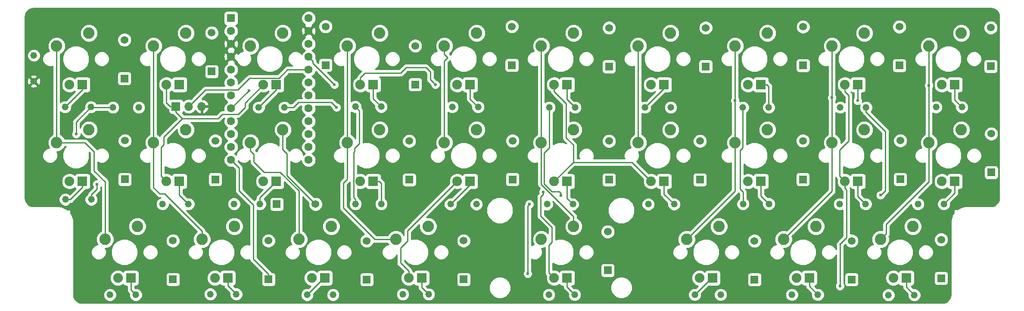
<source format=gtl>
G04 #@! TF.GenerationSoftware,KiCad,Pcbnew,(5.0.2-5-10.14)*
G04 #@! TF.CreationDate,2019-09-09T23:33:01+01:00*
G04 #@! TF.ProjectId,alpha_pro_micro,616c7068-615f-4707-926f-5f6d6963726f,rev?*
G04 #@! TF.SameCoordinates,Original*
G04 #@! TF.FileFunction,Copper,L1,Top*
G04 #@! TF.FilePolarity,Positive*
%FSLAX46Y46*%
G04 Gerber Fmt 4.6, Leading zero omitted, Abs format (unit mm)*
G04 Created by KiCad (PCBNEW (5.0.2-5-10.14)) date Monday, 09 September 2019 at 23:33:01*
%MOMM*%
%LPD*%
G01*
G04 APERTURE LIST*
G04 #@! TA.AperFunction,ComponentPad*
%ADD10R,1.905000X1.905000*%
G04 #@! TD*
G04 #@! TA.AperFunction,ComponentPad*
%ADD11C,1.905000*%
G04 #@! TD*
G04 #@! TA.AperFunction,ComponentPad*
%ADD12C,2.250000*%
G04 #@! TD*
G04 #@! TA.AperFunction,ComponentPad*
%ADD13C,1.320800*%
G04 #@! TD*
G04 #@! TA.AperFunction,ComponentPad*
%ADD14R,1.600000X1.600000*%
G04 #@! TD*
G04 #@! TA.AperFunction,ComponentPad*
%ADD15C,1.600000*%
G04 #@! TD*
G04 #@! TA.AperFunction,ComponentPad*
%ADD16C,1.524000*%
G04 #@! TD*
G04 #@! TA.AperFunction,ComponentPad*
%ADD17R,1.524000X1.524000*%
G04 #@! TD*
G04 #@! TA.AperFunction,ComponentPad*
%ADD18R,1.700000X1.700000*%
G04 #@! TD*
G04 #@! TA.AperFunction,ComponentPad*
%ADD19O,1.700000X1.700000*%
G04 #@! TD*
G04 #@! TA.AperFunction,ViaPad*
%ADD20C,0.600000*%
G04 #@! TD*
G04 #@! TA.AperFunction,Conductor*
%ADD21C,0.250000*%
G04 #@! TD*
G04 #@! TA.AperFunction,Conductor*
%ADD22C,0.254000*%
G04 #@! TD*
G04 APERTURE END LIST*
D10*
G04 #@! TO.P,K7,4*
G04 #@! TO.N,Net-(K7-Pad4)*
X191770000Y-114617500D03*
D11*
G04 #@! TO.P,K7,3*
G04 #@! TO.N,VCC*
X189230000Y-114617500D03*
D12*
G04 #@! TO.P,K7,1*
G04 #@! TO.N,/col6*
X186690000Y-106997500D03*
G04 #@! TO.P,K7,2*
G04 #@! TO.N,Net-(D7-Pad2)*
X193040000Y-104457500D03*
G04 #@! TD*
D10*
G04 #@! TO.P,K9,4*
G04 #@! TO.N,Net-(K9-Pad4)*
X229870000Y-114617500D03*
D11*
G04 #@! TO.P,K9,3*
G04 #@! TO.N,VCC*
X227330000Y-114617500D03*
D12*
G04 #@! TO.P,K9,1*
G04 #@! TO.N,/col8*
X224790000Y-106997500D03*
G04 #@! TO.P,K9,2*
G04 #@! TO.N,Net-(D9-Pad2)*
X231140000Y-104457500D03*
G04 #@! TD*
D13*
G04 #@! TO.P,R29,2*
G04 #@! TO.N,/LED*
X67920000Y-108860000D03*
G04 #@! TO.P,R29,1*
G04 #@! TO.N,GND*
X67920000Y-113940000D03*
G04 #@! TD*
G04 #@! TO.P,R26,1*
G04 #@! TO.N,/LED_Out*
X235890000Y-156060000D03*
G04 #@! TO.P,R26,2*
G04 #@! TO.N,Net-(K28-Pad4)*
X240970000Y-156060000D03*
G04 #@! TD*
G04 #@! TO.P,R1,2*
G04 #@! TO.N,Net-(K11-Pad4)*
X74110000Y-137250000D03*
G04 #@! TO.P,R1,1*
G04 #@! TO.N,/LED_Out*
X79190000Y-137250000D03*
G04 #@! TD*
G04 #@! TO.P,R2,1*
G04 #@! TO.N,/LED_Out*
X79140000Y-119030000D03*
G04 #@! TO.P,R2,2*
G04 #@! TO.N,Net-(K1-Pad4)*
X74060000Y-119030000D03*
G04 #@! TD*
G04 #@! TO.P,R3,2*
G04 #@! TO.N,Net-(K21-Pad4)*
X87970000Y-156050000D03*
G04 #@! TO.P,R3,1*
G04 #@! TO.N,/LED_Out*
X82890000Y-156050000D03*
G04 #@! TD*
G04 #@! TO.P,R4,1*
G04 #@! TO.N,/LED_Out*
X83470000Y-119110000D03*
G04 #@! TO.P,R4,2*
G04 #@! TO.N,Net-(K2-Pad4)*
X88550000Y-119110000D03*
G04 #@! TD*
G04 #@! TO.P,R5,2*
G04 #@! TO.N,Net-(K12-Pad4)*
X98310000Y-138140000D03*
G04 #@! TO.P,R5,1*
G04 #@! TO.N,/LED_Out*
X93230000Y-138140000D03*
G04 #@! TD*
G04 #@! TO.P,R6,1*
G04 #@! TO.N,/LED_Out*
X102620000Y-155900000D03*
G04 #@! TO.P,R6,2*
G04 #@! TO.N,Net-(K22-Pad4)*
X107700000Y-155900000D03*
G04 #@! TD*
G04 #@! TO.P,R7,2*
G04 #@! TO.N,Net-(K13-Pad4)*
X112350000Y-138130000D03*
G04 #@! TO.P,R7,1*
G04 #@! TO.N,/LED_Out*
X107270000Y-138130000D03*
G04 #@! TD*
G04 #@! TO.P,R8,1*
G04 #@! TO.N,/LED_Out*
X117190000Y-119110000D03*
G04 #@! TO.P,R8,2*
G04 #@! TO.N,Net-(K3-Pad4)*
X112110000Y-119110000D03*
G04 #@! TD*
G04 #@! TO.P,R9,2*
G04 #@! TO.N,Net-(K23-Pad4)*
X121640000Y-156030000D03*
G04 #@! TO.P,R9,1*
G04 #@! TO.N,/LED_Out*
X126720000Y-156030000D03*
G04 #@! TD*
G04 #@! TO.P,R10,1*
G04 #@! TO.N,/LED_Out*
X131090000Y-118960000D03*
G04 #@! TO.P,R10,2*
G04 #@! TO.N,Net-(K4-Pad4)*
X136170000Y-118960000D03*
G04 #@! TD*
G04 #@! TO.P,R11,2*
G04 #@! TO.N,Net-(K14-Pad4)*
X136200000Y-138110000D03*
G04 #@! TO.P,R11,1*
G04 #@! TO.N,/LED_Out*
X131120000Y-138110000D03*
G04 #@! TD*
G04 #@! TO.P,R12,1*
G04 #@! TO.N,/LED_Out*
X140430000Y-155920000D03*
G04 #@! TO.P,R12,2*
G04 #@! TO.N,Net-(K24-Pad4)*
X145510000Y-155920000D03*
G04 #@! TD*
G04 #@! TO.P,R13,2*
G04 #@! TO.N,Net-(K15-Pad4)*
X149810000Y-138190000D03*
G04 #@! TO.P,R13,1*
G04 #@! TO.N,/LED_Out*
X154890000Y-138190000D03*
G04 #@! TD*
G04 #@! TO.P,R14,1*
G04 #@! TO.N,/LED_Out*
X150140000Y-119010000D03*
G04 #@! TO.P,R14,2*
G04 #@! TO.N,Net-(K5-Pad4)*
X155220000Y-119010000D03*
G04 #@! TD*
G04 #@! TO.P,R15,2*
G04 #@! TO.N,Net-(K16-Pad4)*
X173840000Y-138190000D03*
G04 #@! TO.P,R15,1*
G04 #@! TO.N,/LED_Out*
X168760000Y-138190000D03*
G04 #@! TD*
G04 #@! TO.P,R16,1*
G04 #@! TO.N,/LED_Out*
X169230000Y-119100000D03*
G04 #@! TO.P,R16,2*
G04 #@! TO.N,Net-(K6-Pad4)*
X174310000Y-119100000D03*
G04 #@! TD*
G04 #@! TO.P,R17,2*
G04 #@! TO.N,Net-(K25-Pad4)*
X174210000Y-156010000D03*
G04 #@! TO.P,R17,1*
G04 #@! TO.N,/LED_Out*
X169130000Y-156010000D03*
G04 #@! TD*
G04 #@! TO.P,R18,1*
G04 #@! TO.N,/LED_Out*
X193100000Y-119100000D03*
G04 #@! TO.P,R18,2*
G04 #@! TO.N,Net-(K7-Pad4)*
X188020000Y-119100000D03*
G04 #@! TD*
G04 #@! TO.P,R19,2*
G04 #@! TO.N,Net-(K17-Pad4)*
X193760000Y-138190000D03*
G04 #@! TO.P,R19,1*
G04 #@! TO.N,/LED_Out*
X188680000Y-138190000D03*
G04 #@! TD*
G04 #@! TO.P,R20,1*
G04 #@! TO.N,/LED_Out*
X202900000Y-156010000D03*
G04 #@! TO.P,R20,2*
G04 #@! TO.N,Net-(K26-Pad4)*
X197820000Y-156010000D03*
G04 #@! TD*
G04 #@! TO.P,R21,2*
G04 #@! TO.N,Net-(K8-Pad4)*
X212360000Y-119100000D03*
G04 #@! TO.P,R21,1*
G04 #@! TO.N,/LED_Out*
X207280000Y-119100000D03*
G04 #@! TD*
G04 #@! TO.P,R22,1*
G04 #@! TO.N,/LED_Out*
X207300000Y-138110000D03*
G04 #@! TO.P,R22,2*
G04 #@! TO.N,Net-(K18-Pad4)*
X212380000Y-138110000D03*
G04 #@! TD*
G04 #@! TO.P,R23,2*
G04 #@! TO.N,Net-(K27-Pad4)*
X222000000Y-156010000D03*
G04 #@! TO.P,R23,1*
G04 #@! TO.N,/LED_Out*
X216920000Y-156010000D03*
G04 #@! TD*
G04 #@! TO.P,R24,1*
G04 #@! TO.N,/LED_Out*
X231490000Y-119110000D03*
G04 #@! TO.P,R24,2*
G04 #@! TO.N,Net-(K9-Pad4)*
X226410000Y-119110000D03*
G04 #@! TD*
G04 #@! TO.P,R25,2*
G04 #@! TO.N,Net-(K19-Pad4)*
X231400000Y-138140000D03*
G04 #@! TO.P,R25,1*
G04 #@! TO.N,/LED_Out*
X226320000Y-138140000D03*
G04 #@! TD*
G04 #@! TO.P,R28,1*
G04 #@! TO.N,/LED_Out*
X241680000Y-138140000D03*
G04 #@! TO.P,R28,2*
G04 #@! TO.N,Net-(K20-Pad4)*
X246760000Y-138140000D03*
G04 #@! TD*
G04 #@! TO.P,R27,2*
G04 #@! TO.N,Net-(K10-Pad4)*
X250300000Y-119040000D03*
G04 #@! TO.P,R27,1*
G04 #@! TO.N,/LED_Out*
X245220000Y-119040000D03*
G04 #@! TD*
D10*
G04 #@! TO.P,K25,4*
G04 #@! TO.N,Net-(K25-Pad4)*
X172720000Y-152717500D03*
D11*
G04 #@! TO.P,K25,3*
G04 #@! TO.N,VCC*
X170180000Y-152717500D03*
D12*
G04 #@! TO.P,K25,1*
G04 #@! TO.N,Net-(D25-Pad2)*
X167640000Y-145097500D03*
G04 #@! TO.P,K25,2*
G04 #@! TO.N,/col5*
X173990000Y-142557500D03*
G04 #@! TD*
D10*
G04 #@! TO.P,K1,4*
G04 #@! TO.N,Net-(K1-Pad4)*
X77470000Y-114617500D03*
D11*
G04 #@! TO.P,K1,3*
G04 #@! TO.N,VCC*
X74930000Y-114617500D03*
D12*
G04 #@! TO.P,K1,1*
G04 #@! TO.N,/col0*
X72390000Y-106997500D03*
G04 #@! TO.P,K1,2*
G04 #@! TO.N,Net-(D1-Pad2)*
X78740000Y-104457500D03*
G04 #@! TD*
D10*
G04 #@! TO.P,K2,4*
G04 #@! TO.N,Net-(K2-Pad4)*
X96520000Y-114617500D03*
D11*
G04 #@! TO.P,K2,3*
G04 #@! TO.N,VCC*
X93980000Y-114617500D03*
D12*
G04 #@! TO.P,K2,1*
G04 #@! TO.N,/col1*
X91440000Y-106997500D03*
G04 #@! TO.P,K2,2*
G04 #@! TO.N,Net-(D2-Pad2)*
X97790000Y-104457500D03*
G04 #@! TD*
D10*
G04 #@! TO.P,K3,4*
G04 #@! TO.N,Net-(K3-Pad4)*
X115570000Y-114617500D03*
D11*
G04 #@! TO.P,K3,3*
G04 #@! TO.N,VCC*
X113030000Y-114617500D03*
D12*
G04 #@! TO.P,K3,1*
G04 #@! TO.N,/col2*
X110490000Y-106997500D03*
G04 #@! TO.P,K3,2*
G04 #@! TO.N,Net-(D3-Pad2)*
X116840000Y-104457500D03*
G04 #@! TD*
D10*
G04 #@! TO.P,K4,4*
G04 #@! TO.N,Net-(K4-Pad4)*
X134620000Y-114617500D03*
D11*
G04 #@! TO.P,K4,3*
G04 #@! TO.N,VCC*
X132080000Y-114617500D03*
D12*
G04 #@! TO.P,K4,1*
G04 #@! TO.N,/col3*
X129540000Y-106997500D03*
G04 #@! TO.P,K4,2*
G04 #@! TO.N,Net-(D4-Pad2)*
X135890000Y-104457500D03*
G04 #@! TD*
D10*
G04 #@! TO.P,K5,4*
G04 #@! TO.N,Net-(K5-Pad4)*
X153670000Y-114617500D03*
D11*
G04 #@! TO.P,K5,3*
G04 #@! TO.N,VCC*
X151130000Y-114617500D03*
D12*
G04 #@! TO.P,K5,1*
G04 #@! TO.N,/col4*
X148590000Y-106997500D03*
G04 #@! TO.P,K5,2*
G04 #@! TO.N,Net-(D5-Pad2)*
X154940000Y-104457500D03*
G04 #@! TD*
D10*
G04 #@! TO.P,K6,4*
G04 #@! TO.N,Net-(K6-Pad4)*
X172720000Y-114617500D03*
D11*
G04 #@! TO.P,K6,3*
G04 #@! TO.N,VCC*
X170180000Y-114617500D03*
D12*
G04 #@! TO.P,K6,1*
G04 #@! TO.N,/col5*
X167640000Y-106997500D03*
G04 #@! TO.P,K6,2*
G04 #@! TO.N,Net-(D6-Pad2)*
X173990000Y-104457500D03*
G04 #@! TD*
D10*
G04 #@! TO.P,K8,4*
G04 #@! TO.N,Net-(K8-Pad4)*
X210820000Y-114617500D03*
D11*
G04 #@! TO.P,K8,3*
G04 #@! TO.N,VCC*
X208280000Y-114617500D03*
D12*
G04 #@! TO.P,K8,1*
G04 #@! TO.N,/col7*
X205740000Y-106997500D03*
G04 #@! TO.P,K8,2*
G04 #@! TO.N,Net-(D8-Pad2)*
X212090000Y-104457500D03*
G04 #@! TD*
D10*
G04 #@! TO.P,K10,4*
G04 #@! TO.N,Net-(K10-Pad4)*
X248920000Y-114617500D03*
D11*
G04 #@! TO.P,K10,3*
G04 #@! TO.N,VCC*
X246380000Y-114617500D03*
D12*
G04 #@! TO.P,K10,1*
G04 #@! TO.N,/col9*
X243840000Y-106997500D03*
G04 #@! TO.P,K10,2*
G04 #@! TO.N,Net-(D10-Pad2)*
X250190000Y-104457500D03*
G04 #@! TD*
D10*
G04 #@! TO.P,K11,4*
G04 #@! TO.N,Net-(K11-Pad4)*
X77470000Y-133667500D03*
D11*
G04 #@! TO.P,K11,3*
G04 #@! TO.N,VCC*
X74930000Y-133667500D03*
D12*
G04 #@! TO.P,K11,1*
G04 #@! TO.N,/col0*
X72390000Y-126047500D03*
G04 #@! TO.P,K11,2*
G04 #@! TO.N,Net-(D11-Pad2)*
X78740000Y-123507500D03*
G04 #@! TD*
D10*
G04 #@! TO.P,K12,4*
G04 #@! TO.N,Net-(K12-Pad4)*
X96520000Y-133667500D03*
D11*
G04 #@! TO.P,K12,3*
G04 #@! TO.N,VCC*
X93980000Y-133667500D03*
D12*
G04 #@! TO.P,K12,1*
G04 #@! TO.N,/col1*
X91440000Y-126047500D03*
G04 #@! TO.P,K12,2*
G04 #@! TO.N,Net-(D12-Pad2)*
X97790000Y-123507500D03*
G04 #@! TD*
D10*
G04 #@! TO.P,K13,4*
G04 #@! TO.N,Net-(K13-Pad4)*
X115570000Y-133667500D03*
D11*
G04 #@! TO.P,K13,3*
G04 #@! TO.N,VCC*
X113030000Y-133667500D03*
D12*
G04 #@! TO.P,K13,1*
G04 #@! TO.N,/col2*
X110490000Y-126047500D03*
G04 #@! TO.P,K13,2*
G04 #@! TO.N,Net-(D13-Pad2)*
X116840000Y-123507500D03*
G04 #@! TD*
D10*
G04 #@! TO.P,K14,4*
G04 #@! TO.N,Net-(K14-Pad4)*
X134620000Y-133667500D03*
D11*
G04 #@! TO.P,K14,3*
G04 #@! TO.N,VCC*
X132080000Y-133667500D03*
D12*
G04 #@! TO.P,K14,1*
G04 #@! TO.N,/col3*
X129540000Y-126047500D03*
G04 #@! TO.P,K14,2*
G04 #@! TO.N,Net-(D14-Pad2)*
X135890000Y-123507500D03*
G04 #@! TD*
D10*
G04 #@! TO.P,K15,4*
G04 #@! TO.N,Net-(K15-Pad4)*
X153670000Y-133667500D03*
D11*
G04 #@! TO.P,K15,3*
G04 #@! TO.N,VCC*
X151130000Y-133667500D03*
D12*
G04 #@! TO.P,K15,1*
G04 #@! TO.N,/col4*
X148590000Y-126047500D03*
G04 #@! TO.P,K15,2*
G04 #@! TO.N,Net-(D15-Pad2)*
X154940000Y-123507500D03*
G04 #@! TD*
D10*
G04 #@! TO.P,K16,4*
G04 #@! TO.N,Net-(K16-Pad4)*
X172720000Y-133667500D03*
D11*
G04 #@! TO.P,K16,3*
G04 #@! TO.N,VCC*
X170180000Y-133667500D03*
D12*
G04 #@! TO.P,K16,1*
G04 #@! TO.N,/col5*
X167640000Y-126047500D03*
G04 #@! TO.P,K16,2*
G04 #@! TO.N,Net-(D16-Pad2)*
X173990000Y-123507500D03*
G04 #@! TD*
D10*
G04 #@! TO.P,K17,4*
G04 #@! TO.N,Net-(K17-Pad4)*
X191770000Y-133667500D03*
D11*
G04 #@! TO.P,K17,3*
G04 #@! TO.N,VCC*
X189230000Y-133667500D03*
D12*
G04 #@! TO.P,K17,1*
G04 #@! TO.N,/col6*
X186690000Y-126047500D03*
G04 #@! TO.P,K17,2*
G04 #@! TO.N,Net-(D17-Pad2)*
X193040000Y-123507500D03*
G04 #@! TD*
D10*
G04 #@! TO.P,K18,4*
G04 #@! TO.N,Net-(K18-Pad4)*
X210820000Y-133667500D03*
D11*
G04 #@! TO.P,K18,3*
G04 #@! TO.N,VCC*
X208280000Y-133667500D03*
D12*
G04 #@! TO.P,K18,1*
G04 #@! TO.N,/col7*
X205740000Y-126047500D03*
G04 #@! TO.P,K18,2*
G04 #@! TO.N,Net-(D18-Pad2)*
X212090000Y-123507500D03*
G04 #@! TD*
D10*
G04 #@! TO.P,K19,4*
G04 #@! TO.N,Net-(K19-Pad4)*
X229870000Y-133667500D03*
D11*
G04 #@! TO.P,K19,3*
G04 #@! TO.N,VCC*
X227330000Y-133667500D03*
D12*
G04 #@! TO.P,K19,1*
G04 #@! TO.N,/col8*
X224790000Y-126047500D03*
G04 #@! TO.P,K19,2*
G04 #@! TO.N,Net-(D19-Pad2)*
X231140000Y-123507500D03*
G04 #@! TD*
D10*
G04 #@! TO.P,K20,4*
G04 #@! TO.N,Net-(K20-Pad4)*
X248920000Y-133667500D03*
D11*
G04 #@! TO.P,K20,3*
G04 #@! TO.N,VCC*
X246380000Y-133667500D03*
D12*
G04 #@! TO.P,K20,1*
G04 #@! TO.N,/col9*
X243840000Y-126047500D03*
G04 #@! TO.P,K20,2*
G04 #@! TO.N,Net-(D20-Pad2)*
X250190000Y-123507500D03*
G04 #@! TD*
D10*
G04 #@! TO.P,K21,4*
G04 #@! TO.N,Net-(K21-Pad4)*
X86995000Y-152717500D03*
D11*
G04 #@! TO.P,K21,3*
G04 #@! TO.N,VCC*
X84455000Y-152717500D03*
D12*
G04 #@! TO.P,K21,1*
G04 #@! TO.N,/col0*
X81915000Y-145097500D03*
G04 #@! TO.P,K21,2*
G04 #@! TO.N,Net-(D21-Pad2)*
X88265000Y-142557500D03*
G04 #@! TD*
D10*
G04 #@! TO.P,K22,4*
G04 #@! TO.N,Net-(K22-Pad4)*
X106045000Y-152717500D03*
D11*
G04 #@! TO.P,K22,3*
G04 #@! TO.N,VCC*
X103505000Y-152717500D03*
D12*
G04 #@! TO.P,K22,1*
G04 #@! TO.N,/col1*
X100965000Y-145097500D03*
G04 #@! TO.P,K22,2*
G04 #@! TO.N,Net-(D22-Pad2)*
X107315000Y-142557500D03*
G04 #@! TD*
D10*
G04 #@! TO.P,K23,4*
G04 #@! TO.N,Net-(K23-Pad4)*
X125095000Y-152717500D03*
D11*
G04 #@! TO.P,K23,3*
G04 #@! TO.N,VCC*
X122555000Y-152717500D03*
D12*
G04 #@! TO.P,K23,1*
G04 #@! TO.N,/col2*
X120015000Y-145097500D03*
G04 #@! TO.P,K23,2*
G04 #@! TO.N,Net-(D23-Pad2)*
X126365000Y-142557500D03*
G04 #@! TD*
D10*
G04 #@! TO.P,K24,4*
G04 #@! TO.N,Net-(K24-Pad4)*
X144145000Y-152717500D03*
D11*
G04 #@! TO.P,K24,3*
G04 #@! TO.N,VCC*
X141605000Y-152717500D03*
D12*
G04 #@! TO.P,K24,1*
G04 #@! TO.N,/col3*
X139065000Y-145097500D03*
G04 #@! TO.P,K24,2*
G04 #@! TO.N,Net-(D24-Pad2)*
X145415000Y-142557500D03*
G04 #@! TD*
D10*
G04 #@! TO.P,K26,4*
G04 #@! TO.N,Net-(K26-Pad4)*
X201295000Y-152717500D03*
D11*
G04 #@! TO.P,K26,3*
G04 #@! TO.N,VCC*
X198755000Y-152717500D03*
D12*
G04 #@! TO.P,K26,1*
G04 #@! TO.N,/col7*
X196215000Y-145097500D03*
G04 #@! TO.P,K26,2*
G04 #@! TO.N,Net-(D26-Pad2)*
X202565000Y-142557500D03*
G04 #@! TD*
D10*
G04 #@! TO.P,K27,4*
G04 #@! TO.N,Net-(K27-Pad4)*
X220345000Y-152717500D03*
D11*
G04 #@! TO.P,K27,3*
G04 #@! TO.N,VCC*
X217805000Y-152717500D03*
D12*
G04 #@! TO.P,K27,1*
G04 #@! TO.N,/col8*
X215265000Y-145097500D03*
G04 #@! TO.P,K27,2*
G04 #@! TO.N,Net-(D27-Pad2)*
X221615000Y-142557500D03*
G04 #@! TD*
D10*
G04 #@! TO.P,K28,4*
G04 #@! TO.N,Net-(K28-Pad4)*
X239395000Y-152717500D03*
D11*
G04 #@! TO.P,K28,3*
G04 #@! TO.N,VCC*
X236855000Y-152717500D03*
D12*
G04 #@! TO.P,K28,1*
G04 #@! TO.N,/col9*
X234315000Y-145097500D03*
G04 #@! TO.P,K28,2*
G04 #@! TO.N,Net-(D28-Pad2)*
X240665000Y-142557500D03*
G04 #@! TD*
D14*
G04 #@! TO.P,U1,1*
G04 #@! TO.N,Net-(U1-Pad1)*
X106680000Y-101520625D03*
D15*
G04 #@! TO.P,U1,2*
G04 #@! TO.N,Net-(U1-Pad2)*
X106680000Y-104060625D03*
G04 #@! TO.P,U1,3*
G04 #@! TO.N,GND*
X106680000Y-106600625D03*
G04 #@! TO.P,U1,4*
X106680000Y-109140625D03*
G04 #@! TO.P,U1,5*
G04 #@! TO.N,/col_tmo*
X106680000Y-111680625D03*
G04 #@! TO.P,U1,6*
G04 #@! TO.N,/LED*
X106680000Y-114220625D03*
G04 #@! TO.P,U1,7*
G04 #@! TO.N,/row0*
X106680000Y-116760625D03*
G04 #@! TO.P,U1,8*
G04 #@! TO.N,/col2*
X106680000Y-119300625D03*
G04 #@! TO.P,U1,9*
G04 #@! TO.N,/col0*
X106680000Y-121840625D03*
G04 #@! TO.P,U1,10*
G04 #@! TO.N,/col1*
X106680000Y-124380625D03*
G04 #@! TO.P,U1,11*
G04 #@! TO.N,/row1*
X106680000Y-126920625D03*
G04 #@! TO.P,U1,12*
G04 #@! TO.N,/row2*
X106680000Y-129460625D03*
G04 #@! TO.P,U1,13*
G04 #@! TO.N,/col3*
X121920000Y-129460625D03*
G04 #@! TO.P,U1,14*
G04 #@! TO.N,/col4*
X121920000Y-126920625D03*
G04 #@! TO.P,U1,15*
G04 #@! TO.N,/col5*
X121920000Y-124380625D03*
G04 #@! TO.P,U1,16*
G04 #@! TO.N,/col6*
X121920000Y-121840625D03*
G04 #@! TO.P,U1,17*
G04 #@! TO.N,/col7*
X121920000Y-119300625D03*
G04 #@! TO.P,U1,18*
G04 #@! TO.N,/col8*
X121920000Y-116760625D03*
G04 #@! TO.P,U1,19*
G04 #@! TO.N,/col9*
X121920000Y-114220625D03*
G04 #@! TO.P,U1,20*
G04 #@! TO.N,RGB*
X121920000Y-111680625D03*
G04 #@! TO.P,U1,21*
G04 #@! TO.N,VCC*
X121920000Y-109140625D03*
G04 #@! TO.P,U1,22*
G04 #@! TO.N,RST*
X121920000Y-106600625D03*
G04 #@! TO.P,U1,23*
G04 #@! TO.N,GND*
X121920000Y-104060625D03*
G04 #@! TO.P,U1,24*
G04 #@! TO.N,Net-(U1-Pad24)*
X121920000Y-101520625D03*
G04 #@! TD*
D16*
G04 #@! TO.P,D1,2*
G04 #@! TO.N,Net-(D1-Pad2)*
X85725397Y-105785444D03*
D17*
G04 #@! TO.P,D1,1*
G04 #@! TO.N,/row0*
X85725397Y-113405444D03*
G04 #@! TD*
D16*
G04 #@! TO.P,D2,2*
G04 #@! TO.N,Net-(D2-Pad2)*
X102870397Y-104388444D03*
D17*
G04 #@! TO.P,D2,1*
G04 #@! TO.N,/row0*
X102870397Y-112008444D03*
G04 #@! TD*
D16*
G04 #@! TO.P,D3,2*
G04 #@! TO.N,Net-(D3-Pad2)*
X125260000Y-103150000D03*
D17*
G04 #@! TO.P,D3,1*
G04 #@! TO.N,/row0*
X125260000Y-110770000D03*
G04 #@! TD*
D16*
G04 #@! TO.P,D13,2*
G04 #@! TO.N,Net-(D13-Pad2)*
X123291997Y-138183144D03*
D17*
G04 #@! TO.P,D13,1*
G04 #@! TO.N,/row1*
X115671997Y-138183144D03*
G04 #@! TD*
D16*
G04 #@! TO.P,D14,2*
G04 #@! TO.N,Net-(D14-Pad2)*
X141706997Y-125724444D03*
D17*
G04 #@! TO.P,D14,1*
G04 #@! TO.N,/row1*
X141706997Y-133344444D03*
G04 #@! TD*
D16*
G04 #@! TO.P,D4,2*
G04 #@! TO.N,Net-(D4-Pad2)*
X142880000Y-106970000D03*
D17*
G04 #@! TO.P,D4,1*
G04 #@! TO.N,/row0*
X142880000Y-114590000D03*
G04 #@! TD*
D16*
G04 #@! TO.P,D5,2*
G04 #@! TO.N,Net-(D5-Pad2)*
X161870000Y-103150000D03*
D17*
G04 #@! TO.P,D5,1*
G04 #@! TO.N,/row0*
X161870000Y-110770000D03*
G04 #@! TD*
D16*
G04 #@! TO.P,D15,2*
G04 #@! TO.N,Net-(D15-Pad2)*
X161988897Y-125660944D03*
D17*
G04 #@! TO.P,D15,1*
G04 #@! TO.N,/row1*
X161988897Y-133280944D03*
G04 #@! TD*
D16*
G04 #@! TO.P,D16,2*
G04 #@! TO.N,Net-(D16-Pad2)*
X180975397Y-125724444D03*
D17*
G04 #@! TO.P,D16,1*
G04 #@! TO.N,/row1*
X180975397Y-133344444D03*
G04 #@! TD*
D16*
G04 #@! TO.P,D6,2*
G04 #@! TO.N,Net-(D6-Pad2)*
X180975397Y-103430000D03*
D17*
G04 #@! TO.P,D6,1*
G04 #@! TO.N,/row0*
X180975397Y-111050000D03*
G04 #@! TD*
D16*
G04 #@! TO.P,D7,2*
G04 #@! TO.N,Net-(D7-Pad2)*
X199960000Y-103420000D03*
D17*
G04 #@! TO.P,D7,1*
G04 #@! TO.N,/row0*
X199960000Y-111040000D03*
G04 #@! TD*
D16*
G04 #@! TO.P,D17,2*
G04 #@! TO.N,Net-(D17-Pad2)*
X198844297Y-125724444D03*
D17*
G04 #@! TO.P,D17,1*
G04 #@! TO.N,/row1*
X198844297Y-133344444D03*
G04 #@! TD*
D16*
G04 #@! TO.P,D18,2*
G04 #@! TO.N,Net-(D18-Pad2)*
X219075397Y-125660944D03*
D17*
G04 #@! TO.P,D18,1*
G04 #@! TO.N,/row1*
X219075397Y-133280944D03*
G04 #@! TD*
D16*
G04 #@! TO.P,D8,2*
G04 #@! TO.N,Net-(D8-Pad2)*
X219100000Y-103200000D03*
D17*
G04 #@! TO.P,D8,1*
G04 #@! TO.N,/row0*
X219100000Y-110820000D03*
G04 #@! TD*
D16*
G04 #@! TO.P,D11,2*
G04 #@! TO.N,Net-(D11-Pad2)*
X85814297Y-125635544D03*
D17*
G04 #@! TO.P,D11,1*
G04 #@! TO.N,/row1*
X85814297Y-133255544D03*
G04 #@! TD*
D16*
G04 #@! TO.P,D12,2*
G04 #@! TO.N,Net-(D12-Pad2)*
X103584375Y-125660944D03*
D17*
G04 #@! TO.P,D12,1*
G04 #@! TO.N,/row1*
X103584375Y-133280944D03*
G04 #@! TD*
D16*
G04 #@! TO.P,D21,2*
G04 #@! TO.N,Net-(D21-Pad2)*
X95263097Y-145371344D03*
D17*
G04 #@! TO.P,D21,1*
G04 #@! TO.N,/row2*
X95263097Y-152991344D03*
G04 #@! TD*
D16*
G04 #@! TO.P,D22,2*
G04 #@! TO.N,Net-(D22-Pad2)*
X114033697Y-145371344D03*
D17*
G04 #@! TO.P,D22,1*
G04 #@! TO.N,/row2*
X114033697Y-152991344D03*
G04 #@! TD*
D16*
G04 #@! TO.P,D23,2*
G04 #@! TO.N,Net-(D23-Pad2)*
X133337697Y-145396744D03*
D17*
G04 #@! TO.P,D23,1*
G04 #@! TO.N,/row2*
X133337697Y-153016744D03*
G04 #@! TD*
D16*
G04 #@! TO.P,D24,2*
G04 #@! TO.N,Net-(D24-Pad2)*
X152387697Y-145371344D03*
D17*
G04 #@! TO.P,D24,1*
G04 #@! TO.N,/row2*
X152387697Y-152991344D03*
G04 #@! TD*
D16*
G04 #@! TO.P,D25,2*
G04 #@! TO.N,Net-(D25-Pad2)*
X180708697Y-143593344D03*
D17*
G04 #@! TO.P,D25,1*
G04 #@! TO.N,/row2*
X180708697Y-151213344D03*
G04 #@! TD*
D16*
G04 #@! TO.P,D26,2*
G04 #@! TO.N,Net-(D26-Pad2)*
X209563097Y-145396744D03*
D17*
G04 #@! TO.P,D26,1*
G04 #@! TO.N,/row2*
X209563097Y-153016744D03*
G04 #@! TD*
D16*
G04 #@! TO.P,D27,2*
G04 #@! TO.N,Net-(D27-Pad2)*
X228638497Y-145396744D03*
D17*
G04 #@! TO.P,D27,1*
G04 #@! TO.N,/row2*
X228638497Y-153016744D03*
G04 #@! TD*
D16*
G04 #@! TO.P,D28,2*
G04 #@! TO.N,Net-(D28-Pad2)*
X246250000Y-145150000D03*
D17*
G04 #@! TO.P,D28,1*
G04 #@! TO.N,/row2*
X246250000Y-152770000D03*
G04 #@! TD*
D16*
G04 #@! TO.P,D19,2*
G04 #@! TO.N,Net-(D19-Pad2)*
X238214297Y-125635544D03*
D17*
G04 #@! TO.P,D19,1*
G04 #@! TO.N,/row1*
X238214297Y-133255544D03*
G04 #@! TD*
D16*
G04 #@! TO.P,D20,2*
G04 #@! TO.N,Net-(D20-Pad2)*
X256090000Y-124300000D03*
D17*
G04 #@! TO.P,D20,1*
G04 #@! TO.N,/row1*
X256090000Y-131920000D03*
G04 #@! TD*
D16*
G04 #@! TO.P,D10,2*
G04 #@! TO.N,Net-(D10-Pad2)*
X255980000Y-103380000D03*
D17*
G04 #@! TO.P,D10,1*
G04 #@! TO.N,/row0*
X255980000Y-111000000D03*
G04 #@! TD*
D16*
G04 #@! TO.P,D9,2*
G04 #@! TO.N,Net-(D9-Pad2)*
X238030000Y-103200000D03*
D17*
G04 #@! TO.P,D9,1*
G04 #@! TO.N,/row0*
X238030000Y-110820000D03*
G04 #@! TD*
D18*
G04 #@! TO.P,J1,1*
G04 #@! TO.N,VCC*
X95845313Y-118913672D03*
D19*
G04 #@! TO.P,J1,2*
G04 #@! TO.N,RGB*
X98385313Y-118913672D03*
G04 #@! TO.P,J1,3*
G04 #@! TO.N,GND*
X100925313Y-118913672D03*
G04 #@! TD*
D20*
G04 #@! TO.N,/col2*
X110170625Y-115810000D03*
G04 #@! TO.N,/col8*
X224790000Y-117180000D03*
G04 #@! TO.N,/col9*
X243840000Y-114750000D03*
G04 #@! TO.N,GND*
X106590000Y-133290000D03*
X109740000Y-133290000D03*
X110150000Y-130220000D03*
X112920000Y-126060000D03*
X99180000Y-125890000D03*
X83010000Y-126230000D03*
X88510000Y-133060000D03*
X90600000Y-136150000D03*
X99930000Y-134060000D03*
X99380000Y-151850000D03*
X109070000Y-152340000D03*
X118030000Y-151610000D03*
X128830000Y-152100000D03*
X147610000Y-151850000D03*
X176230000Y-152840000D03*
X206280000Y-152670000D03*
X202830000Y-136250000D03*
X195610000Y-114070000D03*
X178530000Y-112100000D03*
X161610000Y-114070000D03*
X138780000Y-114070000D03*
X141570000Y-118670000D03*
X233380000Y-152990000D03*
X220970000Y-113540000D03*
X230380000Y-155690000D03*
X220970000Y-136520000D03*
X241410000Y-133410000D03*
X222810000Y-152220000D03*
X214530000Y-114320000D03*
X147200000Y-113190000D03*
X128080000Y-113190000D03*
X124670000Y-114680000D03*
X108790000Y-123650000D03*
X124770000Y-120030000D03*
X103600000Y-123100000D03*
X137390000Y-152240000D03*
X126230000Y-136690000D03*
X155130000Y-152590000D03*
X167520000Y-152180000D03*
X175560000Y-114390000D03*
X90040000Y-101814000D03*
X226600000Y-122570000D03*
X130600000Y-122800000D03*
X146890000Y-134760000D03*
G04 #@! TO.N,VCC*
X126998498Y-114617500D03*
X146837500Y-114617500D03*
X226340000Y-154290000D03*
X168080000Y-135750000D03*
G04 #@! TO.N,/col7*
X205740000Y-117740000D03*
G04 #@! TO.N,/LED_Out*
X234320000Y-136400000D03*
X171470000Y-136450000D03*
X165000000Y-151880000D03*
X165300000Y-138190000D03*
X127420000Y-119100000D03*
X80350000Y-134220000D03*
X76230000Y-124340000D03*
G04 #@! TO.N,Net-(K9-Pad4)*
X229810000Y-117770000D03*
G04 #@! TD*
D21*
G04 #@! TO.N,Net-(D13-Pad2)*
X116840000Y-123507500D02*
X116840000Y-127410000D01*
X116840000Y-127410000D02*
X117630000Y-128200000D01*
X117630000Y-132521147D02*
X123291997Y-138183144D01*
X117630000Y-128200000D02*
X117630000Y-132521147D01*
G04 #@! TO.N,/row2*
X114033697Y-151979344D02*
X114033697Y-152991344D01*
X111055001Y-149000648D02*
X114033697Y-151979344D01*
X108255401Y-135493795D02*
X111055001Y-138293395D01*
X111055001Y-138293395D02*
X111055001Y-149000648D01*
X108255401Y-131036026D02*
X108255401Y-135493795D01*
X106680000Y-129460625D02*
X108255401Y-131036026D01*
G04 #@! TO.N,/col0*
X72390000Y-126047500D02*
X77977500Y-126047500D01*
X77977500Y-126047500D02*
X79720000Y-127790000D01*
X79720000Y-127790000D02*
X79720000Y-131590000D01*
X81915000Y-133785000D02*
X81915000Y-145097500D01*
X79720000Y-131590000D02*
X81915000Y-133785000D01*
X72390000Y-106997500D02*
X72390000Y-121000000D01*
X72390000Y-121000000D02*
X72390000Y-126047500D01*
G04 #@! TO.N,/col1*
X91440000Y-106997500D02*
X91440000Y-126047500D01*
X92688394Y-136140000D02*
X93598490Y-136140000D01*
X93598490Y-136140000D02*
X100965000Y-143506510D01*
X91440000Y-134891606D02*
X92688394Y-136140000D01*
X100965000Y-143506510D02*
X100965000Y-145097500D01*
X91440000Y-126047500D02*
X91440000Y-134891606D01*
G04 #@! TO.N,/col2*
X120015000Y-135542557D02*
X120015000Y-145097500D01*
X116322443Y-131850000D02*
X120015000Y-135542557D01*
X113150000Y-131850000D02*
X116322443Y-131850000D01*
X111160000Y-128308490D02*
X111160000Y-129860000D01*
X111160000Y-129860000D02*
X113150000Y-131850000D01*
X110490000Y-127638490D02*
X111160000Y-128308490D01*
X110490000Y-126047500D02*
X110490000Y-127638490D01*
X106680000Y-119300625D02*
X110170625Y-115810000D01*
G04 #@! TO.N,/col3*
X129540000Y-110043502D02*
X129540000Y-126047500D01*
X129540000Y-106997500D02*
X129540000Y-110043502D01*
X129540000Y-126047500D02*
X129540000Y-133240000D01*
X129540000Y-133240000D02*
X128750000Y-134030000D01*
X128750000Y-134030000D02*
X128750000Y-138910000D01*
X134937500Y-145097500D02*
X139065000Y-145097500D01*
X128750000Y-138910000D02*
X134937500Y-145097500D01*
G04 #@! TO.N,/col4*
X148590000Y-108588490D02*
X149260000Y-109258490D01*
X148590000Y-106997500D02*
X148590000Y-108588490D01*
X148590000Y-109928490D02*
X148590000Y-126047500D01*
X149260000Y-109258490D02*
X148590000Y-109928490D01*
G04 #@! TO.N,/col5*
X167640000Y-126047500D02*
X167640000Y-134280000D01*
X173990000Y-140630000D02*
X173990000Y-142557500D01*
X167640000Y-134280000D02*
X173990000Y-140630000D01*
X167640000Y-126047500D02*
X167640000Y-106997500D01*
G04 #@! TO.N,/col6*
X186690000Y-124456510D02*
X186690000Y-106997500D01*
X186690000Y-126047500D02*
X186690000Y-124456510D01*
G04 #@! TO.N,/col8*
X224790000Y-126047500D02*
X224790000Y-106997500D01*
X224790000Y-135572500D02*
X215265000Y-145097500D01*
X224790000Y-126047500D02*
X224790000Y-135572500D01*
G04 #@! TO.N,/col9*
X235439999Y-143972501D02*
X235439999Y-142140001D01*
X234315000Y-145097500D02*
X235439999Y-143972501D01*
X243840000Y-133740000D02*
X243840000Y-126047500D01*
X235439999Y-142140001D02*
X243840000Y-133740000D01*
X243840000Y-126047500D02*
X243840000Y-114750000D01*
X243840000Y-114750000D02*
X243840000Y-106997500D01*
G04 #@! TO.N,GND*
X101893375Y-101814000D02*
X101937375Y-101770000D01*
X90040000Y-101814000D02*
X101893375Y-101814000D01*
X101937375Y-101770000D02*
X103120000Y-101770000D01*
X103120000Y-101770000D02*
X104940000Y-103590000D01*
X104940000Y-103590000D02*
X104940000Y-105160000D01*
X105239375Y-105160000D02*
X106680000Y-106600625D01*
X104940000Y-105160000D02*
X105239375Y-105160000D01*
G04 #@! TO.N,VCC*
X132080000Y-113270462D02*
X132140000Y-113210462D01*
X132080000Y-114617500D02*
X132080000Y-113270462D01*
X132140000Y-113210462D02*
X132140000Y-113180000D01*
X132140000Y-113180000D02*
X133010000Y-112310000D01*
X133010000Y-112310000D02*
X140020000Y-112310000D01*
X140020000Y-112310000D02*
X141080000Y-111250000D01*
X141080000Y-111250000D02*
X145000000Y-111250000D01*
X122719999Y-109940624D02*
X121920000Y-109140625D01*
X122719999Y-110339001D02*
X122719999Y-109940624D01*
X126998498Y-114617500D02*
X126998498Y-114617500D01*
X126998498Y-114617500D02*
X122719999Y-110339001D01*
X146537501Y-114317501D02*
X146537501Y-114307501D01*
X146837500Y-114617500D02*
X146537501Y-114317501D01*
X146537501Y-114307501D02*
X145820000Y-113590000D01*
X145820000Y-112070000D02*
X145000000Y-111250000D01*
X145820000Y-113590000D02*
X145820000Y-112070000D01*
X227330000Y-135014538D02*
X227650000Y-135334538D01*
X227330000Y-133667500D02*
X227330000Y-135014538D01*
X227650000Y-144766500D02*
X226310000Y-146106500D01*
X227650000Y-135334538D02*
X227650000Y-144766500D01*
X226340000Y-146136500D02*
X226340000Y-154290000D01*
X226310000Y-146106500D02*
X226340000Y-146136500D01*
X227330000Y-115964538D02*
X228080000Y-116714538D01*
X227330000Y-114617500D02*
X227330000Y-115964538D01*
X226377501Y-132715001D02*
X227330000Y-133667500D01*
X226281099Y-127474427D02*
X226281099Y-132618599D01*
X226281099Y-132618599D02*
X226377501Y-132715001D01*
X228080000Y-125675526D02*
X226281099Y-127474427D01*
X228080000Y-116714538D02*
X228080000Y-125675526D01*
X172539999Y-118324537D02*
X172539999Y-125079999D01*
X170180000Y-115964538D02*
X172539999Y-118324537D01*
X170180000Y-114617500D02*
X170180000Y-115964538D01*
X172539999Y-125079999D02*
X173930000Y-126470000D01*
X173930000Y-129917500D02*
X170180000Y-133667500D01*
X173930000Y-126470000D02*
X173930000Y-129917500D01*
X185480000Y-129917500D02*
X189230000Y-133667500D01*
X173930000Y-129917500D02*
X185480000Y-129917500D01*
X168080000Y-136174264D02*
X167570000Y-136684264D01*
X168080000Y-135750000D02*
X168080000Y-136174264D01*
X167570000Y-136684264D02*
X167570000Y-140550000D01*
X167570000Y-140550000D02*
X169710000Y-142690000D01*
X169710000Y-142690000D02*
X169710000Y-145710000D01*
X169227501Y-151765001D02*
X170180000Y-152717500D01*
X169131099Y-151668599D02*
X169227501Y-151765001D01*
X169131099Y-146288901D02*
X169131099Y-151668599D01*
X169710000Y-145710000D02*
X169131099Y-146288901D01*
X141400000Y-143397500D02*
X151130000Y-133667500D01*
X141605000Y-151370462D02*
X139990000Y-149755462D01*
X141400000Y-145390000D02*
X141400000Y-143397500D01*
X139990000Y-146800000D02*
X141400000Y-145390000D01*
X139990000Y-149755462D02*
X139990000Y-146800000D01*
X141605000Y-152717500D02*
X141605000Y-151370462D01*
X113030000Y-114617500D02*
X109420000Y-118227500D01*
X109420000Y-118227500D02*
X109420000Y-119100000D01*
X108094374Y-120425626D02*
X104984374Y-120425626D01*
X109420000Y-119100000D02*
X108094374Y-120425626D01*
X104984374Y-120425626D02*
X104130000Y-121280000D01*
X95845313Y-120013672D02*
X95845313Y-118913672D01*
X97111641Y-121280000D02*
X95845313Y-120013672D01*
X104130000Y-121280000D02*
X97111641Y-121280000D01*
X94745313Y-118913672D02*
X95845313Y-118913672D01*
X93980000Y-118148359D02*
X94745313Y-118913672D01*
X93980000Y-114617500D02*
X93980000Y-118148359D01*
X97111641Y-121280000D02*
X93430000Y-124961641D01*
X93430000Y-124961641D02*
X93430000Y-126440000D01*
X93027501Y-132715001D02*
X93980000Y-133667500D01*
X92931099Y-126938901D02*
X92931099Y-132618599D01*
X92931099Y-132618599D02*
X93027501Y-132715001D01*
X93430000Y-126440000D02*
X92931099Y-126938901D01*
G04 #@! TO.N,/col7*
X205740000Y-135572500D02*
X196215000Y-145097500D01*
X205740000Y-126047500D02*
X205740000Y-135572500D01*
X205740000Y-124456510D02*
X205740000Y-106997500D01*
X205740000Y-126047500D02*
X205740000Y-124456510D01*
G04 #@! TO.N,RGB*
X121920000Y-111680625D02*
X117769375Y-111680625D01*
X116110001Y-113339999D02*
X110300001Y-113339999D01*
X117769375Y-111680625D02*
X116110001Y-113339999D01*
X108004376Y-115635624D02*
X104344376Y-115635624D01*
X110300001Y-113339999D02*
X108004376Y-115635624D01*
X104344376Y-115635624D02*
X104340000Y-115640000D01*
X101658985Y-115640000D02*
X98385313Y-118913672D01*
X104340000Y-115640000D02*
X101658985Y-115640000D01*
G04 #@! TO.N,/LED_Out*
X231490000Y-120043946D02*
X235300000Y-123853946D01*
X231490000Y-119110000D02*
X231490000Y-120043946D01*
X235300000Y-123853946D02*
X235300000Y-135500000D01*
X235300000Y-135500000D02*
X234390000Y-136410000D01*
X207300000Y-138110000D02*
X207300000Y-135770000D01*
X207300000Y-135770000D02*
X206740000Y-135210000D01*
X206740000Y-135210000D02*
X206740000Y-127570000D01*
X207280000Y-127030000D02*
X207280000Y-119100000D01*
X206740000Y-127570000D02*
X207280000Y-127030000D01*
X169706410Y-135710000D02*
X168170000Y-134173590D01*
X169230000Y-127050000D02*
X169230000Y-124840000D01*
X168170000Y-134173590D02*
X168170000Y-128110000D01*
X168170000Y-128110000D02*
X169230000Y-127050000D01*
X171154264Y-135710000D02*
X169706410Y-135710000D01*
X171470000Y-136025736D02*
X171154264Y-135710000D01*
X169230000Y-124840000D02*
X169230000Y-119100000D01*
X171470000Y-136450000D02*
X171470000Y-136025736D01*
X165000001Y-138489999D02*
X165300000Y-138190000D01*
X165000000Y-151880000D02*
X165000001Y-138489999D01*
X131120000Y-137176054D02*
X131120000Y-138110000D01*
X130802499Y-136858553D02*
X131120000Y-137176054D01*
X130802499Y-128010000D02*
X130990001Y-127822498D01*
X130990001Y-127822498D02*
X130990001Y-127129999D01*
X130802499Y-128010000D02*
X130802499Y-136858553D01*
X130990001Y-127129999D02*
X131880000Y-126240000D01*
X131880000Y-119750000D02*
X131090000Y-118960000D01*
X131880000Y-126240000D02*
X131880000Y-119750000D01*
X117190000Y-119110000D02*
X118930000Y-119110000D01*
X118930000Y-119110000D02*
X119990000Y-118050000D01*
X119990000Y-118050000D02*
X126370000Y-118050000D01*
X126370000Y-118050000D02*
X127420000Y-119100000D01*
X127420000Y-119100000D02*
X127420000Y-119100000D01*
X79190000Y-136316054D02*
X80350000Y-135156054D01*
X79190000Y-137250000D02*
X79190000Y-136316054D01*
X80350000Y-135156054D02*
X80350000Y-134220000D01*
X80350000Y-134220000D02*
X80350000Y-134130000D01*
X76230000Y-121940000D02*
X79140000Y-119030000D01*
X76230000Y-124340000D02*
X76230000Y-121940000D01*
X79220000Y-119110000D02*
X79140000Y-119030000D01*
X83470000Y-119110000D02*
X79220000Y-119110000D01*
G04 #@! TO.N,Net-(K25-Pad4)*
X172720000Y-154520000D02*
X174210000Y-156010000D01*
X172720000Y-152717500D02*
X172720000Y-154520000D01*
G04 #@! TO.N,Net-(K11-Pad4)*
X75090000Y-137250000D02*
X75043946Y-137250000D01*
X77470000Y-134870000D02*
X75090000Y-137250000D01*
X75043946Y-137250000D02*
X74110000Y-137250000D01*
X77470000Y-133667500D02*
X77470000Y-134870000D01*
G04 #@! TO.N,Net-(K13-Pad4)*
X112350000Y-136887500D02*
X115570000Y-133667500D01*
X112350000Y-138130000D02*
X112350000Y-136887500D01*
G04 #@! TO.N,Net-(K28-Pad4)*
X239395000Y-154485000D02*
X240970000Y-156060000D01*
X239395000Y-152717500D02*
X239395000Y-154485000D01*
G04 #@! TO.N,Net-(K27-Pad4)*
X220345000Y-154355000D02*
X222000000Y-156010000D01*
X220345000Y-152717500D02*
X220345000Y-154355000D01*
G04 #@! TO.N,Net-(K26-Pad4)*
X201112500Y-152717500D02*
X201295000Y-152717500D01*
X197820000Y-156010000D02*
X201112500Y-152717500D01*
G04 #@! TO.N,Net-(K24-Pad4)*
X144145000Y-154555000D02*
X145510000Y-155920000D01*
X144145000Y-152717500D02*
X144145000Y-154555000D01*
G04 #@! TO.N,Net-(K23-Pad4)*
X124952500Y-152717500D02*
X125095000Y-152717500D01*
X121640000Y-156030000D02*
X124952500Y-152717500D01*
G04 #@! TO.N,Net-(K22-Pad4)*
X106045000Y-154245000D02*
X107640000Y-155840000D01*
X106045000Y-152717500D02*
X106045000Y-154245000D01*
G04 #@! TO.N,Net-(K21-Pad4)*
X86995000Y-155075000D02*
X87970000Y-156050000D01*
X86995000Y-152717500D02*
X86995000Y-155075000D01*
G04 #@! TO.N,Net-(K20-Pad4)*
X248920000Y-135980000D02*
X248920000Y-133667500D01*
X246760000Y-138140000D02*
X248920000Y-135980000D01*
G04 #@! TO.N,Net-(K19-Pad4)*
X229870000Y-136610000D02*
X231400000Y-138140000D01*
X229870000Y-133667500D02*
X229870000Y-136610000D01*
G04 #@! TO.N,Net-(K18-Pad4)*
X210820000Y-136550000D02*
X212380000Y-138110000D01*
X210820000Y-133667500D02*
X210820000Y-136550000D01*
G04 #@! TO.N,Net-(K17-Pad4)*
X191770000Y-136200000D02*
X193760000Y-138190000D01*
X191770000Y-133667500D02*
X191770000Y-136200000D01*
G04 #@! TO.N,Net-(K16-Pad4)*
X172720000Y-137070000D02*
X173840000Y-138190000D01*
X172720000Y-133667500D02*
X172720000Y-137070000D01*
G04 #@! TO.N,Net-(K15-Pad4)*
X153670000Y-134330000D02*
X153670000Y-133667500D01*
X149810000Y-138190000D02*
X153670000Y-134330000D01*
G04 #@! TO.N,Net-(K14-Pad4)*
X135822500Y-133667500D02*
X134620000Y-133667500D01*
X136200000Y-134045000D02*
X135822500Y-133667500D01*
X136200000Y-138110000D02*
X136200000Y-134045000D01*
G04 #@! TO.N,Net-(K12-Pad4)*
X96520000Y-136350000D02*
X98310000Y-138140000D01*
X96520000Y-133667500D02*
X96520000Y-136350000D01*
G04 #@! TO.N,Net-(K10-Pad4)*
X248920000Y-117660000D02*
X250300000Y-119040000D01*
X248920000Y-114617500D02*
X248920000Y-117660000D01*
G04 #@! TO.N,Net-(K9-Pad4)*
X229870000Y-117710000D02*
X229810000Y-117770000D01*
X229870000Y-114617500D02*
X229870000Y-117710000D01*
G04 #@! TO.N,Net-(K8-Pad4)*
X212022500Y-114617500D02*
X210820000Y-114617500D01*
X212360000Y-114955000D02*
X212022500Y-114617500D01*
X212360000Y-119100000D02*
X212360000Y-114955000D01*
G04 #@! TO.N,Net-(K7-Pad4)*
X191770000Y-115350000D02*
X191770000Y-114617500D01*
X188020000Y-119100000D02*
X191770000Y-115350000D01*
G04 #@! TO.N,Net-(K6-Pad4)*
X172720000Y-117510000D02*
X174310000Y-119100000D01*
X172720000Y-114617500D02*
X172720000Y-117510000D01*
G04 #@! TO.N,Net-(K5-Pad4)*
X153670000Y-117460000D02*
X155220000Y-119010000D01*
X153670000Y-114617500D02*
X153670000Y-117460000D01*
G04 #@! TO.N,Net-(K4-Pad4)*
X134620000Y-117410000D02*
X136170000Y-118960000D01*
X134620000Y-114617500D02*
X134620000Y-117410000D01*
G04 #@! TO.N,Net-(K3-Pad4)*
X115570000Y-115650000D02*
X115570000Y-114617500D01*
X112110000Y-119110000D02*
X115570000Y-115650000D01*
G04 #@! TO.N,Net-(K1-Pad4)*
X77470000Y-115620000D02*
X77470000Y-114617500D01*
X74060000Y-119030000D02*
X77470000Y-115620000D01*
G04 #@! TD*
D22*
G04 #@! TO.N,GND*
G36*
X256415343Y-99594740D02*
X256816934Y-99761084D01*
X257161795Y-100025705D01*
X257426416Y-100370566D01*
X257592761Y-100772158D01*
X257655626Y-101249669D01*
X257655625Y-136875339D01*
X257592761Y-137352842D01*
X257426416Y-137754434D01*
X257351099Y-137852589D01*
X257049280Y-138185631D01*
X256816934Y-138363916D01*
X256415343Y-138530260D01*
X255937839Y-138593125D01*
X251151949Y-138593125D01*
X251106168Y-138602231D01*
X250512889Y-138680338D01*
X250333856Y-138728310D01*
X250333853Y-138728311D01*
X249759545Y-138966198D01*
X249599029Y-139058871D01*
X249446066Y-139176244D01*
X248840837Y-139176244D01*
X248792236Y-139185911D01*
X248751034Y-139213441D01*
X248723504Y-139254643D01*
X248713837Y-139303244D01*
X248713837Y-139908444D01*
X248596371Y-140061529D01*
X248547875Y-140145527D01*
X248503698Y-140222044D01*
X248265810Y-140796357D01*
X248217838Y-140975389D01*
X248139731Y-141568669D01*
X248130625Y-141614450D01*
X248130626Y-155925331D01*
X248067761Y-156402842D01*
X247901416Y-156804434D01*
X247636795Y-157149295D01*
X247291934Y-157413916D01*
X246890343Y-157580260D01*
X246412839Y-157643125D01*
X77437161Y-157643125D01*
X76959658Y-157580261D01*
X76558066Y-157413916D01*
X76213205Y-157149295D01*
X75948584Y-156804434D01*
X75782240Y-156402843D01*
X75719375Y-155925339D01*
X75719375Y-155792329D01*
X81594600Y-155792329D01*
X81594600Y-156307671D01*
X81791813Y-156783785D01*
X82156215Y-157148187D01*
X82632329Y-157345400D01*
X83147671Y-157345400D01*
X83623785Y-157148187D01*
X83988187Y-156783785D01*
X84185400Y-156307671D01*
X84185400Y-155792329D01*
X83988187Y-155316215D01*
X83623785Y-154951813D01*
X83147671Y-154754600D01*
X82632329Y-154754600D01*
X82156215Y-154951813D01*
X81791813Y-155316215D01*
X81594600Y-155792329D01*
X75719375Y-155792329D01*
X75719375Y-152401727D01*
X82867500Y-152401727D01*
X82867500Y-153033273D01*
X83109182Y-153616747D01*
X83555753Y-154063318D01*
X84139227Y-154305000D01*
X84770773Y-154305000D01*
X85354247Y-154063318D01*
X85466556Y-153951009D01*
X85584691Y-154127809D01*
X85794735Y-154268157D01*
X86042500Y-154317440D01*
X86235001Y-154317440D01*
X86235001Y-155000148D01*
X86220112Y-155075000D01*
X86279097Y-155371537D01*
X86381991Y-155525528D01*
X86447072Y-155622929D01*
X86510528Y-155665329D01*
X86674600Y-155829401D01*
X86674600Y-156307671D01*
X86871813Y-156783785D01*
X87236215Y-157148187D01*
X87712329Y-157345400D01*
X88227671Y-157345400D01*
X88703785Y-157148187D01*
X89068187Y-156783785D01*
X89265400Y-156307671D01*
X89265400Y-155792329D01*
X89203268Y-155642329D01*
X101324600Y-155642329D01*
X101324600Y-156157671D01*
X101521813Y-156633785D01*
X101886215Y-156998187D01*
X102362329Y-157195400D01*
X102877671Y-157195400D01*
X103353785Y-156998187D01*
X103718187Y-156633785D01*
X103915400Y-156157671D01*
X103915400Y-155642329D01*
X103718187Y-155166215D01*
X103353785Y-154801813D01*
X102877671Y-154604600D01*
X102362329Y-154604600D01*
X101886215Y-154801813D01*
X101521813Y-155166215D01*
X101324600Y-155642329D01*
X89203268Y-155642329D01*
X89068187Y-155316215D01*
X88703785Y-154951813D01*
X88227671Y-154754600D01*
X87755000Y-154754600D01*
X87755000Y-154317440D01*
X87947500Y-154317440D01*
X88195265Y-154268157D01*
X88405309Y-154127809D01*
X88545657Y-153917765D01*
X88594940Y-153670000D01*
X88594940Y-152229344D01*
X93853657Y-152229344D01*
X93853657Y-153753344D01*
X93902940Y-154001109D01*
X94043288Y-154211153D01*
X94253332Y-154351501D01*
X94501097Y-154400784D01*
X96025097Y-154400784D01*
X96272862Y-154351501D01*
X96482906Y-154211153D01*
X96623254Y-154001109D01*
X96672537Y-153753344D01*
X96672537Y-152401727D01*
X101917500Y-152401727D01*
X101917500Y-153033273D01*
X102159182Y-153616747D01*
X102605753Y-154063318D01*
X103189227Y-154305000D01*
X103820773Y-154305000D01*
X104404247Y-154063318D01*
X104516556Y-153951009D01*
X104634691Y-154127809D01*
X104844735Y-154268157D01*
X105092500Y-154317440D01*
X105284521Y-154317440D01*
X105285001Y-154319852D01*
X105329097Y-154541537D01*
X105497072Y-154792929D01*
X105560528Y-154835329D01*
X106404600Y-155679402D01*
X106404600Y-156157671D01*
X106601813Y-156633785D01*
X106966215Y-156998187D01*
X107442329Y-157195400D01*
X107957671Y-157195400D01*
X108433785Y-156998187D01*
X108798187Y-156633785D01*
X108995400Y-156157671D01*
X108995400Y-155772329D01*
X120344600Y-155772329D01*
X120344600Y-156287671D01*
X120541813Y-156763785D01*
X120906215Y-157128187D01*
X121382329Y-157325400D01*
X121897671Y-157325400D01*
X122373785Y-157128187D01*
X122738187Y-156763785D01*
X122935400Y-156287671D01*
X122935400Y-155809401D01*
X122972472Y-155772329D01*
X125424600Y-155772329D01*
X125424600Y-156287671D01*
X125621813Y-156763785D01*
X125986215Y-157128187D01*
X126462329Y-157325400D01*
X126977671Y-157325400D01*
X127453785Y-157128187D01*
X127818187Y-156763785D01*
X128015400Y-156287671D01*
X128015400Y-155772329D01*
X127969837Y-155662329D01*
X139134600Y-155662329D01*
X139134600Y-156177671D01*
X139331813Y-156653785D01*
X139696215Y-157018187D01*
X140172329Y-157215400D01*
X140687671Y-157215400D01*
X141163785Y-157018187D01*
X141528187Y-156653785D01*
X141725400Y-156177671D01*
X141725400Y-155662329D01*
X141528187Y-155186215D01*
X141163785Y-154821813D01*
X140687671Y-154624600D01*
X140172329Y-154624600D01*
X139696215Y-154821813D01*
X139331813Y-155186215D01*
X139134600Y-155662329D01*
X127969837Y-155662329D01*
X127818187Y-155296215D01*
X127453785Y-154931813D01*
X126977671Y-154734600D01*
X126462329Y-154734600D01*
X125986215Y-154931813D01*
X125621813Y-155296215D01*
X125424600Y-155772329D01*
X122972472Y-155772329D01*
X124427362Y-154317440D01*
X126047500Y-154317440D01*
X126295265Y-154268157D01*
X126505309Y-154127809D01*
X126645657Y-153917765D01*
X126694940Y-153670000D01*
X126694940Y-152254744D01*
X131928257Y-152254744D01*
X131928257Y-153778744D01*
X131977540Y-154026509D01*
X132117888Y-154236553D01*
X132327932Y-154376901D01*
X132575697Y-154426184D01*
X134099697Y-154426184D01*
X134347462Y-154376901D01*
X134557506Y-154236553D01*
X134697854Y-154026509D01*
X134747137Y-153778744D01*
X134747137Y-152254744D01*
X134697854Y-152006979D01*
X134557506Y-151796935D01*
X134347462Y-151656587D01*
X134099697Y-151607304D01*
X132575697Y-151607304D01*
X132327932Y-151656587D01*
X132117888Y-151796935D01*
X131977540Y-152006979D01*
X131928257Y-152254744D01*
X126694940Y-152254744D01*
X126694940Y-151765000D01*
X126645657Y-151517235D01*
X126505309Y-151307191D01*
X126295265Y-151166843D01*
X126047500Y-151117560D01*
X124142500Y-151117560D01*
X123894735Y-151166843D01*
X123684691Y-151307191D01*
X123566556Y-151483991D01*
X123454247Y-151371682D01*
X122870773Y-151130000D01*
X122239227Y-151130000D01*
X121655753Y-151371682D01*
X121209182Y-151818253D01*
X120967500Y-152401727D01*
X120967500Y-153033273D01*
X121209182Y-153616747D01*
X121655753Y-154063318D01*
X122239227Y-154305000D01*
X122290198Y-154305000D01*
X121860599Y-154734600D01*
X121382329Y-154734600D01*
X120906215Y-154931813D01*
X120541813Y-155296215D01*
X120344600Y-155772329D01*
X108995400Y-155772329D01*
X108995400Y-155642329D01*
X108798187Y-155166215D01*
X108433785Y-154801813D01*
X107957671Y-154604600D01*
X107479402Y-154604600D01*
X107159932Y-154285131D01*
X107245265Y-154268157D01*
X107455309Y-154127809D01*
X107595657Y-153917765D01*
X107644940Y-153670000D01*
X107644940Y-151765000D01*
X107595657Y-151517235D01*
X107455309Y-151307191D01*
X107245265Y-151166843D01*
X106997500Y-151117560D01*
X105092500Y-151117560D01*
X104844735Y-151166843D01*
X104634691Y-151307191D01*
X104516556Y-151483991D01*
X104404247Y-151371682D01*
X103820773Y-151130000D01*
X103189227Y-151130000D01*
X102605753Y-151371682D01*
X102159182Y-151818253D01*
X101917500Y-152401727D01*
X96672537Y-152401727D01*
X96672537Y-152229344D01*
X96623254Y-151981579D01*
X96482906Y-151771535D01*
X96272862Y-151631187D01*
X96025097Y-151581904D01*
X94501097Y-151581904D01*
X94253332Y-151631187D01*
X94043288Y-151771535D01*
X93902940Y-151981579D01*
X93853657Y-152229344D01*
X88594940Y-152229344D01*
X88594940Y-151765000D01*
X88545657Y-151517235D01*
X88405309Y-151307191D01*
X88195265Y-151166843D01*
X87947500Y-151117560D01*
X86042500Y-151117560D01*
X85794735Y-151166843D01*
X85584691Y-151307191D01*
X85466556Y-151483991D01*
X85354247Y-151371682D01*
X84770773Y-151130000D01*
X84139227Y-151130000D01*
X83555753Y-151371682D01*
X83109182Y-151818253D01*
X82867500Y-152401727D01*
X75719375Y-152401727D01*
X75719375Y-141614449D01*
X75710269Y-141568668D01*
X75632162Y-140975389D01*
X75584190Y-140796356D01*
X75584189Y-140796353D01*
X75346302Y-140222045D01*
X75325164Y-140185433D01*
X75253629Y-140061529D01*
X75136439Y-139908804D01*
X75136439Y-139377658D01*
X75126772Y-139329057D01*
X75099242Y-139287855D01*
X75058040Y-139260325D01*
X75010696Y-139250664D01*
X74494257Y-139245551D01*
X74250971Y-139058871D01*
X74104802Y-138974481D01*
X74090456Y-138966198D01*
X73516143Y-138728310D01*
X73337111Y-138680338D01*
X72743834Y-138602232D01*
X72698051Y-138593125D01*
X67912161Y-138593125D01*
X67434658Y-138530261D01*
X67033066Y-138363916D01*
X66688205Y-138099295D01*
X66423584Y-137754434D01*
X66257240Y-137352843D01*
X66209778Y-136992329D01*
X72814600Y-136992329D01*
X72814600Y-137507671D01*
X73011813Y-137983785D01*
X73376215Y-138348187D01*
X73852329Y-138545400D01*
X74367671Y-138545400D01*
X74843785Y-138348187D01*
X75186223Y-138005749D01*
X75386537Y-137965904D01*
X75637929Y-137797929D01*
X75680331Y-137734470D01*
X77954473Y-135460329D01*
X78017929Y-135417929D01*
X78118483Y-135267440D01*
X78422500Y-135267440D01*
X78670265Y-135218157D01*
X78880309Y-135077809D01*
X79020657Y-134867765D01*
X79069940Y-134620000D01*
X79069940Y-132715000D01*
X79020657Y-132467235D01*
X78880309Y-132257191D01*
X78670265Y-132116843D01*
X78422500Y-132067560D01*
X76517500Y-132067560D01*
X76269735Y-132116843D01*
X76059691Y-132257191D01*
X75941556Y-132433991D01*
X75829247Y-132321682D01*
X75245773Y-132080000D01*
X74614227Y-132080000D01*
X74030753Y-132321682D01*
X73584182Y-132768253D01*
X73342500Y-133351727D01*
X73342500Y-133983273D01*
X73584182Y-134566747D01*
X74030753Y-135013318D01*
X74614227Y-135255000D01*
X75245773Y-135255000D01*
X75829247Y-135013318D01*
X75941556Y-134901009D01*
X76059691Y-135077809D01*
X76136240Y-135128958D01*
X74978585Y-136286613D01*
X74843785Y-136151813D01*
X74367671Y-135954600D01*
X73852329Y-135954600D01*
X73376215Y-136151813D01*
X73011813Y-136516215D01*
X72814600Y-136992329D01*
X66209778Y-136992329D01*
X66194375Y-136875339D01*
X66194375Y-114846558D01*
X67193047Y-114846558D01*
X67250009Y-115078229D01*
X67736590Y-115247981D01*
X68251094Y-115218605D01*
X68589991Y-115078229D01*
X68646953Y-114846558D01*
X67920000Y-114119605D01*
X67193047Y-114846558D01*
X66194375Y-114846558D01*
X66194375Y-113756590D01*
X66612019Y-113756590D01*
X66641395Y-114271094D01*
X66781771Y-114609991D01*
X67013442Y-114666953D01*
X67740395Y-113940000D01*
X68099605Y-113940000D01*
X68826558Y-114666953D01*
X69058229Y-114609991D01*
X69227981Y-114123410D01*
X69198605Y-113608906D01*
X69058229Y-113270009D01*
X68826558Y-113213047D01*
X68099605Y-113940000D01*
X67740395Y-113940000D01*
X67013442Y-113213047D01*
X66781771Y-113270009D01*
X66612019Y-113756590D01*
X66194375Y-113756590D01*
X66194375Y-113033442D01*
X67193047Y-113033442D01*
X67920000Y-113760395D01*
X68646953Y-113033442D01*
X68589991Y-112801771D01*
X68103410Y-112632019D01*
X67588906Y-112661395D01*
X67250009Y-112801771D01*
X67193047Y-113033442D01*
X66194375Y-113033442D01*
X66194375Y-108602329D01*
X66624600Y-108602329D01*
X66624600Y-109117671D01*
X66821813Y-109593785D01*
X67186215Y-109958187D01*
X67662329Y-110155400D01*
X68177671Y-110155400D01*
X68653785Y-109958187D01*
X69018187Y-109593785D01*
X69165913Y-109237142D01*
X69610000Y-109237142D01*
X69610000Y-109837858D01*
X69839884Y-110392846D01*
X70264654Y-110817616D01*
X70819642Y-111047500D01*
X71420358Y-111047500D01*
X71630000Y-110960663D01*
X71630001Y-120925144D01*
X71630000Y-120925149D01*
X71630001Y-124457292D01*
X71393040Y-124555444D01*
X70897944Y-125050540D01*
X70630000Y-125697414D01*
X70630000Y-126397586D01*
X70897944Y-127044460D01*
X70930984Y-127077500D01*
X70819642Y-127077500D01*
X70264654Y-127307384D01*
X69839884Y-127732154D01*
X69610000Y-128287142D01*
X69610000Y-128887858D01*
X69839884Y-129442846D01*
X70264654Y-129867616D01*
X70819642Y-130097500D01*
X71420358Y-130097500D01*
X71975346Y-129867616D01*
X72400116Y-129442846D01*
X72630000Y-128887858D01*
X72630000Y-128287142D01*
X72431325Y-127807500D01*
X72740086Y-127807500D01*
X73386960Y-127539556D01*
X73882056Y-127044460D01*
X73980208Y-126807500D01*
X74262174Y-126807500D01*
X73971326Y-127098348D01*
X73571100Y-128064579D01*
X73571100Y-129110421D01*
X73971326Y-130076652D01*
X74710848Y-130816174D01*
X75677079Y-131216400D01*
X76722921Y-131216400D01*
X77689152Y-130816174D01*
X78428674Y-130076652D01*
X78828900Y-129110421D01*
X78828900Y-128064579D01*
X78764640Y-127909442D01*
X78960000Y-128104802D01*
X78960001Y-131515148D01*
X78945112Y-131590000D01*
X79004097Y-131886537D01*
X79069412Y-131984287D01*
X79172072Y-132137929D01*
X79235528Y-132180329D01*
X80340198Y-133285000D01*
X80164017Y-133285000D01*
X79820365Y-133427345D01*
X79557345Y-133690365D01*
X79415000Y-134034017D01*
X79415000Y-134405983D01*
X79557345Y-134749635D01*
X79590000Y-134782290D01*
X79590000Y-134841252D01*
X78705528Y-135725725D01*
X78642072Y-135768125D01*
X78599672Y-135831581D01*
X78599671Y-135831582D01*
X78474097Y-136019517D01*
X78445688Y-136162340D01*
X78091813Y-136516215D01*
X77894600Y-136992329D01*
X77894600Y-137507671D01*
X78091813Y-137983785D01*
X78456215Y-138348187D01*
X78932329Y-138545400D01*
X79447671Y-138545400D01*
X79923785Y-138348187D01*
X80288187Y-137983785D01*
X80485400Y-137507671D01*
X80485400Y-136992329D01*
X80288187Y-136516215D01*
X80176414Y-136404442D01*
X80834473Y-135746383D01*
X80897929Y-135703983D01*
X80988358Y-135568647D01*
X81065904Y-135452592D01*
X81094053Y-135311075D01*
X81110000Y-135230906D01*
X81110000Y-135230902D01*
X81124888Y-135156054D01*
X81110000Y-135081206D01*
X81110000Y-134782290D01*
X81142655Y-134749635D01*
X81155000Y-134719831D01*
X81155001Y-143507292D01*
X80918040Y-143605444D01*
X80422944Y-144100540D01*
X80155000Y-144747414D01*
X80155000Y-145447586D01*
X80422944Y-146094460D01*
X80455984Y-146127500D01*
X80344642Y-146127500D01*
X79789654Y-146357384D01*
X79364884Y-146782154D01*
X79135000Y-147337142D01*
X79135000Y-147937858D01*
X79364884Y-148492846D01*
X79789654Y-148917616D01*
X80344642Y-149147500D01*
X80945358Y-149147500D01*
X81500346Y-148917616D01*
X81925116Y-148492846D01*
X82155000Y-147937858D01*
X82155000Y-147337142D01*
X82062812Y-147114579D01*
X83096100Y-147114579D01*
X83096100Y-148160421D01*
X83496326Y-149126652D01*
X84235848Y-149866174D01*
X85202079Y-150266400D01*
X86247921Y-150266400D01*
X87214152Y-149866174D01*
X87953674Y-149126652D01*
X88353900Y-148160421D01*
X88353900Y-147337142D01*
X89295000Y-147337142D01*
X89295000Y-147937858D01*
X89524884Y-148492846D01*
X89949654Y-148917616D01*
X90504642Y-149147500D01*
X91105358Y-149147500D01*
X91660346Y-148917616D01*
X92085116Y-148492846D01*
X92315000Y-147937858D01*
X92315000Y-147337142D01*
X92085116Y-146782154D01*
X91660346Y-146357384D01*
X91105358Y-146127500D01*
X90504642Y-146127500D01*
X89949654Y-146357384D01*
X89524884Y-146782154D01*
X89295000Y-147337142D01*
X88353900Y-147337142D01*
X88353900Y-147114579D01*
X87953674Y-146148348D01*
X87214152Y-145408826D01*
X86452799Y-145093463D01*
X93866097Y-145093463D01*
X93866097Y-145649225D01*
X94078777Y-146162681D01*
X94471760Y-146555664D01*
X94985216Y-146768344D01*
X95540978Y-146768344D01*
X96054434Y-146555664D01*
X96447417Y-146162681D01*
X96660097Y-145649225D01*
X96660097Y-145093463D01*
X96447417Y-144580007D01*
X96054434Y-144187024D01*
X95540978Y-143974344D01*
X94985216Y-143974344D01*
X94471760Y-144187024D01*
X94078777Y-144580007D01*
X93866097Y-145093463D01*
X86452799Y-145093463D01*
X86247921Y-145008600D01*
X85202079Y-145008600D01*
X84235848Y-145408826D01*
X83496326Y-146148348D01*
X83096100Y-147114579D01*
X82062812Y-147114579D01*
X81956325Y-146857500D01*
X82265086Y-146857500D01*
X82911960Y-146589556D01*
X83407056Y-146094460D01*
X83675000Y-145447586D01*
X83675000Y-144747414D01*
X83407056Y-144100540D01*
X82911960Y-143605444D01*
X82675000Y-143507292D01*
X82675000Y-142207414D01*
X86505000Y-142207414D01*
X86505000Y-142907586D01*
X86772944Y-143554460D01*
X87268040Y-144049556D01*
X87914914Y-144317500D01*
X88615086Y-144317500D01*
X89261960Y-144049556D01*
X89757056Y-143554460D01*
X90025000Y-142907586D01*
X90025000Y-142207414D01*
X89757056Y-141560540D01*
X89261960Y-141065444D01*
X88615086Y-140797500D01*
X87914914Y-140797500D01*
X87268040Y-141065444D01*
X86772944Y-141560540D01*
X86505000Y-142207414D01*
X82675000Y-142207414D01*
X82675000Y-133859848D01*
X82689888Y-133785000D01*
X82675000Y-133710152D01*
X82675000Y-133710148D01*
X82630904Y-133488463D01*
X82630904Y-133488462D01*
X82505329Y-133300527D01*
X82462929Y-133237071D01*
X82399473Y-133194671D01*
X81698346Y-132493544D01*
X84404857Y-132493544D01*
X84404857Y-134017544D01*
X84454140Y-134265309D01*
X84594488Y-134475353D01*
X84804532Y-134615701D01*
X85052297Y-134664984D01*
X86576297Y-134664984D01*
X86824062Y-134615701D01*
X87034106Y-134475353D01*
X87174454Y-134265309D01*
X87223737Y-134017544D01*
X87223737Y-132493544D01*
X87174454Y-132245779D01*
X87034106Y-132035735D01*
X86824062Y-131895387D01*
X86576297Y-131846104D01*
X85052297Y-131846104D01*
X84804532Y-131895387D01*
X84594488Y-132035735D01*
X84454140Y-132245779D01*
X84404857Y-132493544D01*
X81698346Y-132493544D01*
X80480000Y-131275199D01*
X80480000Y-129890541D01*
X80979642Y-130097500D01*
X81580358Y-130097500D01*
X82135346Y-129867616D01*
X82560116Y-129442846D01*
X82790000Y-128887858D01*
X82790000Y-128287142D01*
X82560116Y-127732154D01*
X82135346Y-127307384D01*
X81580358Y-127077500D01*
X80979642Y-127077500D01*
X80424654Y-127307384D01*
X80356865Y-127375173D01*
X80267929Y-127242071D01*
X80204473Y-127199671D01*
X78567831Y-125563030D01*
X78525429Y-125499571D01*
X78313049Y-125357663D01*
X84417297Y-125357663D01*
X84417297Y-125913425D01*
X84629977Y-126426881D01*
X85022960Y-126819864D01*
X85536416Y-127032544D01*
X86092178Y-127032544D01*
X86605634Y-126819864D01*
X86998617Y-126426881D01*
X87211297Y-125913425D01*
X87211297Y-125357663D01*
X86998617Y-124844207D01*
X86605634Y-124451224D01*
X86092178Y-124238544D01*
X85536416Y-124238544D01*
X85022960Y-124451224D01*
X84629977Y-124844207D01*
X84417297Y-125357663D01*
X78313049Y-125357663D01*
X78274037Y-125331596D01*
X78052352Y-125287500D01*
X78052347Y-125287500D01*
X77977500Y-125272612D01*
X77902653Y-125287500D01*
X73980208Y-125287500D01*
X73882056Y-125050540D01*
X73386960Y-124555444D01*
X73150000Y-124457292D01*
X73150000Y-124154017D01*
X75295000Y-124154017D01*
X75295000Y-124525983D01*
X75437345Y-124869635D01*
X75700365Y-125132655D01*
X76044017Y-125275000D01*
X76415983Y-125275000D01*
X76759635Y-125132655D01*
X77022655Y-124869635D01*
X77165000Y-124525983D01*
X77165000Y-124304215D01*
X77247944Y-124504460D01*
X77743040Y-124999556D01*
X78389914Y-125267500D01*
X79090086Y-125267500D01*
X79736960Y-124999556D01*
X80232056Y-124504460D01*
X80500000Y-123857586D01*
X80500000Y-123157414D01*
X80232056Y-122510540D01*
X79736960Y-122015444D01*
X79090086Y-121747500D01*
X78389914Y-121747500D01*
X77743040Y-122015444D01*
X77247944Y-122510540D01*
X76990000Y-123133272D01*
X76990000Y-122254801D01*
X78919402Y-120325400D01*
X79397671Y-120325400D01*
X79873785Y-120128187D01*
X80131972Y-119870000D01*
X82398028Y-119870000D01*
X82736215Y-120208187D01*
X83212329Y-120405400D01*
X83727671Y-120405400D01*
X84203785Y-120208187D01*
X84568187Y-119843785D01*
X84765400Y-119367671D01*
X84765400Y-118852329D01*
X87254600Y-118852329D01*
X87254600Y-119367671D01*
X87451813Y-119843785D01*
X87816215Y-120208187D01*
X88292329Y-120405400D01*
X88807671Y-120405400D01*
X89283785Y-120208187D01*
X89648187Y-119843785D01*
X89845400Y-119367671D01*
X89845400Y-118852329D01*
X89648187Y-118376215D01*
X89283785Y-118011813D01*
X88807671Y-117814600D01*
X88292329Y-117814600D01*
X87816215Y-118011813D01*
X87451813Y-118376215D01*
X87254600Y-118852329D01*
X84765400Y-118852329D01*
X84568187Y-118376215D01*
X84203785Y-118011813D01*
X83727671Y-117814600D01*
X83212329Y-117814600D01*
X82736215Y-118011813D01*
X82398028Y-118350000D01*
X80260465Y-118350000D01*
X80238187Y-118296215D01*
X79873785Y-117931813D01*
X79397671Y-117734600D01*
X78882329Y-117734600D01*
X78406215Y-117931813D01*
X78041813Y-118296215D01*
X77844600Y-118772329D01*
X77844600Y-119250598D01*
X75745528Y-121349671D01*
X75682072Y-121392071D01*
X75639672Y-121455527D01*
X75639671Y-121455528D01*
X75514097Y-121643463D01*
X75455112Y-121940000D01*
X75470001Y-122014852D01*
X75470000Y-123777710D01*
X75437345Y-123810365D01*
X75295000Y-124154017D01*
X73150000Y-124154017D01*
X73150000Y-119951972D01*
X73326215Y-120128187D01*
X73802329Y-120325400D01*
X74317671Y-120325400D01*
X74793785Y-120128187D01*
X75158187Y-119763785D01*
X75355400Y-119287671D01*
X75355400Y-118809401D01*
X77947362Y-116217440D01*
X78422500Y-116217440D01*
X78670265Y-116168157D01*
X78880309Y-116027809D01*
X79020657Y-115817765D01*
X79069940Y-115570000D01*
X79069940Y-113665000D01*
X79020657Y-113417235D01*
X78880309Y-113207191D01*
X78670265Y-113066843D01*
X78422500Y-113017560D01*
X76517500Y-113017560D01*
X76269735Y-113066843D01*
X76059691Y-113207191D01*
X75941556Y-113383991D01*
X75829247Y-113271682D01*
X75245773Y-113030000D01*
X74614227Y-113030000D01*
X74030753Y-113271682D01*
X73584182Y-113718253D01*
X73342500Y-114301727D01*
X73342500Y-114933273D01*
X73584182Y-115516747D01*
X74030753Y-115963318D01*
X74614227Y-116205000D01*
X75245773Y-116205000D01*
X75829247Y-115963318D01*
X75941556Y-115851009D01*
X76030731Y-115984467D01*
X74280599Y-117734600D01*
X73802329Y-117734600D01*
X73326215Y-117931813D01*
X73150000Y-118108028D01*
X73150000Y-112643444D01*
X84315957Y-112643444D01*
X84315957Y-114167444D01*
X84365240Y-114415209D01*
X84505588Y-114625253D01*
X84715632Y-114765601D01*
X84963397Y-114814884D01*
X86487397Y-114814884D01*
X86735162Y-114765601D01*
X86945206Y-114625253D01*
X87085554Y-114415209D01*
X87134837Y-114167444D01*
X87134837Y-112643444D01*
X87085554Y-112395679D01*
X86945206Y-112185635D01*
X86735162Y-112045287D01*
X86487397Y-111996004D01*
X84963397Y-111996004D01*
X84715632Y-112045287D01*
X84505588Y-112185635D01*
X84365240Y-112395679D01*
X84315957Y-112643444D01*
X73150000Y-112643444D01*
X73150000Y-109014579D01*
X73571100Y-109014579D01*
X73571100Y-110060421D01*
X73971326Y-111026652D01*
X74710848Y-111766174D01*
X75677079Y-112166400D01*
X76722921Y-112166400D01*
X77689152Y-111766174D01*
X78428674Y-111026652D01*
X78828900Y-110060421D01*
X78828900Y-109237142D01*
X79770000Y-109237142D01*
X79770000Y-109837858D01*
X79999884Y-110392846D01*
X80424654Y-110817616D01*
X80979642Y-111047500D01*
X81580358Y-111047500D01*
X82135346Y-110817616D01*
X82560116Y-110392846D01*
X82790000Y-109837858D01*
X82790000Y-109237142D01*
X88660000Y-109237142D01*
X88660000Y-109837858D01*
X88889884Y-110392846D01*
X89314654Y-110817616D01*
X89869642Y-111047500D01*
X90470358Y-111047500D01*
X90680000Y-110960663D01*
X90680001Y-124457292D01*
X90443040Y-124555444D01*
X89947944Y-125050540D01*
X89680000Y-125697414D01*
X89680000Y-126397586D01*
X89947944Y-127044460D01*
X89980984Y-127077500D01*
X89869642Y-127077500D01*
X89314654Y-127307384D01*
X88889884Y-127732154D01*
X88660000Y-128287142D01*
X88660000Y-128887858D01*
X88889884Y-129442846D01*
X89314654Y-129867616D01*
X89869642Y-130097500D01*
X90470358Y-130097500D01*
X90680000Y-130010663D01*
X90680001Y-134816754D01*
X90665112Y-134891606D01*
X90724097Y-135188143D01*
X90806238Y-135311075D01*
X90892072Y-135439535D01*
X90955528Y-135481935D01*
X92098064Y-136624472D01*
X92140465Y-136687929D01*
X92203921Y-136730329D01*
X92391856Y-136855904D01*
X92405174Y-136858553D01*
X92613542Y-136900000D01*
X92613546Y-136900000D01*
X92688394Y-136914888D01*
X92763242Y-136900000D01*
X92838582Y-136900000D01*
X92496215Y-137041813D01*
X92131813Y-137406215D01*
X91934600Y-137882329D01*
X91934600Y-138397671D01*
X92131813Y-138873785D01*
X92496215Y-139238187D01*
X92972329Y-139435400D01*
X93487671Y-139435400D01*
X93963785Y-139238187D01*
X94328187Y-138873785D01*
X94525400Y-138397671D01*
X94525400Y-138141711D01*
X99982954Y-143599267D01*
X99968040Y-143605444D01*
X99472944Y-144100540D01*
X99205000Y-144747414D01*
X99205000Y-145447586D01*
X99472944Y-146094460D01*
X99505984Y-146127500D01*
X99394642Y-146127500D01*
X98839654Y-146357384D01*
X98414884Y-146782154D01*
X98185000Y-147337142D01*
X98185000Y-147937858D01*
X98414884Y-148492846D01*
X98839654Y-148917616D01*
X99394642Y-149147500D01*
X99995358Y-149147500D01*
X100550346Y-148917616D01*
X100975116Y-148492846D01*
X101205000Y-147937858D01*
X101205000Y-147337142D01*
X101112812Y-147114579D01*
X102146100Y-147114579D01*
X102146100Y-148160421D01*
X102546326Y-149126652D01*
X103285848Y-149866174D01*
X104252079Y-150266400D01*
X105297921Y-150266400D01*
X106264152Y-149866174D01*
X107003674Y-149126652D01*
X107403900Y-148160421D01*
X107403900Y-147114579D01*
X107003674Y-146148348D01*
X106264152Y-145408826D01*
X105297921Y-145008600D01*
X104252079Y-145008600D01*
X103285848Y-145408826D01*
X102546326Y-146148348D01*
X102146100Y-147114579D01*
X101112812Y-147114579D01*
X101006325Y-146857500D01*
X101315086Y-146857500D01*
X101961960Y-146589556D01*
X102457056Y-146094460D01*
X102725000Y-145447586D01*
X102725000Y-144747414D01*
X102457056Y-144100540D01*
X101961960Y-143605444D01*
X101738611Y-143512930D01*
X101739888Y-143506509D01*
X101725000Y-143431662D01*
X101725000Y-143431658D01*
X101680904Y-143209973D01*
X101608066Y-143100963D01*
X101555329Y-143022036D01*
X101555327Y-143022034D01*
X101512929Y-142958581D01*
X101449476Y-142916183D01*
X100740707Y-142207414D01*
X105555000Y-142207414D01*
X105555000Y-142907586D01*
X105822944Y-143554460D01*
X106318040Y-144049556D01*
X106964914Y-144317500D01*
X107665086Y-144317500D01*
X108311960Y-144049556D01*
X108807056Y-143554460D01*
X109075000Y-142907586D01*
X109075000Y-142207414D01*
X108807056Y-141560540D01*
X108311960Y-141065444D01*
X107665086Y-140797500D01*
X106964914Y-140797500D01*
X106318040Y-141065444D01*
X105822944Y-141560540D01*
X105555000Y-142207414D01*
X100740707Y-142207414D01*
X97909552Y-139376260D01*
X98052329Y-139435400D01*
X98567671Y-139435400D01*
X99043785Y-139238187D01*
X99408187Y-138873785D01*
X99605400Y-138397671D01*
X99605400Y-137882329D01*
X99601258Y-137872329D01*
X105974600Y-137872329D01*
X105974600Y-138387671D01*
X106171813Y-138863785D01*
X106536215Y-139228187D01*
X107012329Y-139425400D01*
X107527671Y-139425400D01*
X108003785Y-139228187D01*
X108368187Y-138863785D01*
X108565400Y-138387671D01*
X108565400Y-137872329D01*
X108368187Y-137396215D01*
X108003785Y-137031813D01*
X107527671Y-136834600D01*
X107012329Y-136834600D01*
X106536215Y-137031813D01*
X106171813Y-137396215D01*
X105974600Y-137872329D01*
X99601258Y-137872329D01*
X99408187Y-137406215D01*
X99043785Y-137041813D01*
X98567671Y-136844600D01*
X98089402Y-136844600D01*
X97280000Y-136035199D01*
X97280000Y-135267440D01*
X97472500Y-135267440D01*
X97720265Y-135218157D01*
X97930309Y-135077809D01*
X98070657Y-134867765D01*
X98119940Y-134620000D01*
X98119940Y-132715000D01*
X98080943Y-132518944D01*
X102174935Y-132518944D01*
X102174935Y-134042944D01*
X102224218Y-134290709D01*
X102364566Y-134500753D01*
X102574610Y-134641101D01*
X102822375Y-134690384D01*
X104346375Y-134690384D01*
X104594140Y-134641101D01*
X104804184Y-134500753D01*
X104944532Y-134290709D01*
X104993815Y-134042944D01*
X104993815Y-132518944D01*
X104944532Y-132271179D01*
X104804184Y-132061135D01*
X104594140Y-131920787D01*
X104346375Y-131871504D01*
X102822375Y-131871504D01*
X102574610Y-131920787D01*
X102364566Y-132061135D01*
X102224218Y-132271179D01*
X102174935Y-132518944D01*
X98080943Y-132518944D01*
X98070657Y-132467235D01*
X97930309Y-132257191D01*
X97720265Y-132116843D01*
X97472500Y-132067560D01*
X95567500Y-132067560D01*
X95319735Y-132116843D01*
X95109691Y-132257191D01*
X94991556Y-132433991D01*
X94879247Y-132321682D01*
X94295773Y-132080000D01*
X93691099Y-132080000D01*
X93691099Y-130746425D01*
X93760848Y-130816174D01*
X94727079Y-131216400D01*
X95772921Y-131216400D01*
X96739152Y-130816174D01*
X97478674Y-130076652D01*
X97878900Y-129110421D01*
X97878900Y-128287142D01*
X98820000Y-128287142D01*
X98820000Y-128887858D01*
X99049884Y-129442846D01*
X99474654Y-129867616D01*
X100029642Y-130097500D01*
X100630358Y-130097500D01*
X101185346Y-129867616D01*
X101610116Y-129442846D01*
X101840000Y-128887858D01*
X101840000Y-128287142D01*
X101610116Y-127732154D01*
X101185346Y-127307384D01*
X100630358Y-127077500D01*
X100029642Y-127077500D01*
X99474654Y-127307384D01*
X99049884Y-127732154D01*
X98820000Y-128287142D01*
X97878900Y-128287142D01*
X97878900Y-128064579D01*
X97478674Y-127098348D01*
X96739152Y-126358826D01*
X95772921Y-125958600D01*
X94727079Y-125958600D01*
X94190000Y-126181065D01*
X94190000Y-125383063D01*
X102187375Y-125383063D01*
X102187375Y-125938825D01*
X102400055Y-126452281D01*
X102793038Y-126845264D01*
X103306494Y-127057944D01*
X103862256Y-127057944D01*
X104375712Y-126845264D01*
X104768695Y-126452281D01*
X104981375Y-125938825D01*
X104981375Y-125383063D01*
X104768695Y-124869607D01*
X104375712Y-124476624D01*
X103862256Y-124263944D01*
X103306494Y-124263944D01*
X102793038Y-124476624D01*
X102400055Y-124869607D01*
X102187375Y-125383063D01*
X94190000Y-125383063D01*
X94190000Y-125276442D01*
X96030000Y-123436443D01*
X96030000Y-123857586D01*
X96297944Y-124504460D01*
X96793040Y-124999556D01*
X97439914Y-125267500D01*
X98140086Y-125267500D01*
X98786960Y-124999556D01*
X99282056Y-124504460D01*
X99550000Y-123857586D01*
X99550000Y-123157414D01*
X99282056Y-122510540D01*
X98811516Y-122040000D01*
X104055153Y-122040000D01*
X104130000Y-122054888D01*
X104204847Y-122040000D01*
X104204852Y-122040000D01*
X104426537Y-121995904D01*
X104677929Y-121827929D01*
X104720331Y-121764471D01*
X105299176Y-121185626D01*
X105398077Y-121185626D01*
X105245000Y-121555186D01*
X105245000Y-122126064D01*
X105463466Y-122653487D01*
X105867138Y-123057159D01*
X105996216Y-123110625D01*
X105867138Y-123164091D01*
X105463466Y-123567763D01*
X105245000Y-124095186D01*
X105245000Y-124666064D01*
X105463466Y-125193487D01*
X105867138Y-125597159D01*
X105996216Y-125650625D01*
X105867138Y-125704091D01*
X105463466Y-126107763D01*
X105245000Y-126635186D01*
X105245000Y-127206064D01*
X105463466Y-127733487D01*
X105867138Y-128137159D01*
X105996216Y-128190625D01*
X105867138Y-128244091D01*
X105463466Y-128647763D01*
X105245000Y-129175186D01*
X105245000Y-129746064D01*
X105463466Y-130273487D01*
X105867138Y-130677159D01*
X106394561Y-130895625D01*
X106965439Y-130895625D01*
X107018302Y-130873729D01*
X107495401Y-131350829D01*
X107495402Y-135418943D01*
X107480513Y-135493795D01*
X107539498Y-135790332D01*
X107658453Y-135968360D01*
X107707473Y-136041724D01*
X107770929Y-136084124D01*
X110295001Y-138608198D01*
X110295002Y-146185342D01*
X110155358Y-146127500D01*
X109554642Y-146127500D01*
X108999654Y-146357384D01*
X108574884Y-146782154D01*
X108345000Y-147337142D01*
X108345000Y-147937858D01*
X108574884Y-148492846D01*
X108999654Y-148917616D01*
X109554642Y-149147500D01*
X110155358Y-149147500D01*
X110297604Y-149088580D01*
X110339098Y-149297185D01*
X110507073Y-149548577D01*
X110570529Y-149590977D01*
X112788733Y-151809182D01*
X112673540Y-151981579D01*
X112624257Y-152229344D01*
X112624257Y-153753344D01*
X112673540Y-154001109D01*
X112813888Y-154211153D01*
X113023932Y-154351501D01*
X113271697Y-154400784D01*
X114795697Y-154400784D01*
X115043462Y-154351501D01*
X115253506Y-154211153D01*
X115393854Y-154001109D01*
X115443137Y-153753344D01*
X115443137Y-152229344D01*
X115393854Y-151981579D01*
X115253506Y-151771535D01*
X115043462Y-151631187D01*
X114795697Y-151581904D01*
X114682180Y-151581904D01*
X114581626Y-151431415D01*
X114518170Y-151389015D01*
X111815001Y-148685847D01*
X111815001Y-145093463D01*
X112636697Y-145093463D01*
X112636697Y-145649225D01*
X112849377Y-146162681D01*
X113242360Y-146555664D01*
X113755816Y-146768344D01*
X114311578Y-146768344D01*
X114825034Y-146555664D01*
X115218017Y-146162681D01*
X115430697Y-145649225D01*
X115430697Y-145093463D01*
X115218017Y-144580007D01*
X114825034Y-144187024D01*
X114311578Y-143974344D01*
X113755816Y-143974344D01*
X113242360Y-144187024D01*
X112849377Y-144580007D01*
X112636697Y-145093463D01*
X111815001Y-145093463D01*
X111815001Y-139310527D01*
X112092329Y-139425400D01*
X112607671Y-139425400D01*
X113083785Y-139228187D01*
X113448187Y-138863785D01*
X113645400Y-138387671D01*
X113645400Y-137872329D01*
X113458513Y-137421144D01*
X114262557Y-137421144D01*
X114262557Y-138945144D01*
X114311840Y-139192909D01*
X114452188Y-139402953D01*
X114662232Y-139543301D01*
X114909997Y-139592584D01*
X116433997Y-139592584D01*
X116681762Y-139543301D01*
X116891806Y-139402953D01*
X117032154Y-139192909D01*
X117081437Y-138945144D01*
X117081437Y-137421144D01*
X117032154Y-137173379D01*
X116891806Y-136963335D01*
X116681762Y-136822987D01*
X116433997Y-136773704D01*
X114909997Y-136773704D01*
X114662232Y-136822987D01*
X114452188Y-136963335D01*
X114311840Y-137173379D01*
X114262557Y-137421144D01*
X113458513Y-137421144D01*
X113448187Y-137396215D01*
X113182137Y-137130165D01*
X115044862Y-135267440D01*
X116522500Y-135267440D01*
X116770265Y-135218157D01*
X116980309Y-135077809D01*
X117120657Y-134867765D01*
X117169940Y-134620000D01*
X117169940Y-133772298D01*
X119255000Y-135857359D01*
X119255001Y-143507292D01*
X119018040Y-143605444D01*
X118522944Y-144100540D01*
X118255000Y-144747414D01*
X118255000Y-145447586D01*
X118522944Y-146094460D01*
X118555984Y-146127500D01*
X118444642Y-146127500D01*
X117889654Y-146357384D01*
X117464884Y-146782154D01*
X117235000Y-147337142D01*
X117235000Y-147937858D01*
X117464884Y-148492846D01*
X117889654Y-148917616D01*
X118444642Y-149147500D01*
X119045358Y-149147500D01*
X119600346Y-148917616D01*
X120025116Y-148492846D01*
X120255000Y-147937858D01*
X120255000Y-147337142D01*
X120162812Y-147114579D01*
X121196100Y-147114579D01*
X121196100Y-148160421D01*
X121596326Y-149126652D01*
X122335848Y-149866174D01*
X123302079Y-150266400D01*
X124347921Y-150266400D01*
X125314152Y-149866174D01*
X126053674Y-149126652D01*
X126453900Y-148160421D01*
X126453900Y-147337142D01*
X127395000Y-147337142D01*
X127395000Y-147937858D01*
X127624884Y-148492846D01*
X128049654Y-148917616D01*
X128604642Y-149147500D01*
X129205358Y-149147500D01*
X129760346Y-148917616D01*
X130185116Y-148492846D01*
X130415000Y-147937858D01*
X130415000Y-147337142D01*
X130185116Y-146782154D01*
X129760346Y-146357384D01*
X129205358Y-146127500D01*
X128604642Y-146127500D01*
X128049654Y-146357384D01*
X127624884Y-146782154D01*
X127395000Y-147337142D01*
X126453900Y-147337142D01*
X126453900Y-147114579D01*
X126053674Y-146148348D01*
X125314152Y-145408826D01*
X124347921Y-145008600D01*
X123302079Y-145008600D01*
X122335848Y-145408826D01*
X121596326Y-146148348D01*
X121196100Y-147114579D01*
X120162812Y-147114579D01*
X120056325Y-146857500D01*
X120365086Y-146857500D01*
X121011960Y-146589556D01*
X121507056Y-146094460D01*
X121775000Y-145447586D01*
X121775000Y-144747414D01*
X121507056Y-144100540D01*
X121011960Y-143605444D01*
X120775000Y-143507292D01*
X120775000Y-142207414D01*
X124605000Y-142207414D01*
X124605000Y-142907586D01*
X124872944Y-143554460D01*
X125368040Y-144049556D01*
X126014914Y-144317500D01*
X126715086Y-144317500D01*
X127361960Y-144049556D01*
X127857056Y-143554460D01*
X128125000Y-142907586D01*
X128125000Y-142207414D01*
X127857056Y-141560540D01*
X127361960Y-141065444D01*
X126715086Y-140797500D01*
X126014914Y-140797500D01*
X125368040Y-141065444D01*
X124872944Y-141560540D01*
X124605000Y-142207414D01*
X120775000Y-142207414D01*
X120775000Y-136740949D01*
X121907977Y-137873926D01*
X121894997Y-137905263D01*
X121894997Y-138461025D01*
X122107677Y-138974481D01*
X122500660Y-139367464D01*
X123014116Y-139580144D01*
X123569878Y-139580144D01*
X124083334Y-139367464D01*
X124476317Y-138974481D01*
X124688997Y-138461025D01*
X124688997Y-137905263D01*
X124476317Y-137391807D01*
X124083334Y-136998824D01*
X123569878Y-136786144D01*
X123014116Y-136786144D01*
X122982779Y-136799124D01*
X118390000Y-132206346D01*
X118390000Y-129732962D01*
X118524654Y-129867616D01*
X119079642Y-130097500D01*
X119680358Y-130097500D01*
X120235346Y-129867616D01*
X120485000Y-129617962D01*
X120485000Y-129746064D01*
X120703466Y-130273487D01*
X121107138Y-130677159D01*
X121634561Y-130895625D01*
X122205439Y-130895625D01*
X122732862Y-130677159D01*
X123136534Y-130273487D01*
X123355000Y-129746064D01*
X123355000Y-129175186D01*
X123136534Y-128647763D01*
X122732862Y-128244091D01*
X122603784Y-128190625D01*
X122732862Y-128137159D01*
X123136534Y-127733487D01*
X123355000Y-127206064D01*
X123355000Y-126635186D01*
X123136534Y-126107763D01*
X122732862Y-125704091D01*
X122603784Y-125650625D01*
X122732862Y-125597159D01*
X123136534Y-125193487D01*
X123355000Y-124666064D01*
X123355000Y-124095186D01*
X123136534Y-123567763D01*
X122732862Y-123164091D01*
X122603784Y-123110625D01*
X122732862Y-123057159D01*
X123136534Y-122653487D01*
X123355000Y-122126064D01*
X123355000Y-121555186D01*
X123136534Y-121027763D01*
X122732862Y-120624091D01*
X122603784Y-120570625D01*
X122732862Y-120517159D01*
X123136534Y-120113487D01*
X123355000Y-119586064D01*
X123355000Y-119015186D01*
X123270009Y-118810000D01*
X126055199Y-118810000D01*
X126485000Y-119239802D01*
X126485000Y-119285983D01*
X126627345Y-119629635D01*
X126890365Y-119892655D01*
X127234017Y-120035000D01*
X127605983Y-120035000D01*
X127949635Y-119892655D01*
X128212655Y-119629635D01*
X128355000Y-119285983D01*
X128355000Y-118914017D01*
X128212655Y-118570365D01*
X127949635Y-118307345D01*
X127605983Y-118165000D01*
X127559802Y-118165000D01*
X126960331Y-117565530D01*
X126917929Y-117502071D01*
X126666537Y-117334096D01*
X126444852Y-117290000D01*
X126444847Y-117290000D01*
X126370000Y-117275112D01*
X126295153Y-117290000D01*
X123253958Y-117290000D01*
X123355000Y-117046064D01*
X123355000Y-116475186D01*
X123136534Y-115947763D01*
X122732862Y-115544091D01*
X122603784Y-115490625D01*
X122732862Y-115437159D01*
X123136534Y-115033487D01*
X123355000Y-114506064D01*
X123355000Y-113935186D01*
X123136534Y-113407763D01*
X122732862Y-113004091D01*
X122603784Y-112950625D01*
X122732862Y-112897159D01*
X123136534Y-112493487D01*
X123330766Y-112024570D01*
X126063498Y-114757303D01*
X126063498Y-114803483D01*
X126205843Y-115147135D01*
X126468863Y-115410155D01*
X126812515Y-115552500D01*
X127184481Y-115552500D01*
X127528133Y-115410155D01*
X127791153Y-115147135D01*
X127933498Y-114803483D01*
X127933498Y-114431517D01*
X127791153Y-114087865D01*
X127528133Y-113824845D01*
X127184481Y-113682500D01*
X127138301Y-113682500D01*
X125635240Y-112179440D01*
X126022000Y-112179440D01*
X126269765Y-112130157D01*
X126479809Y-111989809D01*
X126620157Y-111779765D01*
X126669440Y-111532000D01*
X126669440Y-110008000D01*
X126620157Y-109760235D01*
X126479809Y-109550191D01*
X126269765Y-109409843D01*
X126022000Y-109360560D01*
X124498000Y-109360560D01*
X124250235Y-109409843D01*
X124040191Y-109550191D01*
X123899843Y-109760235D01*
X123850560Y-110008000D01*
X123850560Y-110394761D01*
X123479999Y-110024200D01*
X123479999Y-110015470D01*
X123494887Y-109940623D01*
X123479999Y-109865776D01*
X123479999Y-109865773D01*
X123435903Y-109644087D01*
X123335671Y-109494079D01*
X123330212Y-109485908D01*
X123355000Y-109426064D01*
X123355000Y-109237142D01*
X126760000Y-109237142D01*
X126760000Y-109837858D01*
X126989884Y-110392846D01*
X127414654Y-110817616D01*
X127969642Y-111047500D01*
X128570358Y-111047500D01*
X128780000Y-110960663D01*
X128780001Y-124457292D01*
X128543040Y-124555444D01*
X128047944Y-125050540D01*
X127780000Y-125697414D01*
X127780000Y-126397586D01*
X128047944Y-127044460D01*
X128080984Y-127077500D01*
X127969642Y-127077500D01*
X127414654Y-127307384D01*
X126989884Y-127732154D01*
X126760000Y-128287142D01*
X126760000Y-128887858D01*
X126989884Y-129442846D01*
X127414654Y-129867616D01*
X127969642Y-130097500D01*
X128570358Y-130097500D01*
X128780001Y-130010663D01*
X128780001Y-132925197D01*
X128265530Y-133439669D01*
X128202071Y-133482071D01*
X128034096Y-133733464D01*
X127990000Y-133955149D01*
X127990000Y-133955153D01*
X127975112Y-134030000D01*
X127990000Y-134104847D01*
X127990001Y-138835148D01*
X127975112Y-138910000D01*
X127990001Y-138984852D01*
X128008285Y-139076771D01*
X128034097Y-139206537D01*
X128130255Y-139350447D01*
X128202072Y-139457929D01*
X128265528Y-139500329D01*
X132851308Y-144086111D01*
X132546360Y-144212424D01*
X132153377Y-144605407D01*
X131940697Y-145118863D01*
X131940697Y-145674625D01*
X132153377Y-146188081D01*
X132546360Y-146581064D01*
X133059816Y-146793744D01*
X133615578Y-146793744D01*
X134129034Y-146581064D01*
X134522017Y-146188081D01*
X134674454Y-145820066D01*
X134862648Y-145857500D01*
X134862652Y-145857500D01*
X134937499Y-145872388D01*
X135012346Y-145857500D01*
X137474792Y-145857500D01*
X137572944Y-146094460D01*
X137605984Y-146127500D01*
X137494642Y-146127500D01*
X136939654Y-146357384D01*
X136514884Y-146782154D01*
X136285000Y-147337142D01*
X136285000Y-147937858D01*
X136514884Y-148492846D01*
X136939654Y-148917616D01*
X137494642Y-149147500D01*
X138095358Y-149147500D01*
X138650346Y-148917616D01*
X139075116Y-148492846D01*
X139230001Y-148118922D01*
X139230000Y-149680615D01*
X139215112Y-149755462D01*
X139230000Y-149830309D01*
X139230000Y-149830313D01*
X139274096Y-150051998D01*
X139442071Y-150303391D01*
X139505530Y-150345793D01*
X140618586Y-151458849D01*
X140259182Y-151818253D01*
X140017500Y-152401727D01*
X140017500Y-153033273D01*
X140259182Y-153616747D01*
X140705753Y-154063318D01*
X141289227Y-154305000D01*
X141920773Y-154305000D01*
X142504247Y-154063318D01*
X142616556Y-153951009D01*
X142734691Y-154127809D01*
X142944735Y-154268157D01*
X143192500Y-154317440D01*
X143385001Y-154317440D01*
X143385001Y-154480148D01*
X143370112Y-154555000D01*
X143385001Y-154629852D01*
X143429097Y-154851537D01*
X143597072Y-155102929D01*
X143660528Y-155145329D01*
X144214600Y-155699401D01*
X144214600Y-156177671D01*
X144411813Y-156653785D01*
X144776215Y-157018187D01*
X145252329Y-157215400D01*
X145767671Y-157215400D01*
X146243785Y-157018187D01*
X146608187Y-156653785D01*
X146805400Y-156177671D01*
X146805400Y-155662329D01*
X146608187Y-155186215D01*
X146243785Y-154821813D01*
X145767671Y-154624600D01*
X145289401Y-154624600D01*
X144982241Y-154317440D01*
X145097500Y-154317440D01*
X145345265Y-154268157D01*
X145555309Y-154127809D01*
X145695657Y-153917765D01*
X145744940Y-153670000D01*
X145744940Y-152229344D01*
X150978257Y-152229344D01*
X150978257Y-153753344D01*
X151027540Y-154001109D01*
X151167888Y-154211153D01*
X151377932Y-154351501D01*
X151625697Y-154400784D01*
X153149697Y-154400784D01*
X153397462Y-154351501D01*
X153607506Y-154211153D01*
X153619603Y-154193048D01*
X157353000Y-154193048D01*
X157353000Y-155051952D01*
X157681688Y-155845475D01*
X158289025Y-156452812D01*
X159082548Y-156781500D01*
X159941452Y-156781500D01*
X160734975Y-156452812D01*
X161342312Y-155845475D01*
X161380894Y-155752329D01*
X167834600Y-155752329D01*
X167834600Y-156267671D01*
X168031813Y-156743785D01*
X168396215Y-157108187D01*
X168872329Y-157305400D01*
X169387671Y-157305400D01*
X169863785Y-157108187D01*
X170228187Y-156743785D01*
X170425400Y-156267671D01*
X170425400Y-155752329D01*
X170228187Y-155276215D01*
X169863785Y-154911813D01*
X169387671Y-154714600D01*
X168872329Y-154714600D01*
X168396215Y-154911813D01*
X168031813Y-155276215D01*
X167834600Y-155752329D01*
X161380894Y-155752329D01*
X161671000Y-155051952D01*
X161671000Y-154193048D01*
X161342312Y-153399525D01*
X160734975Y-152792188D01*
X159941452Y-152463500D01*
X159082548Y-152463500D01*
X158289025Y-152792188D01*
X157681688Y-153399525D01*
X157353000Y-154193048D01*
X153619603Y-154193048D01*
X153747854Y-154001109D01*
X153797137Y-153753344D01*
X153797137Y-152229344D01*
X153747854Y-151981579D01*
X153607506Y-151771535D01*
X153491494Y-151694017D01*
X164065000Y-151694017D01*
X164065000Y-152065983D01*
X164207345Y-152409635D01*
X164470365Y-152672655D01*
X164814017Y-152815000D01*
X165185983Y-152815000D01*
X165529635Y-152672655D01*
X165792655Y-152409635D01*
X165935000Y-152065983D01*
X165935000Y-151694017D01*
X165792655Y-151350365D01*
X165759999Y-151317709D01*
X165759999Y-149019242D01*
X166069642Y-149147500D01*
X166670358Y-149147500D01*
X167225346Y-148917616D01*
X167650116Y-148492846D01*
X167880000Y-147937858D01*
X167880000Y-147337142D01*
X167681325Y-146857500D01*
X167990086Y-146857500D01*
X168371099Y-146699679D01*
X168371100Y-151593747D01*
X168356211Y-151668599D01*
X168371100Y-151743451D01*
X168415196Y-151965136D01*
X168583171Y-152216528D01*
X168646627Y-152258928D01*
X168650178Y-152262479D01*
X168592500Y-152401727D01*
X168592500Y-153033273D01*
X168834182Y-153616747D01*
X169280753Y-154063318D01*
X169864227Y-154305000D01*
X170495773Y-154305000D01*
X171079247Y-154063318D01*
X171191556Y-153951009D01*
X171309691Y-154127809D01*
X171519735Y-154268157D01*
X171767500Y-154317440D01*
X171960001Y-154317440D01*
X171960001Y-154445148D01*
X171945112Y-154520000D01*
X172004097Y-154816537D01*
X172094486Y-154951813D01*
X172172072Y-155067929D01*
X172235528Y-155110329D01*
X172914600Y-155789401D01*
X172914600Y-156267671D01*
X173111813Y-156743785D01*
X173476215Y-157108187D01*
X173952329Y-157305400D01*
X174467671Y-157305400D01*
X174943785Y-157108187D01*
X175308187Y-156743785D01*
X175505400Y-156267671D01*
X175505400Y-155752329D01*
X175308187Y-155276215D01*
X174943785Y-154911813D01*
X174467671Y-154714600D01*
X173989401Y-154714600D01*
X173592241Y-154317440D01*
X173672500Y-154317440D01*
X173920265Y-154268157D01*
X174032672Y-154193048D01*
X181229000Y-154193048D01*
X181229000Y-155051952D01*
X181557688Y-155845475D01*
X182165025Y-156452812D01*
X182958548Y-156781500D01*
X183817452Y-156781500D01*
X184610975Y-156452812D01*
X185218312Y-155845475D01*
X185256894Y-155752329D01*
X196524600Y-155752329D01*
X196524600Y-156267671D01*
X196721813Y-156743785D01*
X197086215Y-157108187D01*
X197562329Y-157305400D01*
X198077671Y-157305400D01*
X198553785Y-157108187D01*
X198918187Y-156743785D01*
X199115400Y-156267671D01*
X199115400Y-155789401D01*
X199152472Y-155752329D01*
X201604600Y-155752329D01*
X201604600Y-156267671D01*
X201801813Y-156743785D01*
X202166215Y-157108187D01*
X202642329Y-157305400D01*
X203157671Y-157305400D01*
X203633785Y-157108187D01*
X203998187Y-156743785D01*
X204195400Y-156267671D01*
X204195400Y-155752329D01*
X215624600Y-155752329D01*
X215624600Y-156267671D01*
X215821813Y-156743785D01*
X216186215Y-157108187D01*
X216662329Y-157305400D01*
X217177671Y-157305400D01*
X217653785Y-157108187D01*
X218018187Y-156743785D01*
X218215400Y-156267671D01*
X218215400Y-155752329D01*
X218018187Y-155276215D01*
X217653785Y-154911813D01*
X217177671Y-154714600D01*
X216662329Y-154714600D01*
X216186215Y-154911813D01*
X215821813Y-155276215D01*
X215624600Y-155752329D01*
X204195400Y-155752329D01*
X203998187Y-155276215D01*
X203633785Y-154911813D01*
X203157671Y-154714600D01*
X202642329Y-154714600D01*
X202166215Y-154911813D01*
X201801813Y-155276215D01*
X201604600Y-155752329D01*
X199152472Y-155752329D01*
X200587362Y-154317440D01*
X202247500Y-154317440D01*
X202495265Y-154268157D01*
X202705309Y-154127809D01*
X202845657Y-153917765D01*
X202894940Y-153670000D01*
X202894940Y-152254744D01*
X208153657Y-152254744D01*
X208153657Y-153778744D01*
X208202940Y-154026509D01*
X208343288Y-154236553D01*
X208553332Y-154376901D01*
X208801097Y-154426184D01*
X210325097Y-154426184D01*
X210572862Y-154376901D01*
X210782906Y-154236553D01*
X210923254Y-154026509D01*
X210972537Y-153778744D01*
X210972537Y-152401727D01*
X216217500Y-152401727D01*
X216217500Y-153033273D01*
X216459182Y-153616747D01*
X216905753Y-154063318D01*
X217489227Y-154305000D01*
X218120773Y-154305000D01*
X218704247Y-154063318D01*
X218816556Y-153951009D01*
X218934691Y-154127809D01*
X219144735Y-154268157D01*
X219392500Y-154317440D01*
X219577583Y-154317440D01*
X219570112Y-154355000D01*
X219629097Y-154651537D01*
X219741417Y-154819635D01*
X219797072Y-154902929D01*
X219860528Y-154945329D01*
X220704600Y-155789402D01*
X220704600Y-156267671D01*
X220901813Y-156743785D01*
X221266215Y-157108187D01*
X221742329Y-157305400D01*
X222257671Y-157305400D01*
X222733785Y-157108187D01*
X223098187Y-156743785D01*
X223295400Y-156267671D01*
X223295400Y-155802329D01*
X234594600Y-155802329D01*
X234594600Y-156317671D01*
X234791813Y-156793785D01*
X235156215Y-157158187D01*
X235632329Y-157355400D01*
X236147671Y-157355400D01*
X236623785Y-157158187D01*
X236988187Y-156793785D01*
X237185400Y-156317671D01*
X237185400Y-155802329D01*
X236988187Y-155326215D01*
X236623785Y-154961813D01*
X236147671Y-154764600D01*
X235632329Y-154764600D01*
X235156215Y-154961813D01*
X234791813Y-155326215D01*
X234594600Y-155802329D01*
X223295400Y-155802329D01*
X223295400Y-155752329D01*
X223098187Y-155276215D01*
X222733785Y-154911813D01*
X222257671Y-154714600D01*
X221779402Y-154714600D01*
X221368182Y-154303381D01*
X221545265Y-154268157D01*
X221755309Y-154127809D01*
X221895657Y-153917765D01*
X221944940Y-153670000D01*
X221944940Y-151765000D01*
X221895657Y-151517235D01*
X221755309Y-151307191D01*
X221545265Y-151166843D01*
X221297500Y-151117560D01*
X219392500Y-151117560D01*
X219144735Y-151166843D01*
X218934691Y-151307191D01*
X218816556Y-151483991D01*
X218704247Y-151371682D01*
X218120773Y-151130000D01*
X217489227Y-151130000D01*
X216905753Y-151371682D01*
X216459182Y-151818253D01*
X216217500Y-152401727D01*
X210972537Y-152401727D01*
X210972537Y-152254744D01*
X210923254Y-152006979D01*
X210782906Y-151796935D01*
X210572862Y-151656587D01*
X210325097Y-151607304D01*
X208801097Y-151607304D01*
X208553332Y-151656587D01*
X208343288Y-151796935D01*
X208202940Y-152006979D01*
X208153657Y-152254744D01*
X202894940Y-152254744D01*
X202894940Y-151765000D01*
X202845657Y-151517235D01*
X202705309Y-151307191D01*
X202495265Y-151166843D01*
X202247500Y-151117560D01*
X200342500Y-151117560D01*
X200094735Y-151166843D01*
X199884691Y-151307191D01*
X199766556Y-151483991D01*
X199654247Y-151371682D01*
X199070773Y-151130000D01*
X198439227Y-151130000D01*
X197855753Y-151371682D01*
X197409182Y-151818253D01*
X197167500Y-152401727D01*
X197167500Y-153033273D01*
X197409182Y-153616747D01*
X197855753Y-154063318D01*
X198439227Y-154305000D01*
X198450199Y-154305000D01*
X198040599Y-154714600D01*
X197562329Y-154714600D01*
X197086215Y-154911813D01*
X196721813Y-155276215D01*
X196524600Y-155752329D01*
X185256894Y-155752329D01*
X185547000Y-155051952D01*
X185547000Y-154193048D01*
X185218312Y-153399525D01*
X184610975Y-152792188D01*
X183817452Y-152463500D01*
X182958548Y-152463500D01*
X182165025Y-152792188D01*
X181557688Y-153399525D01*
X181229000Y-154193048D01*
X174032672Y-154193048D01*
X174130309Y-154127809D01*
X174270657Y-153917765D01*
X174319940Y-153670000D01*
X174319940Y-151765000D01*
X174270657Y-151517235D01*
X174130309Y-151307191D01*
X173920265Y-151166843D01*
X173672500Y-151117560D01*
X171767500Y-151117560D01*
X171519735Y-151166843D01*
X171309691Y-151307191D01*
X171191556Y-151483991D01*
X171079247Y-151371682D01*
X170495773Y-151130000D01*
X169891099Y-151130000D01*
X169891099Y-150451344D01*
X179299257Y-150451344D01*
X179299257Y-151975344D01*
X179348540Y-152223109D01*
X179488888Y-152433153D01*
X179698932Y-152573501D01*
X179946697Y-152622784D01*
X181470697Y-152622784D01*
X181718462Y-152573501D01*
X181928506Y-152433153D01*
X182068854Y-152223109D01*
X182118137Y-151975344D01*
X182118137Y-150451344D01*
X182068854Y-150203579D01*
X181928506Y-149993535D01*
X181718462Y-149853187D01*
X181470697Y-149803904D01*
X179946697Y-149803904D01*
X179698932Y-149853187D01*
X179488888Y-149993535D01*
X179348540Y-150203579D01*
X179299257Y-150451344D01*
X169891099Y-150451344D01*
X169891099Y-149796425D01*
X169960848Y-149866174D01*
X170927079Y-150266400D01*
X171972921Y-150266400D01*
X172939152Y-149866174D01*
X173678674Y-149126652D01*
X174078900Y-148160421D01*
X174078900Y-147337142D01*
X175020000Y-147337142D01*
X175020000Y-147937858D01*
X175249884Y-148492846D01*
X175674654Y-148917616D01*
X176229642Y-149147500D01*
X176830358Y-149147500D01*
X177385346Y-148917616D01*
X177810116Y-148492846D01*
X178040000Y-147937858D01*
X178040000Y-147337142D01*
X193435000Y-147337142D01*
X193435000Y-147937858D01*
X193664884Y-148492846D01*
X194089654Y-148917616D01*
X194644642Y-149147500D01*
X195245358Y-149147500D01*
X195800346Y-148917616D01*
X196225116Y-148492846D01*
X196455000Y-147937858D01*
X196455000Y-147337142D01*
X196362812Y-147114579D01*
X197396100Y-147114579D01*
X197396100Y-148160421D01*
X197796326Y-149126652D01*
X198535848Y-149866174D01*
X199502079Y-150266400D01*
X200547921Y-150266400D01*
X201514152Y-149866174D01*
X202253674Y-149126652D01*
X202653900Y-148160421D01*
X202653900Y-147337142D01*
X203595000Y-147337142D01*
X203595000Y-147937858D01*
X203824884Y-148492846D01*
X204249654Y-148917616D01*
X204804642Y-149147500D01*
X205405358Y-149147500D01*
X205960346Y-148917616D01*
X206385116Y-148492846D01*
X206615000Y-147937858D01*
X206615000Y-147337142D01*
X212485000Y-147337142D01*
X212485000Y-147937858D01*
X212714884Y-148492846D01*
X213139654Y-148917616D01*
X213694642Y-149147500D01*
X214295358Y-149147500D01*
X214850346Y-148917616D01*
X215275116Y-148492846D01*
X215505000Y-147937858D01*
X215505000Y-147337142D01*
X215412812Y-147114579D01*
X216446100Y-147114579D01*
X216446100Y-148160421D01*
X216846326Y-149126652D01*
X217585848Y-149866174D01*
X218552079Y-150266400D01*
X219597921Y-150266400D01*
X220564152Y-149866174D01*
X221303674Y-149126652D01*
X221703900Y-148160421D01*
X221703900Y-147114579D01*
X221303674Y-146148348D01*
X220564152Y-145408826D01*
X219597921Y-145008600D01*
X218552079Y-145008600D01*
X217585848Y-145408826D01*
X216846326Y-146148348D01*
X216446100Y-147114579D01*
X215412812Y-147114579D01*
X215306325Y-146857500D01*
X215615086Y-146857500D01*
X216261960Y-146589556D01*
X216757056Y-146094460D01*
X217025000Y-145447586D01*
X217025000Y-144747414D01*
X216926848Y-144510453D01*
X219229887Y-142207414D01*
X219855000Y-142207414D01*
X219855000Y-142907586D01*
X220122944Y-143554460D01*
X220618040Y-144049556D01*
X221264914Y-144317500D01*
X221965086Y-144317500D01*
X222611960Y-144049556D01*
X223107056Y-143554460D01*
X223375000Y-142907586D01*
X223375000Y-142207414D01*
X223107056Y-141560540D01*
X222611960Y-141065444D01*
X221965086Y-140797500D01*
X221264914Y-140797500D01*
X220618040Y-141065444D01*
X220122944Y-141560540D01*
X219855000Y-142207414D01*
X219229887Y-142207414D01*
X225274473Y-136162829D01*
X225337929Y-136120429D01*
X225505904Y-135869037D01*
X225550000Y-135647352D01*
X225550000Y-135647348D01*
X225564888Y-135572501D01*
X225550000Y-135497654D01*
X225550000Y-132838741D01*
X225565196Y-132915136D01*
X225668056Y-133069076D01*
X225733171Y-133166528D01*
X225796627Y-133208928D01*
X225800178Y-133212479D01*
X225742500Y-133351727D01*
X225742500Y-133983273D01*
X225984182Y-134566747D01*
X226430753Y-135013318D01*
X226566014Y-135069345D01*
X226614097Y-135311075D01*
X226736187Y-135493795D01*
X226782072Y-135562467D01*
X226845527Y-135604867D01*
X226890000Y-135649339D01*
X226890000Y-136973971D01*
X226577671Y-136844600D01*
X226062329Y-136844600D01*
X225586215Y-137041813D01*
X225221813Y-137406215D01*
X225024600Y-137882329D01*
X225024600Y-138397671D01*
X225221813Y-138873785D01*
X225586215Y-139238187D01*
X226062329Y-139435400D01*
X226577671Y-139435400D01*
X226890000Y-139306029D01*
X226890001Y-144451697D01*
X225825529Y-145516170D01*
X225762071Y-145558571D01*
X225676567Y-145686538D01*
X225594097Y-145809963D01*
X225535112Y-146106500D01*
X225580000Y-146332167D01*
X225580000Y-147131935D01*
X225435116Y-146782154D01*
X225010346Y-146357384D01*
X224455358Y-146127500D01*
X223854642Y-146127500D01*
X223299654Y-146357384D01*
X222874884Y-146782154D01*
X222645000Y-147337142D01*
X222645000Y-147937858D01*
X222874884Y-148492846D01*
X223299654Y-148917616D01*
X223854642Y-149147500D01*
X224455358Y-149147500D01*
X225010346Y-148917616D01*
X225435116Y-148492846D01*
X225580000Y-148143065D01*
X225580001Y-153727709D01*
X225547345Y-153760365D01*
X225405000Y-154104017D01*
X225405000Y-154475983D01*
X225547345Y-154819635D01*
X225810365Y-155082655D01*
X226154017Y-155225000D01*
X226525983Y-155225000D01*
X226869635Y-155082655D01*
X227132655Y-154819635D01*
X227275000Y-154475983D01*
X227275000Y-154104017D01*
X227132655Y-153760365D01*
X227100000Y-153727710D01*
X227100000Y-152254744D01*
X227229057Y-152254744D01*
X227229057Y-153778744D01*
X227278340Y-154026509D01*
X227418688Y-154236553D01*
X227628732Y-154376901D01*
X227876497Y-154426184D01*
X229400497Y-154426184D01*
X229648262Y-154376901D01*
X229858306Y-154236553D01*
X229998654Y-154026509D01*
X230047937Y-153778744D01*
X230047937Y-152401727D01*
X235267500Y-152401727D01*
X235267500Y-153033273D01*
X235509182Y-153616747D01*
X235955753Y-154063318D01*
X236539227Y-154305000D01*
X237170773Y-154305000D01*
X237754247Y-154063318D01*
X237866556Y-153951009D01*
X237984691Y-154127809D01*
X238194735Y-154268157D01*
X238442500Y-154317440D01*
X238635001Y-154317440D01*
X238635001Y-154410148D01*
X238620112Y-154485000D01*
X238679097Y-154781537D01*
X238799554Y-154961813D01*
X238847072Y-155032929D01*
X238910528Y-155075329D01*
X239674600Y-155839402D01*
X239674600Y-156317671D01*
X239871813Y-156793785D01*
X240236215Y-157158187D01*
X240712329Y-157355400D01*
X241227671Y-157355400D01*
X241703785Y-157158187D01*
X242068187Y-156793785D01*
X242265400Y-156317671D01*
X242265400Y-155802329D01*
X242068187Y-155326215D01*
X241703785Y-154961813D01*
X241227671Y-154764600D01*
X240749402Y-154764600D01*
X240302242Y-154317440D01*
X240347500Y-154317440D01*
X240595265Y-154268157D01*
X240805309Y-154127809D01*
X240945657Y-153917765D01*
X240994940Y-153670000D01*
X240994940Y-152008000D01*
X244840560Y-152008000D01*
X244840560Y-153532000D01*
X244889843Y-153779765D01*
X245030191Y-153989809D01*
X245240235Y-154130157D01*
X245488000Y-154179440D01*
X247012000Y-154179440D01*
X247259765Y-154130157D01*
X247469809Y-153989809D01*
X247610157Y-153779765D01*
X247659440Y-153532000D01*
X247659440Y-152008000D01*
X247610157Y-151760235D01*
X247469809Y-151550191D01*
X247259765Y-151409843D01*
X247012000Y-151360560D01*
X245488000Y-151360560D01*
X245240235Y-151409843D01*
X245030191Y-151550191D01*
X244889843Y-151760235D01*
X244840560Y-152008000D01*
X240994940Y-152008000D01*
X240994940Y-151765000D01*
X240945657Y-151517235D01*
X240805309Y-151307191D01*
X240595265Y-151166843D01*
X240347500Y-151117560D01*
X238442500Y-151117560D01*
X238194735Y-151166843D01*
X237984691Y-151307191D01*
X237866556Y-151483991D01*
X237754247Y-151371682D01*
X237170773Y-151130000D01*
X236539227Y-151130000D01*
X235955753Y-151371682D01*
X235509182Y-151818253D01*
X235267500Y-152401727D01*
X230047937Y-152401727D01*
X230047937Y-152254744D01*
X229998654Y-152006979D01*
X229858306Y-151796935D01*
X229648262Y-151656587D01*
X229400497Y-151607304D01*
X227876497Y-151607304D01*
X227628732Y-151656587D01*
X227418688Y-151796935D01*
X227278340Y-152006979D01*
X227229057Y-152254744D01*
X227100000Y-152254744D01*
X227100000Y-147337142D01*
X231535000Y-147337142D01*
X231535000Y-147937858D01*
X231764884Y-148492846D01*
X232189654Y-148917616D01*
X232744642Y-149147500D01*
X233345358Y-149147500D01*
X233900346Y-148917616D01*
X234325116Y-148492846D01*
X234555000Y-147937858D01*
X234555000Y-147337142D01*
X234462812Y-147114579D01*
X235496100Y-147114579D01*
X235496100Y-148160421D01*
X235896326Y-149126652D01*
X236635848Y-149866174D01*
X237602079Y-150266400D01*
X238647921Y-150266400D01*
X239614152Y-149866174D01*
X240353674Y-149126652D01*
X240753900Y-148160421D01*
X240753900Y-147337142D01*
X241695000Y-147337142D01*
X241695000Y-147937858D01*
X241924884Y-148492846D01*
X242349654Y-148917616D01*
X242904642Y-149147500D01*
X243505358Y-149147500D01*
X244060346Y-148917616D01*
X244485116Y-148492846D01*
X244715000Y-147937858D01*
X244715000Y-147337142D01*
X244485116Y-146782154D01*
X244060346Y-146357384D01*
X243505358Y-146127500D01*
X242904642Y-146127500D01*
X242349654Y-146357384D01*
X241924884Y-146782154D01*
X241695000Y-147337142D01*
X240753900Y-147337142D01*
X240753900Y-147114579D01*
X240353674Y-146148348D01*
X239614152Y-145408826D01*
X238647921Y-145008600D01*
X237602079Y-145008600D01*
X236635848Y-145408826D01*
X235896326Y-146148348D01*
X235496100Y-147114579D01*
X234462812Y-147114579D01*
X234356325Y-146857500D01*
X234665086Y-146857500D01*
X235311960Y-146589556D01*
X235807056Y-146094460D01*
X236075000Y-145447586D01*
X236075000Y-144872119D01*
X244853000Y-144872119D01*
X244853000Y-145427881D01*
X245065680Y-145941337D01*
X245458663Y-146334320D01*
X245972119Y-146547000D01*
X246527881Y-146547000D01*
X247041337Y-146334320D01*
X247434320Y-145941337D01*
X247647000Y-145427881D01*
X247647000Y-144872119D01*
X247434320Y-144358663D01*
X247041337Y-143965680D01*
X246527881Y-143753000D01*
X245972119Y-143753000D01*
X245458663Y-143965680D01*
X245065680Y-144358663D01*
X244853000Y-144872119D01*
X236075000Y-144872119D01*
X236075000Y-144747414D01*
X235982486Y-144524066D01*
X235987928Y-144520430D01*
X236080694Y-144381596D01*
X236155903Y-144269039D01*
X236175128Y-144172388D01*
X236199999Y-144047353D01*
X236199999Y-144047349D01*
X236214887Y-143972501D01*
X236199999Y-143897653D01*
X236199999Y-142454802D01*
X236447387Y-142207414D01*
X238905000Y-142207414D01*
X238905000Y-142907586D01*
X239172944Y-143554460D01*
X239668040Y-144049556D01*
X240314914Y-144317500D01*
X241015086Y-144317500D01*
X241661960Y-144049556D01*
X242157056Y-143554460D01*
X242425000Y-142907586D01*
X242425000Y-142207414D01*
X242157056Y-141560540D01*
X241661960Y-141065444D01*
X241015086Y-140797500D01*
X240314914Y-140797500D01*
X239668040Y-141065444D01*
X239172944Y-141560540D01*
X238905000Y-142207414D01*
X236447387Y-142207414D01*
X240384600Y-138270202D01*
X240384600Y-138397671D01*
X240581813Y-138873785D01*
X240946215Y-139238187D01*
X241422329Y-139435400D01*
X241937671Y-139435400D01*
X242413785Y-139238187D01*
X242778187Y-138873785D01*
X242975400Y-138397671D01*
X242975400Y-137882329D01*
X242778187Y-137406215D01*
X242413785Y-137041813D01*
X241937671Y-136844600D01*
X241810202Y-136844600D01*
X244324476Y-134330327D01*
X244387929Y-134287929D01*
X244430327Y-134224476D01*
X244430329Y-134224474D01*
X244543468Y-134055149D01*
X244555904Y-134036537D01*
X244600000Y-133814852D01*
X244600000Y-133814848D01*
X244614888Y-133740001D01*
X244600000Y-133665154D01*
X244600000Y-133351727D01*
X244792500Y-133351727D01*
X244792500Y-133983273D01*
X245034182Y-134566747D01*
X245480753Y-135013318D01*
X246064227Y-135255000D01*
X246695773Y-135255000D01*
X247279247Y-135013318D01*
X247391556Y-134901009D01*
X247509691Y-135077809D01*
X247719735Y-135218157D01*
X247967500Y-135267440D01*
X248160000Y-135267440D01*
X248160000Y-135665197D01*
X246980598Y-136844600D01*
X246502329Y-136844600D01*
X246026215Y-137041813D01*
X245661813Y-137406215D01*
X245464600Y-137882329D01*
X245464600Y-138397671D01*
X245661813Y-138873785D01*
X246026215Y-139238187D01*
X246502329Y-139435400D01*
X247017671Y-139435400D01*
X247493785Y-139238187D01*
X247858187Y-138873785D01*
X248055400Y-138397671D01*
X248055400Y-137919402D01*
X249404476Y-136570327D01*
X249467929Y-136527929D01*
X249510327Y-136464476D01*
X249510329Y-136464474D01*
X249608570Y-136317445D01*
X249635904Y-136276537D01*
X249680000Y-136054852D01*
X249680000Y-136054848D01*
X249694888Y-135980001D01*
X249680000Y-135905154D01*
X249680000Y-135267440D01*
X249872500Y-135267440D01*
X250120265Y-135218157D01*
X250330309Y-135077809D01*
X250470657Y-134867765D01*
X250519940Y-134620000D01*
X250519940Y-132715000D01*
X250470657Y-132467235D01*
X250330309Y-132257191D01*
X250120265Y-132116843D01*
X249872500Y-132067560D01*
X247967500Y-132067560D01*
X247719735Y-132116843D01*
X247509691Y-132257191D01*
X247391556Y-132433991D01*
X247279247Y-132321682D01*
X246695773Y-132080000D01*
X246064227Y-132080000D01*
X245480753Y-132321682D01*
X245034182Y-132768253D01*
X244792500Y-133351727D01*
X244600000Y-133351727D01*
X244600000Y-128064579D01*
X245021100Y-128064579D01*
X245021100Y-129110421D01*
X245421326Y-130076652D01*
X246160848Y-130816174D01*
X247127079Y-131216400D01*
X248172921Y-131216400D01*
X248313911Y-131158000D01*
X254680560Y-131158000D01*
X254680560Y-132682000D01*
X254729843Y-132929765D01*
X254870191Y-133139809D01*
X255080235Y-133280157D01*
X255328000Y-133329440D01*
X256852000Y-133329440D01*
X257099765Y-133280157D01*
X257309809Y-133139809D01*
X257450157Y-132929765D01*
X257499440Y-132682000D01*
X257499440Y-131158000D01*
X257450157Y-130910235D01*
X257309809Y-130700191D01*
X257099765Y-130559843D01*
X256852000Y-130510560D01*
X255328000Y-130510560D01*
X255080235Y-130559843D01*
X254870191Y-130700191D01*
X254729843Y-130910235D01*
X254680560Y-131158000D01*
X248313911Y-131158000D01*
X249139152Y-130816174D01*
X249878674Y-130076652D01*
X250278900Y-129110421D01*
X250278900Y-128287142D01*
X251220000Y-128287142D01*
X251220000Y-128887858D01*
X251449884Y-129442846D01*
X251874654Y-129867616D01*
X252429642Y-130097500D01*
X253030358Y-130097500D01*
X253585346Y-129867616D01*
X254010116Y-129442846D01*
X254240000Y-128887858D01*
X254240000Y-128287142D01*
X254010116Y-127732154D01*
X253585346Y-127307384D01*
X253030358Y-127077500D01*
X252429642Y-127077500D01*
X251874654Y-127307384D01*
X251449884Y-127732154D01*
X251220000Y-128287142D01*
X250278900Y-128287142D01*
X250278900Y-128064579D01*
X249878674Y-127098348D01*
X249139152Y-126358826D01*
X248172921Y-125958600D01*
X247127079Y-125958600D01*
X246160848Y-126358826D01*
X245421326Y-127098348D01*
X245021100Y-128064579D01*
X244600000Y-128064579D01*
X244600000Y-127637708D01*
X244836960Y-127539556D01*
X245332056Y-127044460D01*
X245600000Y-126397586D01*
X245600000Y-125697414D01*
X245332056Y-125050540D01*
X244836960Y-124555444D01*
X244600000Y-124457292D01*
X244600000Y-123157414D01*
X248430000Y-123157414D01*
X248430000Y-123857586D01*
X248697944Y-124504460D01*
X249193040Y-124999556D01*
X249839914Y-125267500D01*
X250540086Y-125267500D01*
X251186960Y-124999556D01*
X251682056Y-124504460D01*
X251881848Y-124022119D01*
X254693000Y-124022119D01*
X254693000Y-124577881D01*
X254905680Y-125091337D01*
X255298663Y-125484320D01*
X255812119Y-125697000D01*
X256367881Y-125697000D01*
X256881337Y-125484320D01*
X257274320Y-125091337D01*
X257487000Y-124577881D01*
X257487000Y-124022119D01*
X257274320Y-123508663D01*
X256881337Y-123115680D01*
X256367881Y-122903000D01*
X255812119Y-122903000D01*
X255298663Y-123115680D01*
X254905680Y-123508663D01*
X254693000Y-124022119D01*
X251881848Y-124022119D01*
X251950000Y-123857586D01*
X251950000Y-123157414D01*
X251682056Y-122510540D01*
X251186960Y-122015444D01*
X250540086Y-121747500D01*
X249839914Y-121747500D01*
X249193040Y-122015444D01*
X248697944Y-122510540D01*
X248430000Y-123157414D01*
X244600000Y-123157414D01*
X244600000Y-120185318D01*
X244962329Y-120335400D01*
X245477671Y-120335400D01*
X245953785Y-120138187D01*
X246318187Y-119773785D01*
X246515400Y-119297671D01*
X246515400Y-118782329D01*
X246318187Y-118306215D01*
X245953785Y-117941813D01*
X245477671Y-117744600D01*
X244962329Y-117744600D01*
X244600000Y-117894682D01*
X244600000Y-115312290D01*
X244632655Y-115279635D01*
X244775000Y-114935983D01*
X244775000Y-114564017D01*
X244666357Y-114301727D01*
X244792500Y-114301727D01*
X244792500Y-114933273D01*
X245034182Y-115516747D01*
X245480753Y-115963318D01*
X246064227Y-116205000D01*
X246695773Y-116205000D01*
X247279247Y-115963318D01*
X247391556Y-115851009D01*
X247509691Y-116027809D01*
X247719735Y-116168157D01*
X247967500Y-116217440D01*
X248160001Y-116217440D01*
X248160001Y-117585148D01*
X248145112Y-117660000D01*
X248204097Y-117956537D01*
X248317265Y-118125904D01*
X248372072Y-118207929D01*
X248435528Y-118250329D01*
X249004600Y-118819401D01*
X249004600Y-119297671D01*
X249201813Y-119773785D01*
X249566215Y-120138187D01*
X250042329Y-120335400D01*
X250557671Y-120335400D01*
X251033785Y-120138187D01*
X251398187Y-119773785D01*
X251595400Y-119297671D01*
X251595400Y-118782329D01*
X251398187Y-118306215D01*
X251033785Y-117941813D01*
X250557671Y-117744600D01*
X250079401Y-117744600D01*
X249680000Y-117345199D01*
X249680000Y-116217440D01*
X249872500Y-116217440D01*
X250120265Y-116168157D01*
X250330309Y-116027809D01*
X250470657Y-115817765D01*
X250519940Y-115570000D01*
X250519940Y-113665000D01*
X250470657Y-113417235D01*
X250330309Y-113207191D01*
X250120265Y-113066843D01*
X249872500Y-113017560D01*
X247967500Y-113017560D01*
X247719735Y-113066843D01*
X247509691Y-113207191D01*
X247391556Y-113383991D01*
X247279247Y-113271682D01*
X246695773Y-113030000D01*
X246064227Y-113030000D01*
X245480753Y-113271682D01*
X245034182Y-113718253D01*
X244792500Y-114301727D01*
X244666357Y-114301727D01*
X244632655Y-114220365D01*
X244600000Y-114187710D01*
X244600000Y-109014579D01*
X245021100Y-109014579D01*
X245021100Y-110060421D01*
X245421326Y-111026652D01*
X246160848Y-111766174D01*
X247127079Y-112166400D01*
X248172921Y-112166400D01*
X249139152Y-111766174D01*
X249878674Y-111026652D01*
X250278900Y-110060421D01*
X250278900Y-109237142D01*
X251220000Y-109237142D01*
X251220000Y-109837858D01*
X251449884Y-110392846D01*
X251874654Y-110817616D01*
X252429642Y-111047500D01*
X253030358Y-111047500D01*
X253585346Y-110817616D01*
X254010116Y-110392846D01*
X254074255Y-110238000D01*
X254570560Y-110238000D01*
X254570560Y-111762000D01*
X254619843Y-112009765D01*
X254760191Y-112219809D01*
X254970235Y-112360157D01*
X255218000Y-112409440D01*
X256742000Y-112409440D01*
X256989765Y-112360157D01*
X257199809Y-112219809D01*
X257340157Y-112009765D01*
X257389440Y-111762000D01*
X257389440Y-110238000D01*
X257340157Y-109990235D01*
X257199809Y-109780191D01*
X256989765Y-109639843D01*
X256742000Y-109590560D01*
X255218000Y-109590560D01*
X254970235Y-109639843D01*
X254760191Y-109780191D01*
X254619843Y-109990235D01*
X254570560Y-110238000D01*
X254074255Y-110238000D01*
X254240000Y-109837858D01*
X254240000Y-109237142D01*
X254010116Y-108682154D01*
X253585346Y-108257384D01*
X253030358Y-108027500D01*
X252429642Y-108027500D01*
X251874654Y-108257384D01*
X251449884Y-108682154D01*
X251220000Y-109237142D01*
X250278900Y-109237142D01*
X250278900Y-109014579D01*
X249878674Y-108048348D01*
X249139152Y-107308826D01*
X248172921Y-106908600D01*
X247127079Y-106908600D01*
X246160848Y-107308826D01*
X245421326Y-108048348D01*
X245021100Y-109014579D01*
X244600000Y-109014579D01*
X244600000Y-108587708D01*
X244836960Y-108489556D01*
X245332056Y-107994460D01*
X245600000Y-107347586D01*
X245600000Y-106647414D01*
X245332056Y-106000540D01*
X244836960Y-105505444D01*
X244190086Y-105237500D01*
X243489914Y-105237500D01*
X242843040Y-105505444D01*
X242347944Y-106000540D01*
X242080000Y-106647414D01*
X242080000Y-107347586D01*
X242347944Y-107994460D01*
X242380984Y-108027500D01*
X242269642Y-108027500D01*
X241714654Y-108257384D01*
X241289884Y-108682154D01*
X241060000Y-109237142D01*
X241060000Y-109837858D01*
X241289884Y-110392846D01*
X241714654Y-110817616D01*
X242269642Y-111047500D01*
X242870358Y-111047500D01*
X243080000Y-110960663D01*
X243080000Y-114187710D01*
X243047345Y-114220365D01*
X242905000Y-114564017D01*
X242905000Y-114935983D01*
X243047345Y-115279635D01*
X243080001Y-115312291D01*
X243080000Y-124457292D01*
X242843040Y-124555444D01*
X242347944Y-125050540D01*
X242080000Y-125697414D01*
X242080000Y-126397586D01*
X242347944Y-127044460D01*
X242380984Y-127077500D01*
X242269642Y-127077500D01*
X241714654Y-127307384D01*
X241289884Y-127732154D01*
X241060000Y-128287142D01*
X241060000Y-128887858D01*
X241289884Y-129442846D01*
X241714654Y-129867616D01*
X242269642Y-130097500D01*
X242870358Y-130097500D01*
X243080000Y-130010663D01*
X243080000Y-133425197D01*
X234955527Y-141549672D01*
X234892071Y-141592072D01*
X234849671Y-141655528D01*
X234849670Y-141655529D01*
X234724096Y-141843464D01*
X234665111Y-142140001D01*
X234680000Y-142214853D01*
X234679999Y-143343677D01*
X234665086Y-143337500D01*
X233964914Y-143337500D01*
X233318040Y-143605444D01*
X232822944Y-144100540D01*
X232555000Y-144747414D01*
X232555000Y-145447586D01*
X232822944Y-146094460D01*
X232855984Y-146127500D01*
X232744642Y-146127500D01*
X232189654Y-146357384D01*
X231764884Y-146782154D01*
X231535000Y-147337142D01*
X227100000Y-147337142D01*
X227100000Y-146391301D01*
X227409963Y-146081339D01*
X227454177Y-146188081D01*
X227847160Y-146581064D01*
X228360616Y-146793744D01*
X228916378Y-146793744D01*
X229429834Y-146581064D01*
X229822817Y-146188081D01*
X230035497Y-145674625D01*
X230035497Y-145118863D01*
X229822817Y-144605407D01*
X229429834Y-144212424D01*
X228916378Y-143999744D01*
X228410000Y-143999744D01*
X228410000Y-135409384D01*
X228424888Y-135334537D01*
X228410000Y-135259690D01*
X228410000Y-135259686D01*
X228365904Y-135038001D01*
X228301280Y-134941285D01*
X228341556Y-134901009D01*
X228459691Y-135077809D01*
X228669735Y-135218157D01*
X228917500Y-135267440D01*
X229110001Y-135267440D01*
X229110001Y-136535148D01*
X229095112Y-136610000D01*
X229110001Y-136684852D01*
X229127627Y-136773463D01*
X229154097Y-136906537D01*
X229277895Y-137091813D01*
X229322072Y-137157929D01*
X229385528Y-137200329D01*
X230104600Y-137919402D01*
X230104600Y-138397671D01*
X230301813Y-138873785D01*
X230666215Y-139238187D01*
X231142329Y-139435400D01*
X231657671Y-139435400D01*
X232133785Y-139238187D01*
X232498187Y-138873785D01*
X232695400Y-138397671D01*
X232695400Y-137882329D01*
X232498187Y-137406215D01*
X232133785Y-137041813D01*
X231657671Y-136844600D01*
X231179402Y-136844600D01*
X230630000Y-136295199D01*
X230630000Y-135267440D01*
X230822500Y-135267440D01*
X231070265Y-135218157D01*
X231280309Y-135077809D01*
X231420657Y-134867765D01*
X231469940Y-134620000D01*
X231469940Y-132715000D01*
X231420657Y-132467235D01*
X231280309Y-132257191D01*
X231070265Y-132116843D01*
X230822500Y-132067560D01*
X228917500Y-132067560D01*
X228669735Y-132116843D01*
X228459691Y-132257191D01*
X228341556Y-132433991D01*
X228229247Y-132321682D01*
X227645773Y-132080000D01*
X227041099Y-132080000D01*
X227041099Y-130746425D01*
X227110848Y-130816174D01*
X228077079Y-131216400D01*
X229122921Y-131216400D01*
X230089152Y-130816174D01*
X230828674Y-130076652D01*
X231228900Y-129110421D01*
X231228900Y-128064579D01*
X230828674Y-127098348D01*
X230089152Y-126358826D01*
X229122921Y-125958600D01*
X228798582Y-125958600D01*
X228840000Y-125750378D01*
X228840000Y-125750374D01*
X228854888Y-125675527D01*
X228840000Y-125600680D01*
X228840000Y-123157414D01*
X229380000Y-123157414D01*
X229380000Y-123857586D01*
X229647944Y-124504460D01*
X230143040Y-124999556D01*
X230789914Y-125267500D01*
X231490086Y-125267500D01*
X232136960Y-124999556D01*
X232632056Y-124504460D01*
X232900000Y-123857586D01*
X232900000Y-123157414D01*
X232632056Y-122510540D01*
X232136960Y-122015444D01*
X231490086Y-121747500D01*
X230789914Y-121747500D01*
X230143040Y-122015444D01*
X229647944Y-122510540D01*
X229380000Y-123157414D01*
X228840000Y-123157414D01*
X228840000Y-116789384D01*
X228854888Y-116714537D01*
X228840000Y-116639690D01*
X228840000Y-116639686D01*
X228795904Y-116418001D01*
X228627929Y-116166609D01*
X228564473Y-116124209D01*
X228484951Y-116044688D01*
X228669735Y-116168157D01*
X228917500Y-116217440D01*
X229110001Y-116217440D01*
X229110001Y-117147709D01*
X229017345Y-117240365D01*
X228875000Y-117584017D01*
X228875000Y-117955983D01*
X229017345Y-118299635D01*
X229280365Y-118562655D01*
X229624017Y-118705000D01*
X229995983Y-118705000D01*
X230309399Y-118575179D01*
X230194600Y-118852329D01*
X230194600Y-119367671D01*
X230391813Y-119843785D01*
X230745688Y-120197660D01*
X230747782Y-120208187D01*
X230774097Y-120340483D01*
X230897313Y-120524888D01*
X230942072Y-120591875D01*
X231005528Y-120634275D01*
X234540000Y-124168748D01*
X234540000Y-127312038D01*
X234535346Y-127307384D01*
X233980358Y-127077500D01*
X233379642Y-127077500D01*
X232824654Y-127307384D01*
X232399884Y-127732154D01*
X232170000Y-128287142D01*
X232170000Y-128887858D01*
X232399884Y-129442846D01*
X232824654Y-129867616D01*
X233379642Y-130097500D01*
X233980358Y-130097500D01*
X234535346Y-129867616D01*
X234540001Y-129862961D01*
X234540001Y-135185197D01*
X234260198Y-135465000D01*
X234134017Y-135465000D01*
X233790365Y-135607345D01*
X233527345Y-135870365D01*
X233385000Y-136214017D01*
X233385000Y-136585983D01*
X233527345Y-136929635D01*
X233790365Y-137192655D01*
X234134017Y-137335000D01*
X234505983Y-137335000D01*
X234849635Y-137192655D01*
X235112655Y-136929635D01*
X235231087Y-136643715D01*
X235784475Y-136090327D01*
X235847929Y-136047929D01*
X235890327Y-135984476D01*
X235890329Y-135984474D01*
X236015903Y-135796538D01*
X236015904Y-135796537D01*
X236060000Y-135574852D01*
X236060000Y-135574848D01*
X236074888Y-135500001D01*
X236060000Y-135425154D01*
X236060000Y-132493544D01*
X236804857Y-132493544D01*
X236804857Y-134017544D01*
X236854140Y-134265309D01*
X236994488Y-134475353D01*
X237204532Y-134615701D01*
X237452297Y-134664984D01*
X238976297Y-134664984D01*
X239224062Y-134615701D01*
X239434106Y-134475353D01*
X239574454Y-134265309D01*
X239623737Y-134017544D01*
X239623737Y-132493544D01*
X239574454Y-132245779D01*
X239434106Y-132035735D01*
X239224062Y-131895387D01*
X238976297Y-131846104D01*
X237452297Y-131846104D01*
X237204532Y-131895387D01*
X236994488Y-132035735D01*
X236854140Y-132245779D01*
X236804857Y-132493544D01*
X236060000Y-132493544D01*
X236060000Y-125357663D01*
X236817297Y-125357663D01*
X236817297Y-125913425D01*
X237029977Y-126426881D01*
X237422960Y-126819864D01*
X237936416Y-127032544D01*
X238492178Y-127032544D01*
X239005634Y-126819864D01*
X239398617Y-126426881D01*
X239611297Y-125913425D01*
X239611297Y-125357663D01*
X239398617Y-124844207D01*
X239005634Y-124451224D01*
X238492178Y-124238544D01*
X237936416Y-124238544D01*
X237422960Y-124451224D01*
X237029977Y-124844207D01*
X236817297Y-125357663D01*
X236060000Y-125357663D01*
X236060000Y-123928794D01*
X236074888Y-123853946D01*
X236060000Y-123779098D01*
X236060000Y-123779094D01*
X236015904Y-123557409D01*
X236015904Y-123557408D01*
X235890329Y-123369473D01*
X235847929Y-123306017D01*
X235784473Y-123263617D01*
X232476414Y-119955558D01*
X232588187Y-119843785D01*
X232785400Y-119367671D01*
X232785400Y-118852329D01*
X232588187Y-118376215D01*
X232223785Y-118011813D01*
X231747671Y-117814600D01*
X231232329Y-117814600D01*
X230756215Y-118011813D01*
X230697592Y-118070436D01*
X230745000Y-117955983D01*
X230745000Y-117584017D01*
X230630000Y-117306382D01*
X230630000Y-116217440D01*
X230822500Y-116217440D01*
X231070265Y-116168157D01*
X231280309Y-116027809D01*
X231420657Y-115817765D01*
X231469940Y-115570000D01*
X231469940Y-113665000D01*
X231420657Y-113417235D01*
X231280309Y-113207191D01*
X231070265Y-113066843D01*
X230822500Y-113017560D01*
X228917500Y-113017560D01*
X228669735Y-113066843D01*
X228459691Y-113207191D01*
X228341556Y-113383991D01*
X228229247Y-113271682D01*
X227645773Y-113030000D01*
X227014227Y-113030000D01*
X226430753Y-113271682D01*
X225984182Y-113718253D01*
X225742500Y-114301727D01*
X225742500Y-114933273D01*
X225984182Y-115516747D01*
X226430753Y-115963318D01*
X226566014Y-116019345D01*
X226570001Y-116039390D01*
X226595569Y-116167929D01*
X226614097Y-116261075D01*
X226718952Y-116418001D01*
X226782072Y-116512467D01*
X226845528Y-116554867D01*
X227320000Y-117029340D01*
X227320000Y-118188028D01*
X227143785Y-118011813D01*
X226667671Y-117814600D01*
X226152329Y-117814600D01*
X225676215Y-118011813D01*
X225550000Y-118138028D01*
X225550000Y-117742290D01*
X225582655Y-117709635D01*
X225725000Y-117365983D01*
X225725000Y-116994017D01*
X225582655Y-116650365D01*
X225550000Y-116617710D01*
X225550000Y-109014579D01*
X225971100Y-109014579D01*
X225971100Y-110060421D01*
X226371326Y-111026652D01*
X227110848Y-111766174D01*
X228077079Y-112166400D01*
X229122921Y-112166400D01*
X230089152Y-111766174D01*
X230828674Y-111026652D01*
X231228900Y-110060421D01*
X231228900Y-109237142D01*
X232170000Y-109237142D01*
X232170000Y-109837858D01*
X232399884Y-110392846D01*
X232824654Y-110817616D01*
X233379642Y-111047500D01*
X233980358Y-111047500D01*
X234535346Y-110817616D01*
X234960116Y-110392846D01*
X235098814Y-110058000D01*
X236620560Y-110058000D01*
X236620560Y-111582000D01*
X236669843Y-111829765D01*
X236810191Y-112039809D01*
X237020235Y-112180157D01*
X237268000Y-112229440D01*
X238792000Y-112229440D01*
X239039765Y-112180157D01*
X239249809Y-112039809D01*
X239390157Y-111829765D01*
X239439440Y-111582000D01*
X239439440Y-110058000D01*
X239390157Y-109810235D01*
X239249809Y-109600191D01*
X239039765Y-109459843D01*
X238792000Y-109410560D01*
X237268000Y-109410560D01*
X237020235Y-109459843D01*
X236810191Y-109600191D01*
X236669843Y-109810235D01*
X236620560Y-110058000D01*
X235098814Y-110058000D01*
X235190000Y-109837858D01*
X235190000Y-109237142D01*
X234960116Y-108682154D01*
X234535346Y-108257384D01*
X233980358Y-108027500D01*
X233379642Y-108027500D01*
X232824654Y-108257384D01*
X232399884Y-108682154D01*
X232170000Y-109237142D01*
X231228900Y-109237142D01*
X231228900Y-109014579D01*
X230828674Y-108048348D01*
X230089152Y-107308826D01*
X229122921Y-106908600D01*
X228077079Y-106908600D01*
X227110848Y-107308826D01*
X226371326Y-108048348D01*
X225971100Y-109014579D01*
X225550000Y-109014579D01*
X225550000Y-108587708D01*
X225786960Y-108489556D01*
X226282056Y-107994460D01*
X226550000Y-107347586D01*
X226550000Y-106647414D01*
X226282056Y-106000540D01*
X225786960Y-105505444D01*
X225140086Y-105237500D01*
X224439914Y-105237500D01*
X223793040Y-105505444D01*
X223297944Y-106000540D01*
X223030000Y-106647414D01*
X223030000Y-107347586D01*
X223297944Y-107994460D01*
X223330984Y-108027500D01*
X223219642Y-108027500D01*
X222664654Y-108257384D01*
X222239884Y-108682154D01*
X222010000Y-109237142D01*
X222010000Y-109837858D01*
X222239884Y-110392846D01*
X222664654Y-110817616D01*
X223219642Y-111047500D01*
X223820358Y-111047500D01*
X224030001Y-110960663D01*
X224030000Y-116617710D01*
X223997345Y-116650365D01*
X223855000Y-116994017D01*
X223855000Y-117365983D01*
X223997345Y-117709635D01*
X224030000Y-117742290D01*
X224030000Y-124457292D01*
X223793040Y-124555444D01*
X223297944Y-125050540D01*
X223030000Y-125697414D01*
X223030000Y-126397586D01*
X223297944Y-127044460D01*
X223330984Y-127077500D01*
X223219642Y-127077500D01*
X222664654Y-127307384D01*
X222239884Y-127732154D01*
X222010000Y-128287142D01*
X222010000Y-128887858D01*
X222239884Y-129442846D01*
X222664654Y-129867616D01*
X223219642Y-130097500D01*
X223820358Y-130097500D01*
X224030000Y-130010663D01*
X224030001Y-135257697D01*
X215852047Y-143435652D01*
X215615086Y-143337500D01*
X214914914Y-143337500D01*
X214268040Y-143605444D01*
X213772944Y-144100540D01*
X213505000Y-144747414D01*
X213505000Y-145447586D01*
X213772944Y-146094460D01*
X213805984Y-146127500D01*
X213694642Y-146127500D01*
X213139654Y-146357384D01*
X212714884Y-146782154D01*
X212485000Y-147337142D01*
X206615000Y-147337142D01*
X206385116Y-146782154D01*
X205960346Y-146357384D01*
X205405358Y-146127500D01*
X204804642Y-146127500D01*
X204249654Y-146357384D01*
X203824884Y-146782154D01*
X203595000Y-147337142D01*
X202653900Y-147337142D01*
X202653900Y-147114579D01*
X202253674Y-146148348D01*
X201514152Y-145408826D01*
X200814120Y-145118863D01*
X208166097Y-145118863D01*
X208166097Y-145674625D01*
X208378777Y-146188081D01*
X208771760Y-146581064D01*
X209285216Y-146793744D01*
X209840978Y-146793744D01*
X210354434Y-146581064D01*
X210747417Y-146188081D01*
X210960097Y-145674625D01*
X210960097Y-145118863D01*
X210747417Y-144605407D01*
X210354434Y-144212424D01*
X209840978Y-143999744D01*
X209285216Y-143999744D01*
X208771760Y-144212424D01*
X208378777Y-144605407D01*
X208166097Y-145118863D01*
X200814120Y-145118863D01*
X200547921Y-145008600D01*
X199502079Y-145008600D01*
X198535848Y-145408826D01*
X197796326Y-146148348D01*
X197396100Y-147114579D01*
X196362812Y-147114579D01*
X196256325Y-146857500D01*
X196565086Y-146857500D01*
X197211960Y-146589556D01*
X197707056Y-146094460D01*
X197975000Y-145447586D01*
X197975000Y-144747414D01*
X197876848Y-144510453D01*
X200179887Y-142207414D01*
X200805000Y-142207414D01*
X200805000Y-142907586D01*
X201072944Y-143554460D01*
X201568040Y-144049556D01*
X202214914Y-144317500D01*
X202915086Y-144317500D01*
X203561960Y-144049556D01*
X204057056Y-143554460D01*
X204325000Y-142907586D01*
X204325000Y-142207414D01*
X204057056Y-141560540D01*
X203561960Y-141065444D01*
X202915086Y-140797500D01*
X202214914Y-140797500D01*
X201568040Y-141065444D01*
X201072944Y-141560540D01*
X200805000Y-142207414D01*
X200179887Y-142207414D01*
X206224473Y-136162829D01*
X206287929Y-136120429D01*
X206403165Y-135947966D01*
X206540001Y-136084802D01*
X206540000Y-137038028D01*
X206201813Y-137376215D01*
X206004600Y-137852329D01*
X206004600Y-138367671D01*
X206201813Y-138843785D01*
X206566215Y-139208187D01*
X207042329Y-139405400D01*
X207557671Y-139405400D01*
X208033785Y-139208187D01*
X208398187Y-138843785D01*
X208595400Y-138367671D01*
X208595400Y-137852329D01*
X208398187Y-137376215D01*
X208060000Y-137038028D01*
X208060000Y-135844848D01*
X208074888Y-135770000D01*
X208060000Y-135695152D01*
X208060000Y-135695148D01*
X208015904Y-135473463D01*
X207847929Y-135222071D01*
X207787909Y-135181967D01*
X207964227Y-135255000D01*
X208595773Y-135255000D01*
X209179247Y-135013318D01*
X209291556Y-134901009D01*
X209409691Y-135077809D01*
X209619735Y-135218157D01*
X209867500Y-135267440D01*
X210060001Y-135267440D01*
X210060001Y-136475148D01*
X210045112Y-136550000D01*
X210104097Y-136846537D01*
X210227895Y-137031813D01*
X210272072Y-137097929D01*
X210335528Y-137140329D01*
X211084600Y-137889402D01*
X211084600Y-138367671D01*
X211281813Y-138843785D01*
X211646215Y-139208187D01*
X212122329Y-139405400D01*
X212637671Y-139405400D01*
X213113785Y-139208187D01*
X213478187Y-138843785D01*
X213675400Y-138367671D01*
X213675400Y-137852329D01*
X213478187Y-137376215D01*
X213113785Y-137011813D01*
X212637671Y-136814600D01*
X212159402Y-136814600D01*
X211580000Y-136235199D01*
X211580000Y-135267440D01*
X211772500Y-135267440D01*
X212020265Y-135218157D01*
X212230309Y-135077809D01*
X212370657Y-134867765D01*
X212419940Y-134620000D01*
X212419940Y-132715000D01*
X212380943Y-132518944D01*
X217665957Y-132518944D01*
X217665957Y-134042944D01*
X217715240Y-134290709D01*
X217855588Y-134500753D01*
X218065632Y-134641101D01*
X218313397Y-134690384D01*
X219837397Y-134690384D01*
X220085162Y-134641101D01*
X220295206Y-134500753D01*
X220435554Y-134290709D01*
X220484837Y-134042944D01*
X220484837Y-132518944D01*
X220435554Y-132271179D01*
X220295206Y-132061135D01*
X220085162Y-131920787D01*
X219837397Y-131871504D01*
X218313397Y-131871504D01*
X218065632Y-131920787D01*
X217855588Y-132061135D01*
X217715240Y-132271179D01*
X217665957Y-132518944D01*
X212380943Y-132518944D01*
X212370657Y-132467235D01*
X212230309Y-132257191D01*
X212020265Y-132116843D01*
X211772500Y-132067560D01*
X209867500Y-132067560D01*
X209619735Y-132116843D01*
X209409691Y-132257191D01*
X209291556Y-132433991D01*
X209179247Y-132321682D01*
X208595773Y-132080000D01*
X207964227Y-132080000D01*
X207500000Y-132272288D01*
X207500000Y-130255326D01*
X208060848Y-130816174D01*
X209027079Y-131216400D01*
X210072921Y-131216400D01*
X211039152Y-130816174D01*
X211778674Y-130076652D01*
X212178900Y-129110421D01*
X212178900Y-128287142D01*
X213120000Y-128287142D01*
X213120000Y-128887858D01*
X213349884Y-129442846D01*
X213774654Y-129867616D01*
X214329642Y-130097500D01*
X214930358Y-130097500D01*
X215485346Y-129867616D01*
X215910116Y-129442846D01*
X216140000Y-128887858D01*
X216140000Y-128287142D01*
X215910116Y-127732154D01*
X215485346Y-127307384D01*
X214930358Y-127077500D01*
X214329642Y-127077500D01*
X213774654Y-127307384D01*
X213349884Y-127732154D01*
X213120000Y-128287142D01*
X212178900Y-128287142D01*
X212178900Y-128064579D01*
X211778674Y-127098348D01*
X211039152Y-126358826D01*
X210072921Y-125958600D01*
X209027079Y-125958600D01*
X208060848Y-126358826D01*
X208040000Y-126379674D01*
X208040000Y-125383063D01*
X217678397Y-125383063D01*
X217678397Y-125938825D01*
X217891077Y-126452281D01*
X218284060Y-126845264D01*
X218797516Y-127057944D01*
X219353278Y-127057944D01*
X219866734Y-126845264D01*
X220259717Y-126452281D01*
X220472397Y-125938825D01*
X220472397Y-125383063D01*
X220259717Y-124869607D01*
X219866734Y-124476624D01*
X219353278Y-124263944D01*
X218797516Y-124263944D01*
X218284060Y-124476624D01*
X217891077Y-124869607D01*
X217678397Y-125383063D01*
X208040000Y-125383063D01*
X208040000Y-123157414D01*
X210330000Y-123157414D01*
X210330000Y-123857586D01*
X210597944Y-124504460D01*
X211093040Y-124999556D01*
X211739914Y-125267500D01*
X212440086Y-125267500D01*
X213086960Y-124999556D01*
X213582056Y-124504460D01*
X213850000Y-123857586D01*
X213850000Y-123157414D01*
X213582056Y-122510540D01*
X213086960Y-122015444D01*
X212440086Y-121747500D01*
X211739914Y-121747500D01*
X211093040Y-122015444D01*
X210597944Y-122510540D01*
X210330000Y-123157414D01*
X208040000Y-123157414D01*
X208040000Y-120171972D01*
X208378187Y-119833785D01*
X208575400Y-119357671D01*
X208575400Y-118842329D01*
X208378187Y-118366215D01*
X208013785Y-118001813D01*
X207537671Y-117804600D01*
X207022329Y-117804600D01*
X206663757Y-117953125D01*
X206675000Y-117925983D01*
X206675000Y-117554017D01*
X206532655Y-117210365D01*
X206500000Y-117177710D01*
X206500000Y-114301727D01*
X206692500Y-114301727D01*
X206692500Y-114933273D01*
X206934182Y-115516747D01*
X207380753Y-115963318D01*
X207964227Y-116205000D01*
X208595773Y-116205000D01*
X209179247Y-115963318D01*
X209291556Y-115851009D01*
X209409691Y-116027809D01*
X209619735Y-116168157D01*
X209867500Y-116217440D01*
X211600001Y-116217440D01*
X211600000Y-118028028D01*
X211261813Y-118366215D01*
X211064600Y-118842329D01*
X211064600Y-119357671D01*
X211261813Y-119833785D01*
X211626215Y-120198187D01*
X212102329Y-120395400D01*
X212617671Y-120395400D01*
X213093785Y-120198187D01*
X213458187Y-119833785D01*
X213655400Y-119357671D01*
X213655400Y-118842329D01*
X213458187Y-118366215D01*
X213120000Y-118028028D01*
X213120000Y-115029846D01*
X213134888Y-114954999D01*
X213120000Y-114880152D01*
X213120000Y-114880148D01*
X213075904Y-114658463D01*
X212907929Y-114407071D01*
X212844470Y-114364669D01*
X212612831Y-114133030D01*
X212570429Y-114069571D01*
X212419940Y-113969017D01*
X212419940Y-113665000D01*
X212370657Y-113417235D01*
X212230309Y-113207191D01*
X212020265Y-113066843D01*
X211772500Y-113017560D01*
X209867500Y-113017560D01*
X209619735Y-113066843D01*
X209409691Y-113207191D01*
X209291556Y-113383991D01*
X209179247Y-113271682D01*
X208595773Y-113030000D01*
X207964227Y-113030000D01*
X207380753Y-113271682D01*
X206934182Y-113718253D01*
X206692500Y-114301727D01*
X206500000Y-114301727D01*
X206500000Y-109014579D01*
X206921100Y-109014579D01*
X206921100Y-110060421D01*
X207321326Y-111026652D01*
X208060848Y-111766174D01*
X209027079Y-112166400D01*
X210072921Y-112166400D01*
X211039152Y-111766174D01*
X211778674Y-111026652D01*
X212178900Y-110060421D01*
X212178900Y-109237142D01*
X213120000Y-109237142D01*
X213120000Y-109837858D01*
X213349884Y-110392846D01*
X213774654Y-110817616D01*
X214329642Y-111047500D01*
X214930358Y-111047500D01*
X215485346Y-110817616D01*
X215910116Y-110392846D01*
X216048814Y-110058000D01*
X217690560Y-110058000D01*
X217690560Y-111582000D01*
X217739843Y-111829765D01*
X217880191Y-112039809D01*
X218090235Y-112180157D01*
X218338000Y-112229440D01*
X219862000Y-112229440D01*
X220109765Y-112180157D01*
X220319809Y-112039809D01*
X220460157Y-111829765D01*
X220509440Y-111582000D01*
X220509440Y-110058000D01*
X220460157Y-109810235D01*
X220319809Y-109600191D01*
X220109765Y-109459843D01*
X219862000Y-109410560D01*
X218338000Y-109410560D01*
X218090235Y-109459843D01*
X217880191Y-109600191D01*
X217739843Y-109810235D01*
X217690560Y-110058000D01*
X216048814Y-110058000D01*
X216140000Y-109837858D01*
X216140000Y-109237142D01*
X215910116Y-108682154D01*
X215485346Y-108257384D01*
X214930358Y-108027500D01*
X214329642Y-108027500D01*
X213774654Y-108257384D01*
X213349884Y-108682154D01*
X213120000Y-109237142D01*
X212178900Y-109237142D01*
X212178900Y-109014579D01*
X211778674Y-108048348D01*
X211039152Y-107308826D01*
X210072921Y-106908600D01*
X209027079Y-106908600D01*
X208060848Y-107308826D01*
X207321326Y-108048348D01*
X206921100Y-109014579D01*
X206500000Y-109014579D01*
X206500000Y-108587708D01*
X206736960Y-108489556D01*
X207232056Y-107994460D01*
X207500000Y-107347586D01*
X207500000Y-106647414D01*
X207232056Y-106000540D01*
X206736960Y-105505444D01*
X206090086Y-105237500D01*
X205389914Y-105237500D01*
X204743040Y-105505444D01*
X204247944Y-106000540D01*
X203980000Y-106647414D01*
X203980000Y-107347586D01*
X204247944Y-107994460D01*
X204280984Y-108027500D01*
X204169642Y-108027500D01*
X203614654Y-108257384D01*
X203189884Y-108682154D01*
X202960000Y-109237142D01*
X202960000Y-109837858D01*
X203189884Y-110392846D01*
X203614654Y-110817616D01*
X204169642Y-111047500D01*
X204770358Y-111047500D01*
X204980001Y-110960663D01*
X204980000Y-117177710D01*
X204947345Y-117210365D01*
X204805000Y-117554017D01*
X204805000Y-117925983D01*
X204947345Y-118269635D01*
X204980000Y-118302290D01*
X204980000Y-124457292D01*
X204743040Y-124555444D01*
X204247944Y-125050540D01*
X203980000Y-125697414D01*
X203980000Y-126397586D01*
X204247944Y-127044460D01*
X204280984Y-127077500D01*
X204169642Y-127077500D01*
X203614654Y-127307384D01*
X203189884Y-127732154D01*
X202960000Y-128287142D01*
X202960000Y-128887858D01*
X203189884Y-129442846D01*
X203614654Y-129867616D01*
X204169642Y-130097500D01*
X204770358Y-130097500D01*
X204980000Y-130010663D01*
X204980001Y-135257697D01*
X196802047Y-143435652D01*
X196565086Y-143337500D01*
X195864914Y-143337500D01*
X195218040Y-143605444D01*
X194722944Y-144100540D01*
X194455000Y-144747414D01*
X194455000Y-145447586D01*
X194722944Y-146094460D01*
X194755984Y-146127500D01*
X194644642Y-146127500D01*
X194089654Y-146357384D01*
X193664884Y-146782154D01*
X193435000Y-147337142D01*
X178040000Y-147337142D01*
X177810116Y-146782154D01*
X177385346Y-146357384D01*
X176830358Y-146127500D01*
X176229642Y-146127500D01*
X175674654Y-146357384D01*
X175249884Y-146782154D01*
X175020000Y-147337142D01*
X174078900Y-147337142D01*
X174078900Y-147114579D01*
X173678674Y-146148348D01*
X172939152Y-145408826D01*
X171972921Y-145008600D01*
X170927079Y-145008600D01*
X170470000Y-145197928D01*
X170470000Y-142764846D01*
X170484888Y-142689999D01*
X170470000Y-142615152D01*
X170470000Y-142615148D01*
X170425904Y-142393463D01*
X170257929Y-142142071D01*
X170194473Y-142099671D01*
X168330000Y-140235199D01*
X168330000Y-139414019D01*
X168502329Y-139485400D01*
X169017671Y-139485400D01*
X169493785Y-139288187D01*
X169858187Y-138923785D01*
X170055400Y-138447671D01*
X170055400Y-137932329D01*
X169940758Y-137655560D01*
X173230000Y-140944802D01*
X173230000Y-140967292D01*
X172993040Y-141065444D01*
X172497944Y-141560540D01*
X172230000Y-142207414D01*
X172230000Y-142907586D01*
X172497944Y-143554460D01*
X172993040Y-144049556D01*
X173639914Y-144317500D01*
X174340086Y-144317500D01*
X174986960Y-144049556D01*
X175482056Y-143554460D01*
X175581051Y-143315463D01*
X179311697Y-143315463D01*
X179311697Y-143871225D01*
X179524377Y-144384681D01*
X179917360Y-144777664D01*
X180430816Y-144990344D01*
X180986578Y-144990344D01*
X181500034Y-144777664D01*
X181893017Y-144384681D01*
X182105697Y-143871225D01*
X182105697Y-143315463D01*
X181893017Y-142802007D01*
X181500034Y-142409024D01*
X180986578Y-142196344D01*
X180430816Y-142196344D01*
X179917360Y-142409024D01*
X179524377Y-142802007D01*
X179311697Y-143315463D01*
X175581051Y-143315463D01*
X175750000Y-142907586D01*
X175750000Y-142207414D01*
X175482056Y-141560540D01*
X174986960Y-141065444D01*
X174750000Y-140967292D01*
X174750000Y-140704846D01*
X174764888Y-140629999D01*
X174750000Y-140555152D01*
X174750000Y-140555148D01*
X174705904Y-140333463D01*
X174537929Y-140082071D01*
X174474473Y-140039671D01*
X173920202Y-139485400D01*
X174097671Y-139485400D01*
X174573785Y-139288187D01*
X174938187Y-138923785D01*
X174964782Y-138859579D01*
X180759100Y-138859579D01*
X180759100Y-139905421D01*
X181159326Y-140871652D01*
X181898848Y-141611174D01*
X182865079Y-142011400D01*
X183910921Y-142011400D01*
X184877152Y-141611174D01*
X185616674Y-140871652D01*
X186016900Y-139905421D01*
X186016900Y-138859579D01*
X185632821Y-137932329D01*
X187384600Y-137932329D01*
X187384600Y-138447671D01*
X187581813Y-138923785D01*
X187946215Y-139288187D01*
X188422329Y-139485400D01*
X188937671Y-139485400D01*
X189413785Y-139288187D01*
X189778187Y-138923785D01*
X189975400Y-138447671D01*
X189975400Y-137932329D01*
X189778187Y-137456215D01*
X189413785Y-137091813D01*
X188937671Y-136894600D01*
X188422329Y-136894600D01*
X187946215Y-137091813D01*
X187581813Y-137456215D01*
X187384600Y-137932329D01*
X185632821Y-137932329D01*
X185616674Y-137893348D01*
X184877152Y-137153826D01*
X183910921Y-136753600D01*
X182865079Y-136753600D01*
X181898848Y-137153826D01*
X181159326Y-137893348D01*
X180759100Y-138859579D01*
X174964782Y-138859579D01*
X175135400Y-138447671D01*
X175135400Y-137932329D01*
X174938187Y-137456215D01*
X174573785Y-137091813D01*
X174097671Y-136894600D01*
X173619401Y-136894600D01*
X173480000Y-136755199D01*
X173480000Y-135267440D01*
X173672500Y-135267440D01*
X173920265Y-135218157D01*
X174130309Y-135077809D01*
X174270657Y-134867765D01*
X174319940Y-134620000D01*
X174319940Y-132715000D01*
X174293574Y-132582444D01*
X179565957Y-132582444D01*
X179565957Y-134106444D01*
X179615240Y-134354209D01*
X179755588Y-134564253D01*
X179965632Y-134704601D01*
X180213397Y-134753884D01*
X181737397Y-134753884D01*
X181985162Y-134704601D01*
X182195206Y-134564253D01*
X182335554Y-134354209D01*
X182384837Y-134106444D01*
X182384837Y-132582444D01*
X182335554Y-132334679D01*
X182195206Y-132124635D01*
X181985162Y-131984287D01*
X181737397Y-131935004D01*
X180213397Y-131935004D01*
X179965632Y-131984287D01*
X179755588Y-132124635D01*
X179615240Y-132334679D01*
X179565957Y-132582444D01*
X174293574Y-132582444D01*
X174270657Y-132467235D01*
X174130309Y-132257191D01*
X173920265Y-132116843D01*
X173672500Y-132067560D01*
X172854742Y-132067560D01*
X174244802Y-130677500D01*
X185165199Y-130677500D01*
X187700178Y-133212480D01*
X187642500Y-133351727D01*
X187642500Y-133983273D01*
X187884182Y-134566747D01*
X188330753Y-135013318D01*
X188914227Y-135255000D01*
X189545773Y-135255000D01*
X190129247Y-135013318D01*
X190241556Y-134901009D01*
X190359691Y-135077809D01*
X190569735Y-135218157D01*
X190817500Y-135267440D01*
X191010001Y-135267440D01*
X191010001Y-136125148D01*
X190995112Y-136200000D01*
X191054097Y-136496537D01*
X191162476Y-136658737D01*
X191222072Y-136747929D01*
X191285528Y-136790329D01*
X192464600Y-137969402D01*
X192464600Y-138447671D01*
X192661813Y-138923785D01*
X193026215Y-139288187D01*
X193502329Y-139485400D01*
X194017671Y-139485400D01*
X194493785Y-139288187D01*
X194858187Y-138923785D01*
X195055400Y-138447671D01*
X195055400Y-137932329D01*
X194858187Y-137456215D01*
X194493785Y-137091813D01*
X194017671Y-136894600D01*
X193539402Y-136894600D01*
X192530000Y-135885199D01*
X192530000Y-135267440D01*
X192722500Y-135267440D01*
X192970265Y-135218157D01*
X193180309Y-135077809D01*
X193320657Y-134867765D01*
X193369940Y-134620000D01*
X193369940Y-132715000D01*
X193343574Y-132582444D01*
X197434857Y-132582444D01*
X197434857Y-134106444D01*
X197484140Y-134354209D01*
X197624488Y-134564253D01*
X197834532Y-134704601D01*
X198082297Y-134753884D01*
X199606297Y-134753884D01*
X199854062Y-134704601D01*
X200064106Y-134564253D01*
X200204454Y-134354209D01*
X200253737Y-134106444D01*
X200253737Y-132582444D01*
X200204454Y-132334679D01*
X200064106Y-132124635D01*
X199854062Y-131984287D01*
X199606297Y-131935004D01*
X198082297Y-131935004D01*
X197834532Y-131984287D01*
X197624488Y-132124635D01*
X197484140Y-132334679D01*
X197434857Y-132582444D01*
X193343574Y-132582444D01*
X193320657Y-132467235D01*
X193180309Y-132257191D01*
X192970265Y-132116843D01*
X192722500Y-132067560D01*
X190817500Y-132067560D01*
X190569735Y-132116843D01*
X190359691Y-132257191D01*
X190241556Y-132433991D01*
X190129247Y-132321682D01*
X189545773Y-132080000D01*
X188914227Y-132080000D01*
X188774980Y-132137678D01*
X186390132Y-129752830D01*
X186700116Y-129442846D01*
X186930000Y-128887858D01*
X186930000Y-128287142D01*
X186837812Y-128064579D01*
X187871100Y-128064579D01*
X187871100Y-129110421D01*
X188271326Y-130076652D01*
X189010848Y-130816174D01*
X189977079Y-131216400D01*
X191022921Y-131216400D01*
X191989152Y-130816174D01*
X192728674Y-130076652D01*
X193128900Y-129110421D01*
X193128900Y-128287142D01*
X194070000Y-128287142D01*
X194070000Y-128887858D01*
X194299884Y-129442846D01*
X194724654Y-129867616D01*
X195279642Y-130097500D01*
X195880358Y-130097500D01*
X196435346Y-129867616D01*
X196860116Y-129442846D01*
X197090000Y-128887858D01*
X197090000Y-128287142D01*
X196860116Y-127732154D01*
X196435346Y-127307384D01*
X195880358Y-127077500D01*
X195279642Y-127077500D01*
X194724654Y-127307384D01*
X194299884Y-127732154D01*
X194070000Y-128287142D01*
X193128900Y-128287142D01*
X193128900Y-128064579D01*
X192728674Y-127098348D01*
X191989152Y-126358826D01*
X191022921Y-125958600D01*
X189977079Y-125958600D01*
X189010848Y-126358826D01*
X188271326Y-127098348D01*
X187871100Y-128064579D01*
X186837812Y-128064579D01*
X186731325Y-127807500D01*
X187040086Y-127807500D01*
X187686960Y-127539556D01*
X188182056Y-127044460D01*
X188450000Y-126397586D01*
X188450000Y-125697414D01*
X188346095Y-125446563D01*
X197447297Y-125446563D01*
X197447297Y-126002325D01*
X197659977Y-126515781D01*
X198052960Y-126908764D01*
X198566416Y-127121444D01*
X199122178Y-127121444D01*
X199635634Y-126908764D01*
X200028617Y-126515781D01*
X200241297Y-126002325D01*
X200241297Y-125446563D01*
X200028617Y-124933107D01*
X199635634Y-124540124D01*
X199122178Y-124327444D01*
X198566416Y-124327444D01*
X198052960Y-124540124D01*
X197659977Y-124933107D01*
X197447297Y-125446563D01*
X188346095Y-125446563D01*
X188182056Y-125050540D01*
X187686960Y-124555444D01*
X187450000Y-124457292D01*
X187450000Y-123157414D01*
X191280000Y-123157414D01*
X191280000Y-123857586D01*
X191547944Y-124504460D01*
X192043040Y-124999556D01*
X192689914Y-125267500D01*
X193390086Y-125267500D01*
X194036960Y-124999556D01*
X194532056Y-124504460D01*
X194800000Y-123857586D01*
X194800000Y-123157414D01*
X194532056Y-122510540D01*
X194036960Y-122015444D01*
X193390086Y-121747500D01*
X192689914Y-121747500D01*
X192043040Y-122015444D01*
X191547944Y-122510540D01*
X191280000Y-123157414D01*
X187450000Y-123157414D01*
X187450000Y-120266029D01*
X187762329Y-120395400D01*
X188277671Y-120395400D01*
X188753785Y-120198187D01*
X189118187Y-119833785D01*
X189315400Y-119357671D01*
X189315400Y-118879401D01*
X189352472Y-118842329D01*
X191804600Y-118842329D01*
X191804600Y-119357671D01*
X192001813Y-119833785D01*
X192366215Y-120198187D01*
X192842329Y-120395400D01*
X193357671Y-120395400D01*
X193833785Y-120198187D01*
X194198187Y-119833785D01*
X194395400Y-119357671D01*
X194395400Y-118842329D01*
X194198187Y-118366215D01*
X193833785Y-118001813D01*
X193357671Y-117804600D01*
X192842329Y-117804600D01*
X192366215Y-118001813D01*
X192001813Y-118366215D01*
X191804600Y-118842329D01*
X189352472Y-118842329D01*
X191977362Y-116217440D01*
X192722500Y-116217440D01*
X192970265Y-116168157D01*
X193180309Y-116027809D01*
X193320657Y-115817765D01*
X193369940Y-115570000D01*
X193369940Y-113665000D01*
X193320657Y-113417235D01*
X193180309Y-113207191D01*
X192970265Y-113066843D01*
X192722500Y-113017560D01*
X190817500Y-113017560D01*
X190569735Y-113066843D01*
X190359691Y-113207191D01*
X190241556Y-113383991D01*
X190129247Y-113271682D01*
X189545773Y-113030000D01*
X188914227Y-113030000D01*
X188330753Y-113271682D01*
X187884182Y-113718253D01*
X187642500Y-114301727D01*
X187642500Y-114933273D01*
X187884182Y-115516747D01*
X188330753Y-115963318D01*
X188914227Y-116205000D01*
X189545773Y-116205000D01*
X190048387Y-115996811D01*
X188240599Y-117804600D01*
X187762329Y-117804600D01*
X187450000Y-117933971D01*
X187450000Y-109014579D01*
X187871100Y-109014579D01*
X187871100Y-110060421D01*
X188271326Y-111026652D01*
X189010848Y-111766174D01*
X189977079Y-112166400D01*
X191022921Y-112166400D01*
X191989152Y-111766174D01*
X192728674Y-111026652D01*
X193128900Y-110060421D01*
X193128900Y-109237142D01*
X194070000Y-109237142D01*
X194070000Y-109837858D01*
X194299884Y-110392846D01*
X194724654Y-110817616D01*
X195279642Y-111047500D01*
X195880358Y-111047500D01*
X196435346Y-110817616D01*
X196860116Y-110392846D01*
X196907686Y-110278000D01*
X198550560Y-110278000D01*
X198550560Y-111802000D01*
X198599843Y-112049765D01*
X198740191Y-112259809D01*
X198950235Y-112400157D01*
X199198000Y-112449440D01*
X200722000Y-112449440D01*
X200969765Y-112400157D01*
X201179809Y-112259809D01*
X201320157Y-112049765D01*
X201369440Y-111802000D01*
X201369440Y-110278000D01*
X201320157Y-110030235D01*
X201179809Y-109820191D01*
X200969765Y-109679843D01*
X200722000Y-109630560D01*
X199198000Y-109630560D01*
X198950235Y-109679843D01*
X198740191Y-109820191D01*
X198599843Y-110030235D01*
X198550560Y-110278000D01*
X196907686Y-110278000D01*
X197090000Y-109837858D01*
X197090000Y-109237142D01*
X196860116Y-108682154D01*
X196435346Y-108257384D01*
X195880358Y-108027500D01*
X195279642Y-108027500D01*
X194724654Y-108257384D01*
X194299884Y-108682154D01*
X194070000Y-109237142D01*
X193128900Y-109237142D01*
X193128900Y-109014579D01*
X192728674Y-108048348D01*
X191989152Y-107308826D01*
X191022921Y-106908600D01*
X189977079Y-106908600D01*
X189010848Y-107308826D01*
X188271326Y-108048348D01*
X187871100Y-109014579D01*
X187450000Y-109014579D01*
X187450000Y-108587708D01*
X187686960Y-108489556D01*
X188182056Y-107994460D01*
X188450000Y-107347586D01*
X188450000Y-106647414D01*
X188182056Y-106000540D01*
X187686960Y-105505444D01*
X187040086Y-105237500D01*
X186339914Y-105237500D01*
X185693040Y-105505444D01*
X185197944Y-106000540D01*
X184930000Y-106647414D01*
X184930000Y-107347586D01*
X185197944Y-107994460D01*
X185230984Y-108027500D01*
X185119642Y-108027500D01*
X184564654Y-108257384D01*
X184139884Y-108682154D01*
X183910000Y-109237142D01*
X183910000Y-109837858D01*
X184139884Y-110392846D01*
X184564654Y-110817616D01*
X185119642Y-111047500D01*
X185720358Y-111047500D01*
X185930001Y-110960663D01*
X185930000Y-124457292D01*
X185693040Y-124555444D01*
X185197944Y-125050540D01*
X184930000Y-125697414D01*
X184930000Y-126397586D01*
X185197944Y-127044460D01*
X185230984Y-127077500D01*
X185119642Y-127077500D01*
X184564654Y-127307384D01*
X184139884Y-127732154D01*
X183910000Y-128287142D01*
X183910000Y-128887858D01*
X184021690Y-129157500D01*
X177928310Y-129157500D01*
X178040000Y-128887858D01*
X178040000Y-128287142D01*
X177810116Y-127732154D01*
X177385346Y-127307384D01*
X176830358Y-127077500D01*
X176229642Y-127077500D01*
X175674654Y-127307384D01*
X175249884Y-127732154D01*
X175020000Y-128287142D01*
X175020000Y-128887858D01*
X175131690Y-129157500D01*
X174690000Y-129157500D01*
X174690000Y-126544846D01*
X174704888Y-126469999D01*
X174690000Y-126395152D01*
X174690000Y-126395148D01*
X174645904Y-126173463D01*
X174477929Y-125922071D01*
X174414473Y-125879671D01*
X173981365Y-125446563D01*
X179578397Y-125446563D01*
X179578397Y-126002325D01*
X179791077Y-126515781D01*
X180184060Y-126908764D01*
X180697516Y-127121444D01*
X181253278Y-127121444D01*
X181766734Y-126908764D01*
X182159717Y-126515781D01*
X182372397Y-126002325D01*
X182372397Y-125446563D01*
X182159717Y-124933107D01*
X181766734Y-124540124D01*
X181253278Y-124327444D01*
X180697516Y-124327444D01*
X180184060Y-124540124D01*
X179791077Y-124933107D01*
X179578397Y-125446563D01*
X173981365Y-125446563D01*
X173802302Y-125267500D01*
X174340086Y-125267500D01*
X174986960Y-124999556D01*
X175482056Y-124504460D01*
X175750000Y-123857586D01*
X175750000Y-123157414D01*
X175482056Y-122510540D01*
X174986960Y-122015444D01*
X174340086Y-121747500D01*
X173639914Y-121747500D01*
X173299999Y-121888297D01*
X173299999Y-119921971D01*
X173576215Y-120198187D01*
X174052329Y-120395400D01*
X174567671Y-120395400D01*
X175043785Y-120198187D01*
X175408187Y-119833785D01*
X175605400Y-119357671D01*
X175605400Y-118842329D01*
X175408187Y-118366215D01*
X175043785Y-118001813D01*
X174567671Y-117804600D01*
X174089402Y-117804600D01*
X173480000Y-117195199D01*
X173480000Y-116217440D01*
X173672500Y-116217440D01*
X173920265Y-116168157D01*
X174130309Y-116027809D01*
X174270657Y-115817765D01*
X174319940Y-115570000D01*
X174319940Y-113665000D01*
X174270657Y-113417235D01*
X174130309Y-113207191D01*
X173920265Y-113066843D01*
X173672500Y-113017560D01*
X171767500Y-113017560D01*
X171519735Y-113066843D01*
X171309691Y-113207191D01*
X171191556Y-113383991D01*
X171079247Y-113271682D01*
X170495773Y-113030000D01*
X169864227Y-113030000D01*
X169280753Y-113271682D01*
X168834182Y-113718253D01*
X168592500Y-114301727D01*
X168592500Y-114933273D01*
X168834182Y-115516747D01*
X169280753Y-115963318D01*
X169416014Y-116019345D01*
X169420001Y-116039390D01*
X169445569Y-116167929D01*
X169464097Y-116261075D01*
X169568952Y-116418001D01*
X169632072Y-116512467D01*
X169695528Y-116554867D01*
X171779999Y-118639339D01*
X171780000Y-125005147D01*
X171765111Y-125079999D01*
X171824096Y-125376536D01*
X171922693Y-125524096D01*
X171992071Y-125627928D01*
X172055527Y-125670328D01*
X172606049Y-126220850D01*
X171972921Y-125958600D01*
X170927079Y-125958600D01*
X169990000Y-126346751D01*
X169990000Y-120171972D01*
X170328187Y-119833785D01*
X170525400Y-119357671D01*
X170525400Y-118842329D01*
X170328187Y-118366215D01*
X169963785Y-118001813D01*
X169487671Y-117804600D01*
X168972329Y-117804600D01*
X168496215Y-118001813D01*
X168400000Y-118098028D01*
X168400000Y-109014579D01*
X168821100Y-109014579D01*
X168821100Y-110060421D01*
X169221326Y-111026652D01*
X169960848Y-111766174D01*
X170927079Y-112166400D01*
X171972921Y-112166400D01*
X172939152Y-111766174D01*
X173678674Y-111026652D01*
X174078900Y-110060421D01*
X174078900Y-109237142D01*
X175020000Y-109237142D01*
X175020000Y-109837858D01*
X175249884Y-110392846D01*
X175674654Y-110817616D01*
X176229642Y-111047500D01*
X176830358Y-111047500D01*
X177385346Y-110817616D01*
X177810116Y-110392846D01*
X177853544Y-110288000D01*
X179565957Y-110288000D01*
X179565957Y-111812000D01*
X179615240Y-112059765D01*
X179755588Y-112269809D01*
X179965632Y-112410157D01*
X180213397Y-112459440D01*
X181737397Y-112459440D01*
X181985162Y-112410157D01*
X182195206Y-112269809D01*
X182335554Y-112059765D01*
X182384837Y-111812000D01*
X182384837Y-110288000D01*
X182335554Y-110040235D01*
X182195206Y-109830191D01*
X181985162Y-109689843D01*
X181737397Y-109640560D01*
X180213397Y-109640560D01*
X179965632Y-109689843D01*
X179755588Y-109830191D01*
X179615240Y-110040235D01*
X179565957Y-110288000D01*
X177853544Y-110288000D01*
X178040000Y-109837858D01*
X178040000Y-109237142D01*
X177810116Y-108682154D01*
X177385346Y-108257384D01*
X176830358Y-108027500D01*
X176229642Y-108027500D01*
X175674654Y-108257384D01*
X175249884Y-108682154D01*
X175020000Y-109237142D01*
X174078900Y-109237142D01*
X174078900Y-109014579D01*
X173678674Y-108048348D01*
X172939152Y-107308826D01*
X171972921Y-106908600D01*
X170927079Y-106908600D01*
X169960848Y-107308826D01*
X169221326Y-108048348D01*
X168821100Y-109014579D01*
X168400000Y-109014579D01*
X168400000Y-108587708D01*
X168636960Y-108489556D01*
X169132056Y-107994460D01*
X169400000Y-107347586D01*
X169400000Y-106647414D01*
X169132056Y-106000540D01*
X168636960Y-105505444D01*
X167990086Y-105237500D01*
X167289914Y-105237500D01*
X166643040Y-105505444D01*
X166147944Y-106000540D01*
X165880000Y-106647414D01*
X165880000Y-107347586D01*
X166147944Y-107994460D01*
X166180984Y-108027500D01*
X166069642Y-108027500D01*
X165514654Y-108257384D01*
X165089884Y-108682154D01*
X164860000Y-109237142D01*
X164860000Y-109837858D01*
X165089884Y-110392846D01*
X165514654Y-110817616D01*
X166069642Y-111047500D01*
X166670358Y-111047500D01*
X166880001Y-110960663D01*
X166880000Y-124457292D01*
X166643040Y-124555444D01*
X166147944Y-125050540D01*
X165880000Y-125697414D01*
X165880000Y-126397586D01*
X166147944Y-127044460D01*
X166180984Y-127077500D01*
X166069642Y-127077500D01*
X165514654Y-127307384D01*
X165089884Y-127732154D01*
X164860000Y-128287142D01*
X164860000Y-128887858D01*
X165089884Y-129442846D01*
X165514654Y-129867616D01*
X166069642Y-130097500D01*
X166670358Y-130097500D01*
X166880000Y-130010663D01*
X166880001Y-134205148D01*
X166865112Y-134280000D01*
X166924097Y-134576537D01*
X167042597Y-134753884D01*
X167092072Y-134827929D01*
X167155528Y-134870329D01*
X167396454Y-135111256D01*
X167287345Y-135220365D01*
X167145000Y-135564017D01*
X167145000Y-135935983D01*
X167173844Y-136005619D01*
X167085530Y-136093933D01*
X167022071Y-136136335D01*
X166854096Y-136387728D01*
X166810000Y-136609413D01*
X166810000Y-136609417D01*
X166795112Y-136684264D01*
X166810000Y-136759111D01*
X166810001Y-140475148D01*
X166795112Y-140550000D01*
X166854097Y-140846537D01*
X166940193Y-140975388D01*
X167022072Y-141097929D01*
X167085528Y-141140329D01*
X168950000Y-143004802D01*
X168950000Y-143918484D01*
X168636960Y-143605444D01*
X167990086Y-143337500D01*
X167289914Y-143337500D01*
X166643040Y-143605444D01*
X166147944Y-144100540D01*
X165880000Y-144747414D01*
X165880000Y-145447586D01*
X166147944Y-146094460D01*
X166180984Y-146127500D01*
X166069642Y-146127500D01*
X165760000Y-146255758D01*
X165760001Y-139011498D01*
X165829635Y-138982655D01*
X166092655Y-138719635D01*
X166235000Y-138375983D01*
X166235000Y-138004017D01*
X166092655Y-137660365D01*
X165829635Y-137397345D01*
X165485983Y-137255000D01*
X165114017Y-137255000D01*
X164770365Y-137397345D01*
X164507345Y-137660365D01*
X164365000Y-138004017D01*
X164365000Y-138072384D01*
X164284098Y-138193462D01*
X164250560Y-138362071D01*
X164225113Y-138489999D01*
X164240002Y-138564851D01*
X164240000Y-151317710D01*
X164207345Y-151350365D01*
X164065000Y-151694017D01*
X153491494Y-151694017D01*
X153397462Y-151631187D01*
X153149697Y-151581904D01*
X151625697Y-151581904D01*
X151377932Y-151631187D01*
X151167888Y-151771535D01*
X151027540Y-151981579D01*
X150978257Y-152229344D01*
X145744940Y-152229344D01*
X145744940Y-151765000D01*
X145695657Y-151517235D01*
X145555309Y-151307191D01*
X145345265Y-151166843D01*
X145097500Y-151117560D01*
X143192500Y-151117560D01*
X142944735Y-151166843D01*
X142734691Y-151307191D01*
X142616556Y-151483991D01*
X142504247Y-151371682D01*
X142368986Y-151315655D01*
X142365000Y-151295615D01*
X142365000Y-151295610D01*
X142320904Y-151073925D01*
X142152929Y-150822533D01*
X142089473Y-150780133D01*
X140750000Y-149440661D01*
X140750000Y-149230326D01*
X141385848Y-149866174D01*
X142352079Y-150266400D01*
X143397921Y-150266400D01*
X144364152Y-149866174D01*
X145103674Y-149126652D01*
X145503900Y-148160421D01*
X145503900Y-147337142D01*
X146445000Y-147337142D01*
X146445000Y-147937858D01*
X146674884Y-148492846D01*
X147099654Y-148917616D01*
X147654642Y-149147500D01*
X148255358Y-149147500D01*
X148810346Y-148917616D01*
X149235116Y-148492846D01*
X149465000Y-147937858D01*
X149465000Y-147337142D01*
X149235116Y-146782154D01*
X148810346Y-146357384D01*
X148255358Y-146127500D01*
X147654642Y-146127500D01*
X147099654Y-146357384D01*
X146674884Y-146782154D01*
X146445000Y-147337142D01*
X145503900Y-147337142D01*
X145503900Y-147114579D01*
X145103674Y-146148348D01*
X144364152Y-145408826D01*
X143602799Y-145093463D01*
X150990697Y-145093463D01*
X150990697Y-145649225D01*
X151203377Y-146162681D01*
X151596360Y-146555664D01*
X152109816Y-146768344D01*
X152665578Y-146768344D01*
X153179034Y-146555664D01*
X153572017Y-146162681D01*
X153784697Y-145649225D01*
X153784697Y-145093463D01*
X153572017Y-144580007D01*
X153179034Y-144187024D01*
X152665578Y-143974344D01*
X152109816Y-143974344D01*
X151596360Y-144187024D01*
X151203377Y-144580007D01*
X150990697Y-145093463D01*
X143602799Y-145093463D01*
X143397921Y-145008600D01*
X142352079Y-145008600D01*
X142160000Y-145088162D01*
X142160000Y-143712301D01*
X143655000Y-142217301D01*
X143655000Y-142907586D01*
X143922944Y-143554460D01*
X144418040Y-144049556D01*
X145064914Y-144317500D01*
X145765086Y-144317500D01*
X146411960Y-144049556D01*
X146907056Y-143554460D01*
X147175000Y-142907586D01*
X147175000Y-142207414D01*
X146907056Y-141560540D01*
X146411960Y-141065444D01*
X145765086Y-140797500D01*
X145074801Y-140797500D01*
X150674980Y-135197322D01*
X150814227Y-135255000D01*
X151445773Y-135255000D01*
X151828889Y-135096309D01*
X150030599Y-136894600D01*
X149552329Y-136894600D01*
X149076215Y-137091813D01*
X148711813Y-137456215D01*
X148514600Y-137932329D01*
X148514600Y-138447671D01*
X148711813Y-138923785D01*
X149076215Y-139288187D01*
X149552329Y-139485400D01*
X150067671Y-139485400D01*
X150543785Y-139288187D01*
X150908187Y-138923785D01*
X151105400Y-138447671D01*
X151105400Y-137969401D01*
X151142472Y-137932329D01*
X153594600Y-137932329D01*
X153594600Y-138447671D01*
X153791813Y-138923785D01*
X154156215Y-139288187D01*
X154632329Y-139485400D01*
X155147671Y-139485400D01*
X155623785Y-139288187D01*
X155988187Y-138923785D01*
X156014782Y-138859579D01*
X156883100Y-138859579D01*
X156883100Y-139905421D01*
X157283326Y-140871652D01*
X158022848Y-141611174D01*
X158989079Y-142011400D01*
X160034921Y-142011400D01*
X161001152Y-141611174D01*
X161740674Y-140871652D01*
X162140900Y-139905421D01*
X162140900Y-138859579D01*
X161740674Y-137893348D01*
X161001152Y-137153826D01*
X160034921Y-136753600D01*
X158989079Y-136753600D01*
X158022848Y-137153826D01*
X157283326Y-137893348D01*
X156883100Y-138859579D01*
X156014782Y-138859579D01*
X156185400Y-138447671D01*
X156185400Y-137932329D01*
X155988187Y-137456215D01*
X155623785Y-137091813D01*
X155147671Y-136894600D01*
X154632329Y-136894600D01*
X154156215Y-137091813D01*
X153791813Y-137456215D01*
X153594600Y-137932329D01*
X151142472Y-137932329D01*
X153807363Y-135267440D01*
X154622500Y-135267440D01*
X154870265Y-135218157D01*
X155080309Y-135077809D01*
X155220657Y-134867765D01*
X155269940Y-134620000D01*
X155269940Y-132715000D01*
X155230943Y-132518944D01*
X160579457Y-132518944D01*
X160579457Y-134042944D01*
X160628740Y-134290709D01*
X160769088Y-134500753D01*
X160979132Y-134641101D01*
X161226897Y-134690384D01*
X162750897Y-134690384D01*
X162998662Y-134641101D01*
X163208706Y-134500753D01*
X163349054Y-134290709D01*
X163398337Y-134042944D01*
X163398337Y-132518944D01*
X163349054Y-132271179D01*
X163208706Y-132061135D01*
X162998662Y-131920787D01*
X162750897Y-131871504D01*
X161226897Y-131871504D01*
X160979132Y-131920787D01*
X160769088Y-132061135D01*
X160628740Y-132271179D01*
X160579457Y-132518944D01*
X155230943Y-132518944D01*
X155220657Y-132467235D01*
X155080309Y-132257191D01*
X154870265Y-132116843D01*
X154622500Y-132067560D01*
X152717500Y-132067560D01*
X152469735Y-132116843D01*
X152259691Y-132257191D01*
X152141556Y-132433991D01*
X152029247Y-132321682D01*
X151445773Y-132080000D01*
X150814227Y-132080000D01*
X150230753Y-132321682D01*
X149784182Y-132768253D01*
X149542500Y-133351727D01*
X149542500Y-133983273D01*
X149600178Y-134122520D01*
X140915528Y-142807171D01*
X140852072Y-142849571D01*
X140809672Y-142913027D01*
X140809671Y-142913028D01*
X140684097Y-143100963D01*
X140625112Y-143397500D01*
X140640001Y-143472352D01*
X140640001Y-144300786D01*
X140557056Y-144100540D01*
X140061960Y-143605444D01*
X139415086Y-143337500D01*
X138714914Y-143337500D01*
X138068040Y-143605444D01*
X137572944Y-144100540D01*
X137474792Y-144337500D01*
X135252303Y-144337500D01*
X129510000Y-138595199D01*
X129510000Y-134344801D01*
X130024473Y-133830329D01*
X130042500Y-133818284D01*
X130042500Y-136783701D01*
X130027611Y-136858553D01*
X130086596Y-137155090D01*
X130149218Y-137248810D01*
X130021813Y-137376215D01*
X129824600Y-137852329D01*
X129824600Y-138367671D01*
X130021813Y-138843785D01*
X130386215Y-139208187D01*
X130862329Y-139405400D01*
X131377671Y-139405400D01*
X131853785Y-139208187D01*
X132218187Y-138843785D01*
X132415400Y-138367671D01*
X132415400Y-137852329D01*
X132218187Y-137376215D01*
X131864314Y-137022342D01*
X131835904Y-136879517D01*
X131667929Y-136628125D01*
X131604470Y-136585723D01*
X131562499Y-136543752D01*
X131562499Y-135171442D01*
X131764227Y-135255000D01*
X132395773Y-135255000D01*
X132979247Y-135013318D01*
X133091556Y-134901009D01*
X133209691Y-135077809D01*
X133419735Y-135218157D01*
X133667500Y-135267440D01*
X135440001Y-135267440D01*
X135440000Y-137038028D01*
X135101813Y-137376215D01*
X134904600Y-137852329D01*
X134904600Y-138367671D01*
X135101813Y-138843785D01*
X135466215Y-139208187D01*
X135942329Y-139405400D01*
X136457671Y-139405400D01*
X136933785Y-139208187D01*
X137298187Y-138843785D01*
X137495400Y-138367671D01*
X137495400Y-137852329D01*
X137298187Y-137376215D01*
X136960000Y-137038028D01*
X136960000Y-134119848D01*
X136974888Y-134045000D01*
X136960000Y-133970152D01*
X136960000Y-133970148D01*
X136915904Y-133748463D01*
X136747929Y-133497071D01*
X136684470Y-133454669D01*
X136412831Y-133183030D01*
X136370429Y-133119571D01*
X136219940Y-133019017D01*
X136219940Y-132715000D01*
X136193574Y-132582444D01*
X140297557Y-132582444D01*
X140297557Y-134106444D01*
X140346840Y-134354209D01*
X140487188Y-134564253D01*
X140697232Y-134704601D01*
X140944997Y-134753884D01*
X142468997Y-134753884D01*
X142716762Y-134704601D01*
X142926806Y-134564253D01*
X143067154Y-134354209D01*
X143116437Y-134106444D01*
X143116437Y-132582444D01*
X143067154Y-132334679D01*
X142926806Y-132124635D01*
X142716762Y-131984287D01*
X142468997Y-131935004D01*
X140944997Y-131935004D01*
X140697232Y-131984287D01*
X140487188Y-132124635D01*
X140346840Y-132334679D01*
X140297557Y-132582444D01*
X136193574Y-132582444D01*
X136170657Y-132467235D01*
X136030309Y-132257191D01*
X135820265Y-132116843D01*
X135572500Y-132067560D01*
X133667500Y-132067560D01*
X133419735Y-132116843D01*
X133209691Y-132257191D01*
X133091556Y-132433991D01*
X132979247Y-132321682D01*
X132395773Y-132080000D01*
X131764227Y-132080000D01*
X131562499Y-132163558D01*
X131562499Y-130517825D01*
X131860848Y-130816174D01*
X132827079Y-131216400D01*
X133872921Y-131216400D01*
X134839152Y-130816174D01*
X135578674Y-130076652D01*
X135978900Y-129110421D01*
X135978900Y-128287142D01*
X136920000Y-128287142D01*
X136920000Y-128887858D01*
X137149884Y-129442846D01*
X137574654Y-129867616D01*
X138129642Y-130097500D01*
X138730358Y-130097500D01*
X139285346Y-129867616D01*
X139710116Y-129442846D01*
X139940000Y-128887858D01*
X139940000Y-128287142D01*
X139710116Y-127732154D01*
X139285346Y-127307384D01*
X138730358Y-127077500D01*
X138129642Y-127077500D01*
X137574654Y-127307384D01*
X137149884Y-127732154D01*
X136920000Y-128287142D01*
X135978900Y-128287142D01*
X135978900Y-128064579D01*
X135578674Y-127098348D01*
X134839152Y-126358826D01*
X133872921Y-125958600D01*
X132827079Y-125958600D01*
X132640000Y-126036091D01*
X132640000Y-125446563D01*
X140309997Y-125446563D01*
X140309997Y-126002325D01*
X140522677Y-126515781D01*
X140915660Y-126908764D01*
X141429116Y-127121444D01*
X141984878Y-127121444D01*
X142498334Y-126908764D01*
X142891317Y-126515781D01*
X143103997Y-126002325D01*
X143103997Y-125446563D01*
X142891317Y-124933107D01*
X142498334Y-124540124D01*
X141984878Y-124327444D01*
X141429116Y-124327444D01*
X140915660Y-124540124D01*
X140522677Y-124933107D01*
X140309997Y-125446563D01*
X132640000Y-125446563D01*
X132640000Y-123157414D01*
X134130000Y-123157414D01*
X134130000Y-123857586D01*
X134397944Y-124504460D01*
X134893040Y-124999556D01*
X135539914Y-125267500D01*
X136240086Y-125267500D01*
X136886960Y-124999556D01*
X137382056Y-124504460D01*
X137650000Y-123857586D01*
X137650000Y-123157414D01*
X137382056Y-122510540D01*
X136886960Y-122015444D01*
X136240086Y-121747500D01*
X135539914Y-121747500D01*
X134893040Y-122015444D01*
X134397944Y-122510540D01*
X134130000Y-123157414D01*
X132640000Y-123157414D01*
X132640000Y-119824848D01*
X132654888Y-119750000D01*
X132640000Y-119675152D01*
X132640000Y-119675148D01*
X132595904Y-119453463D01*
X132595904Y-119453462D01*
X132470329Y-119265527D01*
X132427929Y-119202071D01*
X132385400Y-119173654D01*
X132385400Y-118702329D01*
X132188187Y-118226215D01*
X131823785Y-117861813D01*
X131347671Y-117664600D01*
X130832329Y-117664600D01*
X130356215Y-117861813D01*
X130300000Y-117918028D01*
X130300000Y-114301727D01*
X130492500Y-114301727D01*
X130492500Y-114933273D01*
X130734182Y-115516747D01*
X131180753Y-115963318D01*
X131764227Y-116205000D01*
X132395773Y-116205000D01*
X132979247Y-115963318D01*
X133091556Y-115851009D01*
X133209691Y-116027809D01*
X133419735Y-116168157D01*
X133667500Y-116217440D01*
X133860001Y-116217440D01*
X133860001Y-117335148D01*
X133845112Y-117410000D01*
X133904097Y-117706537D01*
X133928480Y-117743028D01*
X134072072Y-117957929D01*
X134135528Y-118000329D01*
X134874600Y-118739402D01*
X134874600Y-119217671D01*
X135071813Y-119693785D01*
X135436215Y-120058187D01*
X135912329Y-120255400D01*
X136427671Y-120255400D01*
X136903785Y-120058187D01*
X137268187Y-119693785D01*
X137465400Y-119217671D01*
X137465400Y-118702329D01*
X137268187Y-118226215D01*
X136903785Y-117861813D01*
X136427671Y-117664600D01*
X135949402Y-117664600D01*
X135380000Y-117095199D01*
X135380000Y-116217440D01*
X135572500Y-116217440D01*
X135820265Y-116168157D01*
X136030309Y-116027809D01*
X136170657Y-115817765D01*
X136219940Y-115570000D01*
X136219940Y-113828000D01*
X141470560Y-113828000D01*
X141470560Y-115352000D01*
X141519843Y-115599765D01*
X141660191Y-115809809D01*
X141870235Y-115950157D01*
X142118000Y-115999440D01*
X143642000Y-115999440D01*
X143889765Y-115950157D01*
X144099809Y-115809809D01*
X144240157Y-115599765D01*
X144289440Y-115352000D01*
X144289440Y-113828000D01*
X144240157Y-113580235D01*
X144099809Y-113370191D01*
X143889765Y-113229843D01*
X143642000Y-113180560D01*
X142118000Y-113180560D01*
X141870235Y-113229843D01*
X141660191Y-113370191D01*
X141519843Y-113580235D01*
X141470560Y-113828000D01*
X136219940Y-113828000D01*
X136219940Y-113665000D01*
X136170657Y-113417235D01*
X136030309Y-113207191D01*
X135824990Y-113070000D01*
X139945153Y-113070000D01*
X140020000Y-113084888D01*
X140094847Y-113070000D01*
X140094852Y-113070000D01*
X140316537Y-113025904D01*
X140567929Y-112857929D01*
X140610331Y-112794471D01*
X141394803Y-112010000D01*
X144685199Y-112010000D01*
X145060001Y-112384802D01*
X145060000Y-113515153D01*
X145045112Y-113590000D01*
X145060000Y-113664847D01*
X145060000Y-113664851D01*
X145104096Y-113886536D01*
X145272071Y-114137929D01*
X145335530Y-114180331D01*
X145902500Y-114747302D01*
X145902500Y-114803483D01*
X146044845Y-115147135D01*
X146307865Y-115410155D01*
X146651517Y-115552500D01*
X147023483Y-115552500D01*
X147367135Y-115410155D01*
X147630155Y-115147135D01*
X147772500Y-114803483D01*
X147772500Y-114431517D01*
X147630155Y-114087865D01*
X147367135Y-113824845D01*
X147023483Y-113682500D01*
X146987302Y-113682500D01*
X146580000Y-113275199D01*
X146580000Y-112144846D01*
X146594888Y-112069999D01*
X146580000Y-111995152D01*
X146580000Y-111995148D01*
X146535904Y-111773463D01*
X146367929Y-111522071D01*
X146304473Y-111479671D01*
X145590331Y-110765530D01*
X145547929Y-110702071D01*
X145296537Y-110534096D01*
X145074852Y-110490000D01*
X145074847Y-110490000D01*
X145000000Y-110475112D01*
X144925153Y-110490000D01*
X141154846Y-110490000D01*
X141079999Y-110475112D01*
X141005152Y-110490000D01*
X141005148Y-110490000D01*
X140783463Y-110534096D01*
X140783461Y-110534097D01*
X140783462Y-110534097D01*
X140595526Y-110659671D01*
X140595524Y-110659673D01*
X140532071Y-110702071D01*
X140489673Y-110765525D01*
X139705199Y-111550000D01*
X135055326Y-111550000D01*
X135578674Y-111026652D01*
X135978900Y-110060421D01*
X135978900Y-109237142D01*
X136920000Y-109237142D01*
X136920000Y-109837858D01*
X137149884Y-110392846D01*
X137574654Y-110817616D01*
X138129642Y-111047500D01*
X138730358Y-111047500D01*
X139285346Y-110817616D01*
X139710116Y-110392846D01*
X139940000Y-109837858D01*
X139940000Y-109237142D01*
X145810000Y-109237142D01*
X145810000Y-109837858D01*
X146039884Y-110392846D01*
X146464654Y-110817616D01*
X147019642Y-111047500D01*
X147620358Y-111047500D01*
X147830000Y-110960663D01*
X147830001Y-124457292D01*
X147593040Y-124555444D01*
X147097944Y-125050540D01*
X146830000Y-125697414D01*
X146830000Y-126397586D01*
X147097944Y-127044460D01*
X147130984Y-127077500D01*
X147019642Y-127077500D01*
X146464654Y-127307384D01*
X146039884Y-127732154D01*
X145810000Y-128287142D01*
X145810000Y-128887858D01*
X146039884Y-129442846D01*
X146464654Y-129867616D01*
X147019642Y-130097500D01*
X147620358Y-130097500D01*
X148175346Y-129867616D01*
X148600116Y-129442846D01*
X148830000Y-128887858D01*
X148830000Y-128287142D01*
X148737812Y-128064579D01*
X149771100Y-128064579D01*
X149771100Y-129110421D01*
X150171326Y-130076652D01*
X150910848Y-130816174D01*
X151877079Y-131216400D01*
X152922921Y-131216400D01*
X153889152Y-130816174D01*
X154628674Y-130076652D01*
X155028900Y-129110421D01*
X155028900Y-128287142D01*
X155970000Y-128287142D01*
X155970000Y-128887858D01*
X156199884Y-129442846D01*
X156624654Y-129867616D01*
X157179642Y-130097500D01*
X157780358Y-130097500D01*
X158335346Y-129867616D01*
X158760116Y-129442846D01*
X158990000Y-128887858D01*
X158990000Y-128287142D01*
X158760116Y-127732154D01*
X158335346Y-127307384D01*
X157780358Y-127077500D01*
X157179642Y-127077500D01*
X156624654Y-127307384D01*
X156199884Y-127732154D01*
X155970000Y-128287142D01*
X155028900Y-128287142D01*
X155028900Y-128064579D01*
X154628674Y-127098348D01*
X153889152Y-126358826D01*
X152922921Y-125958600D01*
X151877079Y-125958600D01*
X150910848Y-126358826D01*
X150171326Y-127098348D01*
X149771100Y-128064579D01*
X148737812Y-128064579D01*
X148631325Y-127807500D01*
X148940086Y-127807500D01*
X149586960Y-127539556D01*
X150082056Y-127044460D01*
X150350000Y-126397586D01*
X150350000Y-125697414D01*
X150219792Y-125383063D01*
X160591897Y-125383063D01*
X160591897Y-125938825D01*
X160804577Y-126452281D01*
X161197560Y-126845264D01*
X161711016Y-127057944D01*
X162266778Y-127057944D01*
X162780234Y-126845264D01*
X163173217Y-126452281D01*
X163385897Y-125938825D01*
X163385897Y-125383063D01*
X163173217Y-124869607D01*
X162780234Y-124476624D01*
X162266778Y-124263944D01*
X161711016Y-124263944D01*
X161197560Y-124476624D01*
X160804577Y-124869607D01*
X160591897Y-125383063D01*
X150219792Y-125383063D01*
X150082056Y-125050540D01*
X149586960Y-124555444D01*
X149350000Y-124457292D01*
X149350000Y-123157414D01*
X153180000Y-123157414D01*
X153180000Y-123857586D01*
X153447944Y-124504460D01*
X153943040Y-124999556D01*
X154589914Y-125267500D01*
X155290086Y-125267500D01*
X155936960Y-124999556D01*
X156432056Y-124504460D01*
X156700000Y-123857586D01*
X156700000Y-123157414D01*
X156432056Y-122510540D01*
X155936960Y-122015444D01*
X155290086Y-121747500D01*
X154589914Y-121747500D01*
X153943040Y-122015444D01*
X153447944Y-122510540D01*
X153180000Y-123157414D01*
X149350000Y-123157414D01*
X149350000Y-120051972D01*
X149406215Y-120108187D01*
X149882329Y-120305400D01*
X150397671Y-120305400D01*
X150873785Y-120108187D01*
X151238187Y-119743785D01*
X151435400Y-119267671D01*
X151435400Y-118752329D01*
X151238187Y-118276215D01*
X150873785Y-117911813D01*
X150397671Y-117714600D01*
X149882329Y-117714600D01*
X149406215Y-117911813D01*
X149350000Y-117968028D01*
X149350000Y-114301727D01*
X149542500Y-114301727D01*
X149542500Y-114933273D01*
X149784182Y-115516747D01*
X150230753Y-115963318D01*
X150814227Y-116205000D01*
X151445773Y-116205000D01*
X152029247Y-115963318D01*
X152141556Y-115851009D01*
X152259691Y-116027809D01*
X152469735Y-116168157D01*
X152717500Y-116217440D01*
X152910001Y-116217440D01*
X152910001Y-117385148D01*
X152895112Y-117460000D01*
X152954097Y-117756537D01*
X153077895Y-117941813D01*
X153122072Y-118007929D01*
X153185528Y-118050329D01*
X153924600Y-118789402D01*
X153924600Y-119267671D01*
X154121813Y-119743785D01*
X154486215Y-120108187D01*
X154962329Y-120305400D01*
X155477671Y-120305400D01*
X155953785Y-120108187D01*
X156318187Y-119743785D01*
X156515400Y-119267671D01*
X156515400Y-118752329D01*
X156318187Y-118276215D01*
X155953785Y-117911813D01*
X155477671Y-117714600D01*
X154999402Y-117714600D01*
X154430000Y-117145199D01*
X154430000Y-116217440D01*
X154622500Y-116217440D01*
X154870265Y-116168157D01*
X155080309Y-116027809D01*
X155220657Y-115817765D01*
X155269940Y-115570000D01*
X155269940Y-113665000D01*
X155220657Y-113417235D01*
X155080309Y-113207191D01*
X154870265Y-113066843D01*
X154622500Y-113017560D01*
X152717500Y-113017560D01*
X152469735Y-113066843D01*
X152259691Y-113207191D01*
X152141556Y-113383991D01*
X152029247Y-113271682D01*
X151445773Y-113030000D01*
X150814227Y-113030000D01*
X150230753Y-113271682D01*
X149784182Y-113718253D01*
X149542500Y-114301727D01*
X149350000Y-114301727D01*
X149350000Y-110243291D01*
X149744473Y-109848819D01*
X149771100Y-109831027D01*
X149771100Y-110060421D01*
X150171326Y-111026652D01*
X150910848Y-111766174D01*
X151877079Y-112166400D01*
X152922921Y-112166400D01*
X153889152Y-111766174D01*
X154628674Y-111026652D01*
X155028900Y-110060421D01*
X155028900Y-109237142D01*
X155970000Y-109237142D01*
X155970000Y-109837858D01*
X156199884Y-110392846D01*
X156624654Y-110817616D01*
X157179642Y-111047500D01*
X157780358Y-111047500D01*
X158335346Y-110817616D01*
X158760116Y-110392846D01*
X158919524Y-110008000D01*
X160460560Y-110008000D01*
X160460560Y-111532000D01*
X160509843Y-111779765D01*
X160650191Y-111989809D01*
X160860235Y-112130157D01*
X161108000Y-112179440D01*
X162632000Y-112179440D01*
X162879765Y-112130157D01*
X163089809Y-111989809D01*
X163230157Y-111779765D01*
X163279440Y-111532000D01*
X163279440Y-110008000D01*
X163230157Y-109760235D01*
X163089809Y-109550191D01*
X162879765Y-109409843D01*
X162632000Y-109360560D01*
X161108000Y-109360560D01*
X160860235Y-109409843D01*
X160650191Y-109550191D01*
X160509843Y-109760235D01*
X160460560Y-110008000D01*
X158919524Y-110008000D01*
X158990000Y-109837858D01*
X158990000Y-109237142D01*
X158760116Y-108682154D01*
X158335346Y-108257384D01*
X157780358Y-108027500D01*
X157179642Y-108027500D01*
X156624654Y-108257384D01*
X156199884Y-108682154D01*
X155970000Y-109237142D01*
X155028900Y-109237142D01*
X155028900Y-109014579D01*
X154628674Y-108048348D01*
X153889152Y-107308826D01*
X152922921Y-106908600D01*
X151877079Y-106908600D01*
X150910848Y-107308826D01*
X150171326Y-108048348D01*
X149862932Y-108792878D01*
X149850329Y-108774017D01*
X149850328Y-108774016D01*
X149807929Y-108710561D01*
X149744473Y-108668161D01*
X149572045Y-108495734D01*
X149586960Y-108489556D01*
X150082056Y-107994460D01*
X150350000Y-107347586D01*
X150350000Y-106647414D01*
X150082056Y-106000540D01*
X149586960Y-105505444D01*
X148940086Y-105237500D01*
X148239914Y-105237500D01*
X147593040Y-105505444D01*
X147097944Y-106000540D01*
X146830000Y-106647414D01*
X146830000Y-107347586D01*
X147097944Y-107994460D01*
X147130984Y-108027500D01*
X147019642Y-108027500D01*
X146464654Y-108257384D01*
X146039884Y-108682154D01*
X145810000Y-109237142D01*
X139940000Y-109237142D01*
X139710116Y-108682154D01*
X139285346Y-108257384D01*
X138730358Y-108027500D01*
X138129642Y-108027500D01*
X137574654Y-108257384D01*
X137149884Y-108682154D01*
X136920000Y-109237142D01*
X135978900Y-109237142D01*
X135978900Y-109014579D01*
X135578674Y-108048348D01*
X134839152Y-107308826D01*
X133872921Y-106908600D01*
X132827079Y-106908600D01*
X131860848Y-107308826D01*
X131121326Y-108048348D01*
X130721100Y-109014579D01*
X130721100Y-110060421D01*
X131121326Y-111026652D01*
X131860848Y-111766174D01*
X132297965Y-111947234D01*
X131655529Y-112589670D01*
X131592071Y-112632071D01*
X131424096Y-112883463D01*
X131423907Y-112884413D01*
X131364097Y-112973925D01*
X131316014Y-113215655D01*
X131180753Y-113271682D01*
X130734182Y-113718253D01*
X130492500Y-114301727D01*
X130300000Y-114301727D01*
X130300000Y-108587708D01*
X130536960Y-108489556D01*
X131032056Y-107994460D01*
X131300000Y-107347586D01*
X131300000Y-106692119D01*
X141483000Y-106692119D01*
X141483000Y-107247881D01*
X141695680Y-107761337D01*
X142088663Y-108154320D01*
X142602119Y-108367000D01*
X143157881Y-108367000D01*
X143671337Y-108154320D01*
X144064320Y-107761337D01*
X144277000Y-107247881D01*
X144277000Y-106692119D01*
X144064320Y-106178663D01*
X143671337Y-105785680D01*
X143157881Y-105573000D01*
X142602119Y-105573000D01*
X142088663Y-105785680D01*
X141695680Y-106178663D01*
X141483000Y-106692119D01*
X131300000Y-106692119D01*
X131300000Y-106647414D01*
X131032056Y-106000540D01*
X130536960Y-105505444D01*
X129890086Y-105237500D01*
X129189914Y-105237500D01*
X128543040Y-105505444D01*
X128047944Y-106000540D01*
X127780000Y-106647414D01*
X127780000Y-107347586D01*
X128047944Y-107994460D01*
X128080984Y-108027500D01*
X127969642Y-108027500D01*
X127414654Y-108257384D01*
X126989884Y-108682154D01*
X126760000Y-109237142D01*
X123355000Y-109237142D01*
X123355000Y-108855186D01*
X123136534Y-108327763D01*
X122732862Y-107924091D01*
X122603784Y-107870625D01*
X122732862Y-107817159D01*
X123136534Y-107413487D01*
X123355000Y-106886064D01*
X123355000Y-106315186D01*
X123136534Y-105787763D01*
X122732862Y-105384091D01*
X122619417Y-105337100D01*
X122674005Y-105314489D01*
X122748139Y-105068370D01*
X121920000Y-104240230D01*
X121091861Y-105068370D01*
X121165995Y-105314489D01*
X121224448Y-105335499D01*
X121107138Y-105384091D01*
X120703466Y-105787763D01*
X120485000Y-106315186D01*
X120485000Y-106886064D01*
X120703466Y-107413487D01*
X121107138Y-107817159D01*
X121236216Y-107870625D01*
X121107138Y-107924091D01*
X120703466Y-108327763D01*
X120586970Y-108609008D01*
X120235346Y-108257384D01*
X119680358Y-108027500D01*
X119079642Y-108027500D01*
X118524654Y-108257384D01*
X118099884Y-108682154D01*
X117870000Y-109237142D01*
X117870000Y-109837858D01*
X118099884Y-110392846D01*
X118524654Y-110817616D01*
X118773339Y-110920625D01*
X117844221Y-110920625D01*
X117769374Y-110905737D01*
X117694527Y-110920625D01*
X117694523Y-110920625D01*
X117472838Y-110964721D01*
X117221446Y-111132696D01*
X117179046Y-111196152D01*
X115795200Y-112579999D01*
X110374847Y-112579999D01*
X110300000Y-112565111D01*
X110225153Y-112579999D01*
X110225149Y-112579999D01*
X110003464Y-112624095D01*
X109752072Y-112792070D01*
X109709672Y-112855526D01*
X108115000Y-114450199D01*
X108115000Y-113935186D01*
X107896534Y-113407763D01*
X107492862Y-113004091D01*
X107363784Y-112950625D01*
X107492862Y-112897159D01*
X107896534Y-112493487D01*
X108115000Y-111966064D01*
X108115000Y-111395186D01*
X107896534Y-110867763D01*
X107492862Y-110464091D01*
X107379417Y-110417100D01*
X107434005Y-110394489D01*
X107508139Y-110148370D01*
X106680000Y-109320230D01*
X105851861Y-110148370D01*
X105925995Y-110394489D01*
X105984448Y-110415499D01*
X105867138Y-110464091D01*
X105463466Y-110867763D01*
X105245000Y-111395186D01*
X105245000Y-111966064D01*
X105463466Y-112493487D01*
X105867138Y-112897159D01*
X105996216Y-112950625D01*
X105867138Y-113004091D01*
X105463466Y-113407763D01*
X105245000Y-113935186D01*
X105245000Y-114506064D01*
X105398077Y-114875624D01*
X104419224Y-114875624D01*
X104344376Y-114860736D01*
X104269528Y-114875624D01*
X104269524Y-114875624D01*
X104247524Y-114880000D01*
X101733831Y-114880000D01*
X101658984Y-114865112D01*
X101584137Y-114880000D01*
X101584133Y-114880000D01*
X101362448Y-114924096D01*
X101299887Y-114965898D01*
X101174511Y-115049671D01*
X101174509Y-115049673D01*
X101111056Y-115092071D01*
X101068658Y-115155524D01*
X98751721Y-117472463D01*
X98531569Y-117428672D01*
X98239057Y-117428672D01*
X97805895Y-117514833D01*
X97314688Y-117843047D01*
X97302497Y-117861291D01*
X97293470Y-117815907D01*
X97153122Y-117605863D01*
X96943078Y-117465515D01*
X96695313Y-117416232D01*
X94995313Y-117416232D01*
X94747548Y-117465515D01*
X94740000Y-117470558D01*
X94740000Y-116020996D01*
X94879247Y-115963318D01*
X94991556Y-115851009D01*
X95109691Y-116027809D01*
X95319735Y-116168157D01*
X95567500Y-116217440D01*
X97472500Y-116217440D01*
X97720265Y-116168157D01*
X97930309Y-116027809D01*
X98070657Y-115817765D01*
X98119940Y-115570000D01*
X98119940Y-113665000D01*
X98070657Y-113417235D01*
X97930309Y-113207191D01*
X97720265Y-113066843D01*
X97472500Y-113017560D01*
X95567500Y-113017560D01*
X95319735Y-113066843D01*
X95109691Y-113207191D01*
X94991556Y-113383991D01*
X94879247Y-113271682D01*
X94295773Y-113030000D01*
X93664227Y-113030000D01*
X93080753Y-113271682D01*
X92634182Y-113718253D01*
X92392500Y-114301727D01*
X92392500Y-114933273D01*
X92634182Y-115516747D01*
X93080753Y-115963318D01*
X93220000Y-116020996D01*
X93220001Y-118073507D01*
X93205112Y-118148359D01*
X93220001Y-118223211D01*
X93225267Y-118249685D01*
X93264097Y-118444896D01*
X93384792Y-118625528D01*
X93432072Y-118696288D01*
X93495528Y-118738688D01*
X94154984Y-119398145D01*
X94197384Y-119461601D01*
X94347873Y-119562155D01*
X94347873Y-119763672D01*
X94397156Y-120011437D01*
X94537504Y-120221481D01*
X94747548Y-120361829D01*
X94995313Y-120411112D01*
X95196831Y-120411112D01*
X95297384Y-120561601D01*
X95360843Y-120604003D01*
X96036839Y-121280000D01*
X92945530Y-124371310D01*
X92882071Y-124413712D01*
X92714096Y-124665105D01*
X92686310Y-124804794D01*
X92436960Y-124555444D01*
X92200000Y-124457292D01*
X92200000Y-109014579D01*
X92621100Y-109014579D01*
X92621100Y-110060421D01*
X93021326Y-111026652D01*
X93760848Y-111766174D01*
X94727079Y-112166400D01*
X95772921Y-112166400D01*
X96739152Y-111766174D01*
X97258882Y-111246444D01*
X101460957Y-111246444D01*
X101460957Y-112770444D01*
X101510240Y-113018209D01*
X101650588Y-113228253D01*
X101860632Y-113368601D01*
X102108397Y-113417884D01*
X103632397Y-113417884D01*
X103880162Y-113368601D01*
X104090206Y-113228253D01*
X104230554Y-113018209D01*
X104279837Y-112770444D01*
X104279837Y-111246444D01*
X104230554Y-110998679D01*
X104090206Y-110788635D01*
X103880162Y-110648287D01*
X103632397Y-110599004D01*
X102108397Y-110599004D01*
X101860632Y-110648287D01*
X101650588Y-110788635D01*
X101510240Y-110998679D01*
X101460957Y-111246444D01*
X97258882Y-111246444D01*
X97478674Y-111026652D01*
X97878900Y-110060421D01*
X97878900Y-109237142D01*
X98820000Y-109237142D01*
X98820000Y-109837858D01*
X99049884Y-110392846D01*
X99474654Y-110817616D01*
X100029642Y-111047500D01*
X100630358Y-111047500D01*
X101185346Y-110817616D01*
X101610116Y-110392846D01*
X101840000Y-109837858D01*
X101840000Y-109237142D01*
X101710230Y-108923848D01*
X105233035Y-108923848D01*
X105260222Y-109494079D01*
X105426136Y-109894630D01*
X105672255Y-109968764D01*
X106500395Y-109140625D01*
X106859605Y-109140625D01*
X107687745Y-109968764D01*
X107755740Y-109948283D01*
X107939884Y-110392846D01*
X108364654Y-110817616D01*
X108919642Y-111047500D01*
X109520358Y-111047500D01*
X110075346Y-110817616D01*
X110500116Y-110392846D01*
X110730000Y-109837858D01*
X110730000Y-109237142D01*
X110637812Y-109014579D01*
X111671100Y-109014579D01*
X111671100Y-110060421D01*
X112071326Y-111026652D01*
X112810848Y-111766174D01*
X113777079Y-112166400D01*
X114822921Y-112166400D01*
X115789152Y-111766174D01*
X116528674Y-111026652D01*
X116928900Y-110060421D01*
X116928900Y-109014579D01*
X116528674Y-108048348D01*
X115789152Y-107308826D01*
X114822921Y-106908600D01*
X113777079Y-106908600D01*
X112810848Y-107308826D01*
X112071326Y-108048348D01*
X111671100Y-109014579D01*
X110637812Y-109014579D01*
X110531325Y-108757500D01*
X110840086Y-108757500D01*
X111486960Y-108489556D01*
X111982056Y-107994460D01*
X112250000Y-107347586D01*
X112250000Y-106647414D01*
X111982056Y-106000540D01*
X111486960Y-105505444D01*
X110840086Y-105237500D01*
X110139914Y-105237500D01*
X109493040Y-105505444D01*
X108997944Y-106000540D01*
X108730000Y-106647414D01*
X108730000Y-107347586D01*
X108997944Y-107994460D01*
X109030984Y-108027500D01*
X108919642Y-108027500D01*
X108364654Y-108257384D01*
X108022187Y-108599851D01*
X107933864Y-108386620D01*
X107687745Y-108312486D01*
X106859605Y-109140625D01*
X106500395Y-109140625D01*
X105672255Y-108312486D01*
X105426136Y-108386620D01*
X105233035Y-108923848D01*
X101710230Y-108923848D01*
X101610116Y-108682154D01*
X101185346Y-108257384D01*
X100630358Y-108027500D01*
X100029642Y-108027500D01*
X99474654Y-108257384D01*
X99049884Y-108682154D01*
X98820000Y-109237142D01*
X97878900Y-109237142D01*
X97878900Y-109014579D01*
X97478674Y-108048348D01*
X97038696Y-107608370D01*
X105851861Y-107608370D01*
X105925995Y-107854489D01*
X105967709Y-107869483D01*
X105925995Y-107886761D01*
X105851861Y-108132880D01*
X106680000Y-108961020D01*
X107508139Y-108132880D01*
X107434005Y-107886761D01*
X107392291Y-107871767D01*
X107434005Y-107854489D01*
X107508139Y-107608370D01*
X106680000Y-106780230D01*
X105851861Y-107608370D01*
X97038696Y-107608370D01*
X96739152Y-107308826D01*
X95772921Y-106908600D01*
X94727079Y-106908600D01*
X93760848Y-107308826D01*
X93021326Y-108048348D01*
X92621100Y-109014579D01*
X92200000Y-109014579D01*
X92200000Y-108587708D01*
X92436960Y-108489556D01*
X92932056Y-107994460D01*
X93200000Y-107347586D01*
X93200000Y-106647414D01*
X93090828Y-106383848D01*
X105233035Y-106383848D01*
X105260222Y-106954079D01*
X105426136Y-107354630D01*
X105672255Y-107428764D01*
X106500395Y-106600625D01*
X106859605Y-106600625D01*
X107687745Y-107428764D01*
X107933864Y-107354630D01*
X108126965Y-106817402D01*
X108099778Y-106247171D01*
X107933864Y-105846620D01*
X107687745Y-105772486D01*
X106859605Y-106600625D01*
X106500395Y-106600625D01*
X105672255Y-105772486D01*
X105426136Y-105846620D01*
X105233035Y-106383848D01*
X93090828Y-106383848D01*
X92932056Y-106000540D01*
X92436960Y-105505444D01*
X91790086Y-105237500D01*
X91089914Y-105237500D01*
X90443040Y-105505444D01*
X89947944Y-106000540D01*
X89680000Y-106647414D01*
X89680000Y-107347586D01*
X89947944Y-107994460D01*
X89980984Y-108027500D01*
X89869642Y-108027500D01*
X89314654Y-108257384D01*
X88889884Y-108682154D01*
X88660000Y-109237142D01*
X82790000Y-109237142D01*
X82560116Y-108682154D01*
X82135346Y-108257384D01*
X81580358Y-108027500D01*
X80979642Y-108027500D01*
X80424654Y-108257384D01*
X79999884Y-108682154D01*
X79770000Y-109237142D01*
X78828900Y-109237142D01*
X78828900Y-109014579D01*
X78428674Y-108048348D01*
X77689152Y-107308826D01*
X76722921Y-106908600D01*
X75677079Y-106908600D01*
X74710848Y-107308826D01*
X73971326Y-108048348D01*
X73571100Y-109014579D01*
X73150000Y-109014579D01*
X73150000Y-108587708D01*
X73386960Y-108489556D01*
X73882056Y-107994460D01*
X74150000Y-107347586D01*
X74150000Y-106647414D01*
X73882056Y-106000540D01*
X73386960Y-105505444D01*
X72740086Y-105237500D01*
X72039914Y-105237500D01*
X71393040Y-105505444D01*
X70897944Y-106000540D01*
X70630000Y-106647414D01*
X70630000Y-107347586D01*
X70897944Y-107994460D01*
X70930984Y-108027500D01*
X70819642Y-108027500D01*
X70264654Y-108257384D01*
X69839884Y-108682154D01*
X69610000Y-109237142D01*
X69165913Y-109237142D01*
X69215400Y-109117671D01*
X69215400Y-108602329D01*
X69018187Y-108126215D01*
X68653785Y-107761813D01*
X68177671Y-107564600D01*
X67662329Y-107564600D01*
X67186215Y-107761813D01*
X66821813Y-108126215D01*
X66624600Y-108602329D01*
X66194375Y-108602329D01*
X66194375Y-104107414D01*
X76980000Y-104107414D01*
X76980000Y-104807586D01*
X77247944Y-105454460D01*
X77743040Y-105949556D01*
X78389914Y-106217500D01*
X79090086Y-106217500D01*
X79736960Y-105949556D01*
X80178953Y-105507563D01*
X84328397Y-105507563D01*
X84328397Y-106063325D01*
X84541077Y-106576781D01*
X84934060Y-106969764D01*
X85447516Y-107182444D01*
X86003278Y-107182444D01*
X86516734Y-106969764D01*
X86909717Y-106576781D01*
X87122397Y-106063325D01*
X87122397Y-105507563D01*
X86909717Y-104994107D01*
X86516734Y-104601124D01*
X86003278Y-104388444D01*
X85447516Y-104388444D01*
X84934060Y-104601124D01*
X84541077Y-104994107D01*
X84328397Y-105507563D01*
X80178953Y-105507563D01*
X80232056Y-105454460D01*
X80500000Y-104807586D01*
X80500000Y-104107414D01*
X96030000Y-104107414D01*
X96030000Y-104807586D01*
X96297944Y-105454460D01*
X96793040Y-105949556D01*
X97439914Y-106217500D01*
X98140086Y-106217500D01*
X98786960Y-105949556D01*
X99282056Y-105454460D01*
X99550000Y-104807586D01*
X99550000Y-104110563D01*
X101473397Y-104110563D01*
X101473397Y-104666325D01*
X101686077Y-105179781D01*
X102079060Y-105572764D01*
X102592516Y-105785444D01*
X103148278Y-105785444D01*
X103661734Y-105572764D01*
X104054717Y-105179781D01*
X104267397Y-104666325D01*
X104267397Y-104110563D01*
X104054717Y-103597107D01*
X103661734Y-103204124D01*
X103148278Y-102991444D01*
X102592516Y-102991444D01*
X102079060Y-103204124D01*
X101686077Y-103597107D01*
X101473397Y-104110563D01*
X99550000Y-104110563D01*
X99550000Y-104107414D01*
X99282056Y-103460540D01*
X98786960Y-102965444D01*
X98140086Y-102697500D01*
X97439914Y-102697500D01*
X96793040Y-102965444D01*
X96297944Y-103460540D01*
X96030000Y-104107414D01*
X80500000Y-104107414D01*
X80232056Y-103460540D01*
X79736960Y-102965444D01*
X79090086Y-102697500D01*
X78389914Y-102697500D01*
X77743040Y-102965444D01*
X77247944Y-103460540D01*
X76980000Y-104107414D01*
X66194375Y-104107414D01*
X66194375Y-101249661D01*
X66257240Y-100772157D01*
X66278585Y-100720625D01*
X105232560Y-100720625D01*
X105232560Y-102320625D01*
X105281843Y-102568390D01*
X105422191Y-102778434D01*
X105632235Y-102918782D01*
X105765866Y-102945363D01*
X105463466Y-103247763D01*
X105245000Y-103775186D01*
X105245000Y-104346064D01*
X105463466Y-104873487D01*
X105867138Y-105277159D01*
X105980583Y-105324150D01*
X105925995Y-105346761D01*
X105851861Y-105592880D01*
X106680000Y-106421020D01*
X107508139Y-105592880D01*
X107434005Y-105346761D01*
X107375552Y-105325751D01*
X107492862Y-105277159D01*
X107896534Y-104873487D01*
X108115000Y-104346064D01*
X108115000Y-104107414D01*
X115080000Y-104107414D01*
X115080000Y-104807586D01*
X115347944Y-105454460D01*
X115843040Y-105949556D01*
X116489914Y-106217500D01*
X117190086Y-106217500D01*
X117836960Y-105949556D01*
X118332056Y-105454460D01*
X118600000Y-104807586D01*
X118600000Y-104107414D01*
X118490828Y-103843848D01*
X120473035Y-103843848D01*
X120500222Y-104414079D01*
X120666136Y-104814630D01*
X120912255Y-104888764D01*
X121740395Y-104060625D01*
X122099605Y-104060625D01*
X122927745Y-104888764D01*
X123173864Y-104814630D01*
X123366965Y-104277402D01*
X123339778Y-103707171D01*
X123173864Y-103306620D01*
X122927745Y-103232486D01*
X122099605Y-104060625D01*
X121740395Y-104060625D01*
X120912255Y-103232486D01*
X120666136Y-103306620D01*
X120473035Y-103843848D01*
X118490828Y-103843848D01*
X118332056Y-103460540D01*
X117836960Y-102965444D01*
X117190086Y-102697500D01*
X116489914Y-102697500D01*
X115843040Y-102965444D01*
X115347944Y-103460540D01*
X115080000Y-104107414D01*
X108115000Y-104107414D01*
X108115000Y-103775186D01*
X107896534Y-103247763D01*
X107594134Y-102945363D01*
X107727765Y-102918782D01*
X107937809Y-102778434D01*
X108078157Y-102568390D01*
X108127440Y-102320625D01*
X108127440Y-101235186D01*
X120485000Y-101235186D01*
X120485000Y-101806064D01*
X120703466Y-102333487D01*
X121107138Y-102737159D01*
X121220583Y-102784150D01*
X121165995Y-102806761D01*
X121091861Y-103052880D01*
X121920000Y-103881020D01*
X122748139Y-103052880D01*
X122693692Y-102872119D01*
X123863000Y-102872119D01*
X123863000Y-103427881D01*
X124075680Y-103941337D01*
X124468663Y-104334320D01*
X124982119Y-104547000D01*
X125537881Y-104547000D01*
X126051337Y-104334320D01*
X126278243Y-104107414D01*
X134130000Y-104107414D01*
X134130000Y-104807586D01*
X134397944Y-105454460D01*
X134893040Y-105949556D01*
X135539914Y-106217500D01*
X136240086Y-106217500D01*
X136886960Y-105949556D01*
X137382056Y-105454460D01*
X137650000Y-104807586D01*
X137650000Y-104107414D01*
X153180000Y-104107414D01*
X153180000Y-104807586D01*
X153447944Y-105454460D01*
X153943040Y-105949556D01*
X154589914Y-106217500D01*
X155290086Y-106217500D01*
X155936960Y-105949556D01*
X156432056Y-105454460D01*
X156700000Y-104807586D01*
X156700000Y-104107414D01*
X156432056Y-103460540D01*
X155936960Y-102965444D01*
X155711654Y-102872119D01*
X160473000Y-102872119D01*
X160473000Y-103427881D01*
X160685680Y-103941337D01*
X161078663Y-104334320D01*
X161592119Y-104547000D01*
X162147881Y-104547000D01*
X162661337Y-104334320D01*
X162888243Y-104107414D01*
X172230000Y-104107414D01*
X172230000Y-104807586D01*
X172497944Y-105454460D01*
X172993040Y-105949556D01*
X173639914Y-106217500D01*
X174340086Y-106217500D01*
X174986960Y-105949556D01*
X175482056Y-105454460D01*
X175750000Y-104807586D01*
X175750000Y-104107414D01*
X175482056Y-103460540D01*
X175173635Y-103152119D01*
X179578397Y-103152119D01*
X179578397Y-103707881D01*
X179791077Y-104221337D01*
X180184060Y-104614320D01*
X180697516Y-104827000D01*
X181253278Y-104827000D01*
X181766734Y-104614320D01*
X182159717Y-104221337D01*
X182206905Y-104107414D01*
X191280000Y-104107414D01*
X191280000Y-104807586D01*
X191547944Y-105454460D01*
X192043040Y-105949556D01*
X192689914Y-106217500D01*
X193390086Y-106217500D01*
X194036960Y-105949556D01*
X194532056Y-105454460D01*
X194800000Y-104807586D01*
X194800000Y-104107414D01*
X194532056Y-103460540D01*
X194213635Y-103142119D01*
X198563000Y-103142119D01*
X198563000Y-103697881D01*
X198775680Y-104211337D01*
X199168663Y-104604320D01*
X199682119Y-104817000D01*
X200237881Y-104817000D01*
X200751337Y-104604320D01*
X201144320Y-104211337D01*
X201187366Y-104107414D01*
X210330000Y-104107414D01*
X210330000Y-104807586D01*
X210597944Y-105454460D01*
X211093040Y-105949556D01*
X211739914Y-106217500D01*
X212440086Y-106217500D01*
X213086960Y-105949556D01*
X213582056Y-105454460D01*
X213850000Y-104807586D01*
X213850000Y-104107414D01*
X213582056Y-103460540D01*
X213086960Y-102965444D01*
X212982365Y-102922119D01*
X217703000Y-102922119D01*
X217703000Y-103477881D01*
X217915680Y-103991337D01*
X218308663Y-104384320D01*
X218822119Y-104597000D01*
X219377881Y-104597000D01*
X219891337Y-104384320D01*
X220168243Y-104107414D01*
X229380000Y-104107414D01*
X229380000Y-104807586D01*
X229647944Y-105454460D01*
X230143040Y-105949556D01*
X230789914Y-106217500D01*
X231490086Y-106217500D01*
X232136960Y-105949556D01*
X232632056Y-105454460D01*
X232900000Y-104807586D01*
X232900000Y-104107414D01*
X232632056Y-103460540D01*
X232136960Y-102965444D01*
X232032365Y-102922119D01*
X236633000Y-102922119D01*
X236633000Y-103477881D01*
X236845680Y-103991337D01*
X237238663Y-104384320D01*
X237752119Y-104597000D01*
X238307881Y-104597000D01*
X238821337Y-104384320D01*
X239098243Y-104107414D01*
X248430000Y-104107414D01*
X248430000Y-104807586D01*
X248697944Y-105454460D01*
X249193040Y-105949556D01*
X249839914Y-106217500D01*
X250540086Y-106217500D01*
X251186960Y-105949556D01*
X251682056Y-105454460D01*
X251950000Y-104807586D01*
X251950000Y-104107414D01*
X251682056Y-103460540D01*
X251323635Y-103102119D01*
X254583000Y-103102119D01*
X254583000Y-103657881D01*
X254795680Y-104171337D01*
X255188663Y-104564320D01*
X255702119Y-104777000D01*
X256257881Y-104777000D01*
X256771337Y-104564320D01*
X257164320Y-104171337D01*
X257377000Y-103657881D01*
X257377000Y-103102119D01*
X257164320Y-102588663D01*
X256771337Y-102195680D01*
X256257881Y-101983000D01*
X255702119Y-101983000D01*
X255188663Y-102195680D01*
X254795680Y-102588663D01*
X254583000Y-103102119D01*
X251323635Y-103102119D01*
X251186960Y-102965444D01*
X250540086Y-102697500D01*
X249839914Y-102697500D01*
X249193040Y-102965444D01*
X248697944Y-103460540D01*
X248430000Y-104107414D01*
X239098243Y-104107414D01*
X239214320Y-103991337D01*
X239427000Y-103477881D01*
X239427000Y-102922119D01*
X239214320Y-102408663D01*
X238821337Y-102015680D01*
X238307881Y-101803000D01*
X237752119Y-101803000D01*
X237238663Y-102015680D01*
X236845680Y-102408663D01*
X236633000Y-102922119D01*
X232032365Y-102922119D01*
X231490086Y-102697500D01*
X230789914Y-102697500D01*
X230143040Y-102965444D01*
X229647944Y-103460540D01*
X229380000Y-104107414D01*
X220168243Y-104107414D01*
X220284320Y-103991337D01*
X220497000Y-103477881D01*
X220497000Y-102922119D01*
X220284320Y-102408663D01*
X219891337Y-102015680D01*
X219377881Y-101803000D01*
X218822119Y-101803000D01*
X218308663Y-102015680D01*
X217915680Y-102408663D01*
X217703000Y-102922119D01*
X212982365Y-102922119D01*
X212440086Y-102697500D01*
X211739914Y-102697500D01*
X211093040Y-102965444D01*
X210597944Y-103460540D01*
X210330000Y-104107414D01*
X201187366Y-104107414D01*
X201357000Y-103697881D01*
X201357000Y-103142119D01*
X201144320Y-102628663D01*
X200751337Y-102235680D01*
X200237881Y-102023000D01*
X199682119Y-102023000D01*
X199168663Y-102235680D01*
X198775680Y-102628663D01*
X198563000Y-103142119D01*
X194213635Y-103142119D01*
X194036960Y-102965444D01*
X193390086Y-102697500D01*
X192689914Y-102697500D01*
X192043040Y-102965444D01*
X191547944Y-103460540D01*
X191280000Y-104107414D01*
X182206905Y-104107414D01*
X182372397Y-103707881D01*
X182372397Y-103152119D01*
X182159717Y-102638663D01*
X181766734Y-102245680D01*
X181253278Y-102033000D01*
X180697516Y-102033000D01*
X180184060Y-102245680D01*
X179791077Y-102638663D01*
X179578397Y-103152119D01*
X175173635Y-103152119D01*
X174986960Y-102965444D01*
X174340086Y-102697500D01*
X173639914Y-102697500D01*
X172993040Y-102965444D01*
X172497944Y-103460540D01*
X172230000Y-104107414D01*
X162888243Y-104107414D01*
X163054320Y-103941337D01*
X163267000Y-103427881D01*
X163267000Y-102872119D01*
X163054320Y-102358663D01*
X162661337Y-101965680D01*
X162147881Y-101753000D01*
X161592119Y-101753000D01*
X161078663Y-101965680D01*
X160685680Y-102358663D01*
X160473000Y-102872119D01*
X155711654Y-102872119D01*
X155290086Y-102697500D01*
X154589914Y-102697500D01*
X153943040Y-102965444D01*
X153447944Y-103460540D01*
X153180000Y-104107414D01*
X137650000Y-104107414D01*
X137382056Y-103460540D01*
X136886960Y-102965444D01*
X136240086Y-102697500D01*
X135539914Y-102697500D01*
X134893040Y-102965444D01*
X134397944Y-103460540D01*
X134130000Y-104107414D01*
X126278243Y-104107414D01*
X126444320Y-103941337D01*
X126657000Y-103427881D01*
X126657000Y-102872119D01*
X126444320Y-102358663D01*
X126051337Y-101965680D01*
X125537881Y-101753000D01*
X124982119Y-101753000D01*
X124468663Y-101965680D01*
X124075680Y-102358663D01*
X123863000Y-102872119D01*
X122693692Y-102872119D01*
X122674005Y-102806761D01*
X122615552Y-102785751D01*
X122732862Y-102737159D01*
X123136534Y-102333487D01*
X123355000Y-101806064D01*
X123355000Y-101235186D01*
X123136534Y-100707763D01*
X122732862Y-100304091D01*
X122205439Y-100085625D01*
X121634561Y-100085625D01*
X121107138Y-100304091D01*
X120703466Y-100707763D01*
X120485000Y-101235186D01*
X108127440Y-101235186D01*
X108127440Y-100720625D01*
X108078157Y-100472860D01*
X107937809Y-100262816D01*
X107727765Y-100122468D01*
X107480000Y-100073185D01*
X105880000Y-100073185D01*
X105632235Y-100122468D01*
X105422191Y-100262816D01*
X105281843Y-100472860D01*
X105232560Y-100720625D01*
X66278585Y-100720625D01*
X66423584Y-100370566D01*
X66688205Y-100025705D01*
X67033066Y-99761084D01*
X67434658Y-99594739D01*
X67912161Y-99531875D01*
X255937839Y-99531875D01*
X256415343Y-99594740D01*
X256415343Y-99594740D01*
G37*
X256415343Y-99594740D02*
X256816934Y-99761084D01*
X257161795Y-100025705D01*
X257426416Y-100370566D01*
X257592761Y-100772158D01*
X257655626Y-101249669D01*
X257655625Y-136875339D01*
X257592761Y-137352842D01*
X257426416Y-137754434D01*
X257351099Y-137852589D01*
X257049280Y-138185631D01*
X256816934Y-138363916D01*
X256415343Y-138530260D01*
X255937839Y-138593125D01*
X251151949Y-138593125D01*
X251106168Y-138602231D01*
X250512889Y-138680338D01*
X250333856Y-138728310D01*
X250333853Y-138728311D01*
X249759545Y-138966198D01*
X249599029Y-139058871D01*
X249446066Y-139176244D01*
X248840837Y-139176244D01*
X248792236Y-139185911D01*
X248751034Y-139213441D01*
X248723504Y-139254643D01*
X248713837Y-139303244D01*
X248713837Y-139908444D01*
X248596371Y-140061529D01*
X248547875Y-140145527D01*
X248503698Y-140222044D01*
X248265810Y-140796357D01*
X248217838Y-140975389D01*
X248139731Y-141568669D01*
X248130625Y-141614450D01*
X248130626Y-155925331D01*
X248067761Y-156402842D01*
X247901416Y-156804434D01*
X247636795Y-157149295D01*
X247291934Y-157413916D01*
X246890343Y-157580260D01*
X246412839Y-157643125D01*
X77437161Y-157643125D01*
X76959658Y-157580261D01*
X76558066Y-157413916D01*
X76213205Y-157149295D01*
X75948584Y-156804434D01*
X75782240Y-156402843D01*
X75719375Y-155925339D01*
X75719375Y-155792329D01*
X81594600Y-155792329D01*
X81594600Y-156307671D01*
X81791813Y-156783785D01*
X82156215Y-157148187D01*
X82632329Y-157345400D01*
X83147671Y-157345400D01*
X83623785Y-157148187D01*
X83988187Y-156783785D01*
X84185400Y-156307671D01*
X84185400Y-155792329D01*
X83988187Y-155316215D01*
X83623785Y-154951813D01*
X83147671Y-154754600D01*
X82632329Y-154754600D01*
X82156215Y-154951813D01*
X81791813Y-155316215D01*
X81594600Y-155792329D01*
X75719375Y-155792329D01*
X75719375Y-152401727D01*
X82867500Y-152401727D01*
X82867500Y-153033273D01*
X83109182Y-153616747D01*
X83555753Y-154063318D01*
X84139227Y-154305000D01*
X84770773Y-154305000D01*
X85354247Y-154063318D01*
X85466556Y-153951009D01*
X85584691Y-154127809D01*
X85794735Y-154268157D01*
X86042500Y-154317440D01*
X86235001Y-154317440D01*
X86235001Y-155000148D01*
X86220112Y-155075000D01*
X86279097Y-155371537D01*
X86381991Y-155525528D01*
X86447072Y-155622929D01*
X86510528Y-155665329D01*
X86674600Y-155829401D01*
X86674600Y-156307671D01*
X86871813Y-156783785D01*
X87236215Y-157148187D01*
X87712329Y-157345400D01*
X88227671Y-157345400D01*
X88703785Y-157148187D01*
X89068187Y-156783785D01*
X89265400Y-156307671D01*
X89265400Y-155792329D01*
X89203268Y-155642329D01*
X101324600Y-155642329D01*
X101324600Y-156157671D01*
X101521813Y-156633785D01*
X101886215Y-156998187D01*
X102362329Y-157195400D01*
X102877671Y-157195400D01*
X103353785Y-156998187D01*
X103718187Y-156633785D01*
X103915400Y-156157671D01*
X103915400Y-155642329D01*
X103718187Y-155166215D01*
X103353785Y-154801813D01*
X102877671Y-154604600D01*
X102362329Y-154604600D01*
X101886215Y-154801813D01*
X101521813Y-155166215D01*
X101324600Y-155642329D01*
X89203268Y-155642329D01*
X89068187Y-155316215D01*
X88703785Y-154951813D01*
X88227671Y-154754600D01*
X87755000Y-154754600D01*
X87755000Y-154317440D01*
X87947500Y-154317440D01*
X88195265Y-154268157D01*
X88405309Y-154127809D01*
X88545657Y-153917765D01*
X88594940Y-153670000D01*
X88594940Y-152229344D01*
X93853657Y-152229344D01*
X93853657Y-153753344D01*
X93902940Y-154001109D01*
X94043288Y-154211153D01*
X94253332Y-154351501D01*
X94501097Y-154400784D01*
X96025097Y-154400784D01*
X96272862Y-154351501D01*
X96482906Y-154211153D01*
X96623254Y-154001109D01*
X96672537Y-153753344D01*
X96672537Y-152401727D01*
X101917500Y-152401727D01*
X101917500Y-153033273D01*
X102159182Y-153616747D01*
X102605753Y-154063318D01*
X103189227Y-154305000D01*
X103820773Y-154305000D01*
X104404247Y-154063318D01*
X104516556Y-153951009D01*
X104634691Y-154127809D01*
X104844735Y-154268157D01*
X105092500Y-154317440D01*
X105284521Y-154317440D01*
X105285001Y-154319852D01*
X105329097Y-154541537D01*
X105497072Y-154792929D01*
X105560528Y-154835329D01*
X106404600Y-155679402D01*
X106404600Y-156157671D01*
X106601813Y-156633785D01*
X106966215Y-156998187D01*
X107442329Y-157195400D01*
X107957671Y-157195400D01*
X108433785Y-156998187D01*
X108798187Y-156633785D01*
X108995400Y-156157671D01*
X108995400Y-155772329D01*
X120344600Y-155772329D01*
X120344600Y-156287671D01*
X120541813Y-156763785D01*
X120906215Y-157128187D01*
X121382329Y-157325400D01*
X121897671Y-157325400D01*
X122373785Y-157128187D01*
X122738187Y-156763785D01*
X122935400Y-156287671D01*
X122935400Y-155809401D01*
X122972472Y-155772329D01*
X125424600Y-155772329D01*
X125424600Y-156287671D01*
X125621813Y-156763785D01*
X125986215Y-157128187D01*
X126462329Y-157325400D01*
X126977671Y-157325400D01*
X127453785Y-157128187D01*
X127818187Y-156763785D01*
X128015400Y-156287671D01*
X128015400Y-155772329D01*
X127969837Y-155662329D01*
X139134600Y-155662329D01*
X139134600Y-156177671D01*
X139331813Y-156653785D01*
X139696215Y-157018187D01*
X140172329Y-157215400D01*
X140687671Y-157215400D01*
X141163785Y-157018187D01*
X141528187Y-156653785D01*
X141725400Y-156177671D01*
X141725400Y-155662329D01*
X141528187Y-155186215D01*
X141163785Y-154821813D01*
X140687671Y-154624600D01*
X140172329Y-154624600D01*
X139696215Y-154821813D01*
X139331813Y-155186215D01*
X139134600Y-155662329D01*
X127969837Y-155662329D01*
X127818187Y-155296215D01*
X127453785Y-154931813D01*
X126977671Y-154734600D01*
X126462329Y-154734600D01*
X125986215Y-154931813D01*
X125621813Y-155296215D01*
X125424600Y-155772329D01*
X122972472Y-155772329D01*
X124427362Y-154317440D01*
X126047500Y-154317440D01*
X126295265Y-154268157D01*
X126505309Y-154127809D01*
X126645657Y-153917765D01*
X126694940Y-153670000D01*
X126694940Y-152254744D01*
X131928257Y-152254744D01*
X131928257Y-153778744D01*
X131977540Y-154026509D01*
X132117888Y-154236553D01*
X132327932Y-154376901D01*
X132575697Y-154426184D01*
X134099697Y-154426184D01*
X134347462Y-154376901D01*
X134557506Y-154236553D01*
X134697854Y-154026509D01*
X134747137Y-153778744D01*
X134747137Y-152254744D01*
X134697854Y-152006979D01*
X134557506Y-151796935D01*
X134347462Y-151656587D01*
X134099697Y-151607304D01*
X132575697Y-151607304D01*
X132327932Y-151656587D01*
X132117888Y-151796935D01*
X131977540Y-152006979D01*
X131928257Y-152254744D01*
X126694940Y-152254744D01*
X126694940Y-151765000D01*
X126645657Y-151517235D01*
X126505309Y-151307191D01*
X126295265Y-151166843D01*
X126047500Y-151117560D01*
X124142500Y-151117560D01*
X123894735Y-151166843D01*
X123684691Y-151307191D01*
X123566556Y-151483991D01*
X123454247Y-151371682D01*
X122870773Y-151130000D01*
X122239227Y-151130000D01*
X121655753Y-151371682D01*
X121209182Y-151818253D01*
X120967500Y-152401727D01*
X120967500Y-153033273D01*
X121209182Y-153616747D01*
X121655753Y-154063318D01*
X122239227Y-154305000D01*
X122290198Y-154305000D01*
X121860599Y-154734600D01*
X121382329Y-154734600D01*
X120906215Y-154931813D01*
X120541813Y-155296215D01*
X120344600Y-155772329D01*
X108995400Y-155772329D01*
X108995400Y-155642329D01*
X108798187Y-155166215D01*
X108433785Y-154801813D01*
X107957671Y-154604600D01*
X107479402Y-154604600D01*
X107159932Y-154285131D01*
X107245265Y-154268157D01*
X107455309Y-154127809D01*
X107595657Y-153917765D01*
X107644940Y-153670000D01*
X107644940Y-151765000D01*
X107595657Y-151517235D01*
X107455309Y-151307191D01*
X107245265Y-151166843D01*
X106997500Y-151117560D01*
X105092500Y-151117560D01*
X104844735Y-151166843D01*
X104634691Y-151307191D01*
X104516556Y-151483991D01*
X104404247Y-151371682D01*
X103820773Y-151130000D01*
X
... [166730 chars truncated]
</source>
